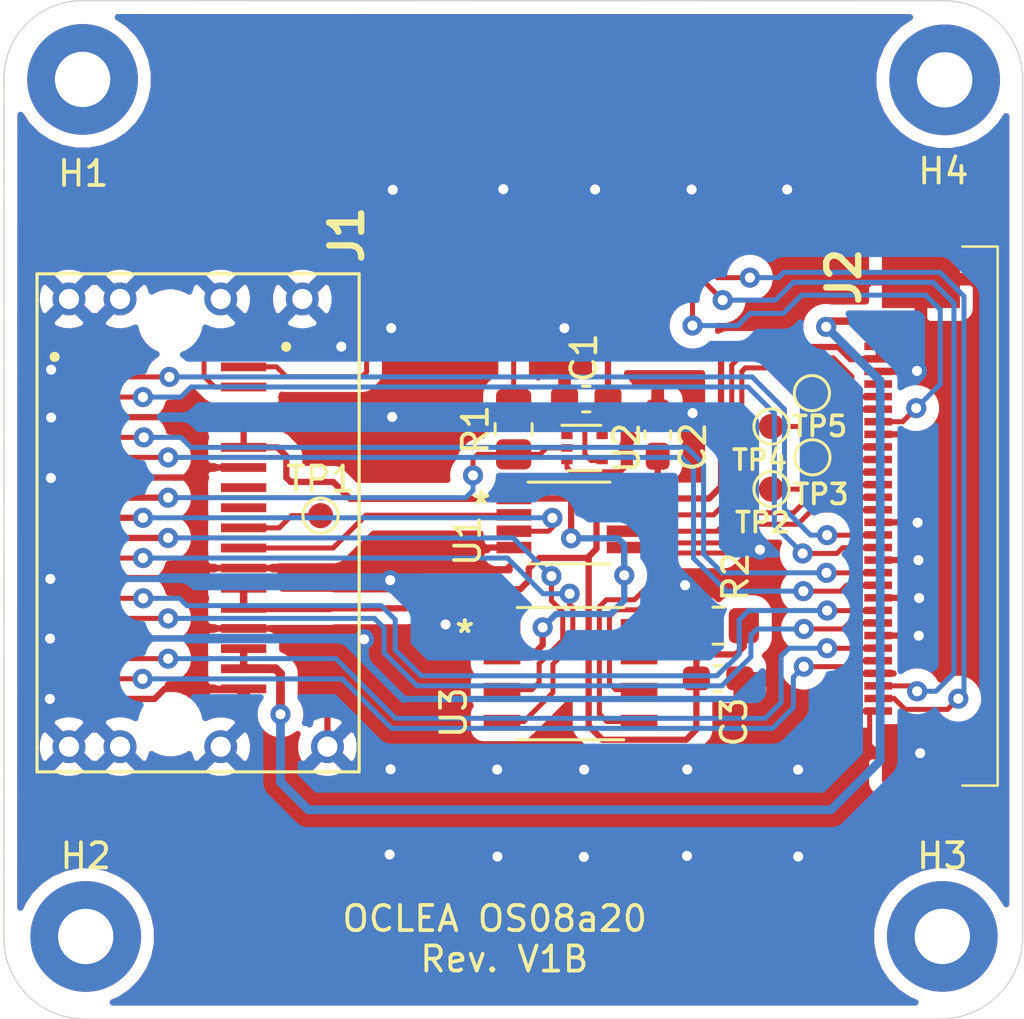
<source format=kicad_pcb>
(kicad_pcb (version 20171130) (host pcbnew 5.1.10-88a1d61d58~88~ubuntu18.04.1)

  (general
    (thickness 1.6)
    (drawings 9)
    (tracks 555)
    (zones 0)
    (modules 19)
    (nets 34)
  )

  (page A4)
  (layers
    (0 F.Cu signal)
    (31 B.Cu signal)
    (32 B.Adhes user)
    (33 F.Adhes user)
    (34 B.Paste user)
    (35 F.Paste user)
    (36 B.SilkS user)
    (37 F.SilkS user)
    (38 B.Mask user)
    (39 F.Mask user)
    (40 Dwgs.User user)
    (41 Cmts.User user)
    (42 Eco1.User user)
    (43 Eco2.User user)
    (44 Edge.Cuts user)
    (45 Margin user)
    (46 B.CrtYd user)
    (47 F.CrtYd user)
    (48 B.Fab user)
    (49 F.Fab user)
  )

  (setup
    (last_trace_width 0.25)
    (user_trace_width 0.16)
    (user_trace_width 0.2)
    (user_trace_width 0.3)
    (user_trace_width 0.35)
    (trace_clearance 0.2)
    (zone_clearance 0.508)
    (zone_45_only no)
    (trace_min 0.16)
    (via_size 0.8)
    (via_drill 0.4)
    (via_min_size 0.4)
    (via_min_drill 0.3)
    (uvia_size 0.3)
    (uvia_drill 0.1)
    (uvias_allowed no)
    (uvia_min_size 0.2)
    (uvia_min_drill 0.1)
    (edge_width 0.05)
    (segment_width 0.2)
    (pcb_text_width 0.3)
    (pcb_text_size 1.5 1.5)
    (mod_edge_width 0.12)
    (mod_text_size 1 1)
    (mod_text_width 0.15)
    (pad_size 1.524 1.524)
    (pad_drill 0.762)
    (pad_to_mask_clearance 0)
    (aux_axis_origin 0 0)
    (visible_elements FFFFFF7F)
    (pcbplotparams
      (layerselection 0x010f0_ffffffff)
      (usegerberextensions false)
      (usegerberattributes true)
      (usegerberadvancedattributes true)
      (creategerberjobfile true)
      (excludeedgelayer true)
      (linewidth 0.100000)
      (plotframeref false)
      (viasonmask false)
      (mode 1)
      (useauxorigin false)
      (hpglpennumber 1)
      (hpglpenspeed 20)
      (hpglpendiameter 15.000000)
      (psnegative false)
      (psa4output false)
      (plotreference true)
      (plotvalue true)
      (plotinvisibletext false)
      (padsonsilk false)
      (subtractmaskfromsilk false)
      (outputformat 1)
      (mirror false)
      (drillshape 0)
      (scaleselection 1)
      (outputdirectory "prod/V1B/"))
  )

  (net 0 "")
  (net 1 GND)
  (net 2 /CSI_DN0__SD_LVDS0_N)
  (net 3 /CSI_DP0__SD_LVDS0_P)
  (net 4 /CSI_DN1__SD_LVDS1_N)
  (net 5 /CSI_DP1__SD_LVDS1_P)
  (net 6 /CSI_nRST_1V8)
  (net 7 /I2C_SDA_1V8)
  (net 8 /I2C_SCL_1V8)
  (net 9 /CSI_DN2__SD_LVDS2_N)
  (net 10 /CSI_DP2__SD_LVDS2_P)
  (net 11 /CSI_DN3__SD_LVDS3_N)
  (net 12 /CSI_DP3__SD_LVDS3_P)
  (net 13 /CSI_CLK_N__SPCLK_LVDS0_N)
  (net 14 /CSI_CLK_P__SPCLK_LVDS0_P)
  (net 15 +1V8)
  (net 16 /CSI_SYNC_1V8)
  (net 17 /CSI_PWDN_1V8)
  (net 18 +3V3)
  (net 19 +5V)
  (net 20 /I2C_DAT_3V3)
  (net 21 /I2C_CLK_3V3)
  (net 22 /IRCUT_SW)
  (net 23 /IRCUT_CE)
  (net 24 /SVSYNC)
  (net 25 /SHSYNC)
  (net 26 /CLK_SI_3V3)
  (net 27 /SENS_RST_3V3)
  (net 28 /SENS_EN_3V3)
  (net 29 /CSI_MCLK_1V8)
  (net 30 "Net-(U2-Pad1)")
  (net 31 "Net-(J1-PadB8)")
  (net 32 "Net-(J1-PadB9)")
  (net 33 "Net-(R2-Pad2)")

  (net_class Default "This is the default net class."
    (clearance 0.2)
    (trace_width 0.25)
    (via_dia 0.8)
    (via_drill 0.4)
    (uvia_dia 0.3)
    (uvia_drill 0.1)
    (add_net +1V8)
    (add_net +3V3)
    (add_net +5V)
    (add_net /CLK_SI_3V3)
    (add_net /CSI_CLK_N__SPCLK_LVDS0_N)
    (add_net /CSI_CLK_P__SPCLK_LVDS0_P)
    (add_net /CSI_DN0__SD_LVDS0_N)
    (add_net /CSI_DN1__SD_LVDS1_N)
    (add_net /CSI_DN2__SD_LVDS2_N)
    (add_net /CSI_DN3__SD_LVDS3_N)
    (add_net /CSI_DP0__SD_LVDS0_P)
    (add_net /CSI_DP1__SD_LVDS1_P)
    (add_net /CSI_DP2__SD_LVDS2_P)
    (add_net /CSI_DP3__SD_LVDS3_P)
    (add_net /CSI_MCLK_1V8)
    (add_net /CSI_PWDN_1V8)
    (add_net /CSI_SYNC_1V8)
    (add_net /CSI_nRST_1V8)
    (add_net /I2C_CLK_3V3)
    (add_net /I2C_DAT_3V3)
    (add_net /I2C_SCL_1V8)
    (add_net /I2C_SDA_1V8)
    (add_net /IRCUT_CE)
    (add_net /IRCUT_SW)
    (add_net /SENS_EN_3V3)
    (add_net /SENS_RST_3V3)
    (add_net /SHSYNC)
    (add_net /SVSYNC)
    (add_net GND)
    (add_net "Net-(J1-PadB8)")
    (add_net "Net-(J1-PadB9)")
    (add_net "Net-(R2-Pad2)")
    (add_net "Net-(U2-Pad1)")
  )

  (module TestPoint:TestPoint_Pad_D1.0mm (layer F.Cu) (tedit 5A0F774F) (tstamp 610DF087)
    (at 114.8461 96.5073)
    (descr "SMD pad as test Point, diameter 1.0mm")
    (tags "test point SMD pad")
    (path /610FA21D)
    (attr virtual)
    (fp_text reference TP1 (at 0 -1.448) (layer F.SilkS)
      (effects (font (size 1 1) (thickness 0.15)))
    )
    (fp_text value TestPoint (at 0 1.55) (layer F.Fab)
      (effects (font (size 1 1) (thickness 0.15)))
    )
    (fp_circle (center 0 0) (end 0 0.7) (layer F.SilkS) (width 0.12))
    (fp_circle (center 0 0) (end 1 0) (layer F.CrtYd) (width 0.05))
    (fp_text user %R (at 0 -1.45) (layer F.Fab)
      (effects (font (size 1 1) (thickness 0.15)))
    )
    (pad 1 smd circle (at 0 0) (size 1 1) (layers F.Cu F.Mask)
      (net 16 /CSI_SYNC_1V8))
  )

  (module footprints:PCA9306D (layer F.Cu) (tedit 0) (tstamp 618C5B36)
    (at 124.78004 102.78872)
    (path /6193C4E0)
    (fp_text reference U3 (at -4.64312 1.55448 90) (layer F.SilkS)
      (effects (font (size 1 1) (thickness 0.15)))
    )
    (fp_text value PCA9306D (at 0.11176 3.62458 180) (layer F.SilkS) hide
      (effects (font (size 1 1) (thickness 0.15)))
    )
    (fp_line (start -1.9939 -1.6637) (end -1.9939 -2.1463) (layer F.Fab) (width 0.1))
    (fp_line (start -1.9939 -2.1463) (end -3.0988 -2.1463) (layer F.Fab) (width 0.1))
    (fp_line (start -3.0988 -2.1463) (end -3.0988 -1.6637) (layer F.Fab) (width 0.1))
    (fp_line (start -3.0988 -1.6637) (end -1.9939 -1.6637) (layer F.Fab) (width 0.1))
    (fp_line (start -1.9939 -0.3937) (end -1.9939 -0.8763) (layer F.Fab) (width 0.1))
    (fp_line (start -1.9939 -0.8763) (end -3.0988 -0.8763) (layer F.Fab) (width 0.1))
    (fp_line (start -3.0988 -0.8763) (end -3.0988 -0.3937) (layer F.Fab) (width 0.1))
    (fp_line (start -3.0988 -0.3937) (end -1.9939 -0.3937) (layer F.Fab) (width 0.1))
    (fp_line (start -1.9939 0.8763) (end -1.9939 0.3937) (layer F.Fab) (width 0.1))
    (fp_line (start -1.9939 0.3937) (end -3.0988 0.3937) (layer F.Fab) (width 0.1))
    (fp_line (start -3.0988 0.3937) (end -3.0988 0.8763) (layer F.Fab) (width 0.1))
    (fp_line (start -3.0988 0.8763) (end -1.9939 0.8763) (layer F.Fab) (width 0.1))
    (fp_line (start -1.9939 2.1463) (end -1.9939 1.6637) (layer F.Fab) (width 0.1))
    (fp_line (start -1.9939 1.6637) (end -3.0988 1.6637) (layer F.Fab) (width 0.1))
    (fp_line (start -3.0988 1.6637) (end -3.0988 2.1463) (layer F.Fab) (width 0.1))
    (fp_line (start -3.0988 2.1463) (end -1.9939 2.1463) (layer F.Fab) (width 0.1))
    (fp_line (start 1.9939 1.6637) (end 1.9939 2.1463) (layer F.Fab) (width 0.1))
    (fp_line (start 1.9939 2.1463) (end 3.0988 2.1463) (layer F.Fab) (width 0.1))
    (fp_line (start 3.0988 2.1463) (end 3.0988 1.6637) (layer F.Fab) (width 0.1))
    (fp_line (start 3.0988 1.6637) (end 1.9939 1.6637) (layer F.Fab) (width 0.1))
    (fp_line (start 1.9939 0.3937) (end 1.9939 0.8763) (layer F.Fab) (width 0.1))
    (fp_line (start 1.9939 0.8763) (end 3.0988 0.8763) (layer F.Fab) (width 0.1))
    (fp_line (start 3.0988 0.8763) (end 3.0988 0.3937) (layer F.Fab) (width 0.1))
    (fp_line (start 3.0988 0.3937) (end 1.9939 0.3937) (layer F.Fab) (width 0.1))
    (fp_line (start 1.9939 -0.8763) (end 1.9939 -0.3937) (layer F.Fab) (width 0.1))
    (fp_line (start 1.9939 -0.3937) (end 3.0988 -0.3937) (layer F.Fab) (width 0.1))
    (fp_line (start 3.0988 -0.3937) (end 3.0988 -0.8763) (layer F.Fab) (width 0.1))
    (fp_line (start 3.0988 -0.8763) (end 1.9939 -0.8763) (layer F.Fab) (width 0.1))
    (fp_line (start 1.9939 -2.1463) (end 1.9939 -1.6637) (layer F.Fab) (width 0.1))
    (fp_line (start 1.9939 -1.6637) (end 3.0988 -1.6637) (layer F.Fab) (width 0.1))
    (fp_line (start 3.0988 -1.6637) (end 3.0988 -2.1463) (layer F.Fab) (width 0.1))
    (fp_line (start 3.0988 -2.1463) (end 1.9939 -2.1463) (layer F.Fab) (width 0.1))
    (fp_line (start -2.1209 2.6289) (end 2.1209 2.6289) (layer F.SilkS) (width 0.12))
    (fp_line (start 2.1209 -2.6289) (end -2.1209 -2.6289) (layer F.SilkS) (width 0.12))
    (fp_line (start -1.9939 2.5019) (end 1.9939 2.5019) (layer F.Fab) (width 0.1))
    (fp_line (start 1.9939 2.5019) (end 1.9939 -2.5019) (layer F.Fab) (width 0.1))
    (fp_line (start 1.9939 -2.5019) (end -1.9939 -2.5019) (layer F.Fab) (width 0.1))
    (fp_line (start -1.9939 -2.5019) (end -1.9939 2.5019) (layer F.Fab) (width 0.1))
    (fp_line (start -3.7084 2.4257) (end -3.7084 -2.4257) (layer F.CrtYd) (width 0.05))
    (fp_line (start -3.7084 -2.4257) (end -2.2479 -2.4257) (layer F.CrtYd) (width 0.05))
    (fp_line (start -2.2479 -2.4257) (end -2.2479 -2.7559) (layer F.CrtYd) (width 0.05))
    (fp_line (start -2.2479 -2.7559) (end 2.2479 -2.7559) (layer F.CrtYd) (width 0.05))
    (fp_line (start 2.2479 -2.7559) (end 2.2479 -2.4257) (layer F.CrtYd) (width 0.05))
    (fp_line (start 2.2479 -2.4257) (end 3.7084 -2.4257) (layer F.CrtYd) (width 0.05))
    (fp_line (start 3.7084 -2.4257) (end 3.7084 2.4257) (layer F.CrtYd) (width 0.05))
    (fp_line (start 3.7084 2.4257) (end 2.2479 2.4257) (layer F.CrtYd) (width 0.05))
    (fp_line (start 2.2479 2.4257) (end 2.2479 2.7559) (layer F.CrtYd) (width 0.05))
    (fp_line (start 2.2479 2.7559) (end -2.2479 2.7559) (layer F.CrtYd) (width 0.05))
    (fp_line (start -2.2479 2.7559) (end -2.2479 2.4257) (layer F.CrtYd) (width 0.05))
    (fp_line (start -2.2479 2.4257) (end -3.7084 2.4257) (layer F.CrtYd) (width 0.05))
    (fp_text user "Copyright 2021 Accelerated Designs. All rights reserved." (at 0 0) (layer Cmts.User)
      (effects (font (size 0.127 0.127) (thickness 0.002)))
    )
    (fp_text user * (at -4.19354 -1.57734) (layer F.SilkS)
      (effects (font (size 1 1) (thickness 0.15)))
    )
    (fp_text user * (at -1.6129 -2.4257) (layer F.Fab)
      (effects (font (size 1 1) (thickness 0.15)))
    )
    (fp_text user 0.05in/1.27mm (at -5.77215 -1.27) (layer Dwgs.User)
      (effects (font (size 1 1) (thickness 0.15)))
    )
    (fp_text user 0.021in/0.533mm (at 5.77215 -1.905) (layer Dwgs.User)
      (effects (font (size 1 1) (thickness 0.15)))
    )
    (fp_text user 0.214in/5.448mm (at 0 -4.9149) (layer Dwgs.User)
      (effects (font (size 1 1) (thickness 0.15)))
    )
    (fp_text user 0.058in/1.46mm (at -2.72415 4.9149) (layer Dwgs.User)
      (effects (font (size 1 1) (thickness 0.15)))
    )
    (fp_text user * (at -4.20878 -1.5748) (layer F.SilkS)
      (effects (font (size 1 1) (thickness 0.15)))
    )
    (fp_text user * (at -1.6129 -2.4257) (layer F.Fab)
      (effects (font (size 1 1) (thickness 0.15)))
    )
    (fp_arc (start 0 -2.5019) (end -0.332317 -2.5019) (angle -180) (layer F.CrtYd) (width 0.05))
    (fp_arc (start 0 -2.5019) (end -0.3048 -2.5019) (angle -180) (layer F.Fab) (width 0.1))
    (pad 1 smd rect (at -2.72415 -1.905) (size 1.4605 0.5334) (layers F.Cu F.Paste F.Mask)
      (net 1 GND))
    (pad 2 smd rect (at -2.72415 -0.635) (size 1.4605 0.5334) (layers F.Cu F.Paste F.Mask)
      (net 15 +1V8))
    (pad 3 smd rect (at -2.72415 0.635) (size 1.4605 0.5334) (layers F.Cu F.Paste F.Mask)
      (net 7 /I2C_SDA_1V8))
    (pad 4 smd rect (at -2.72415 1.905) (size 1.4605 0.5334) (layers F.Cu F.Paste F.Mask)
      (net 8 /I2C_SCL_1V8))
    (pad 5 smd rect (at 2.72415 1.905) (size 1.4605 0.5334) (layers F.Cu F.Paste F.Mask)
      (net 21 /I2C_CLK_3V3))
    (pad 6 smd rect (at 2.72415 0.635) (size 1.4605 0.5334) (layers F.Cu F.Paste F.Mask)
      (net 20 /I2C_DAT_3V3))
    (pad 7 smd rect (at 2.72415 -0.635) (size 1.4605 0.5334) (layers F.Cu F.Paste F.Mask)
      (net 33 "Net-(R2-Pad2)"))
    (pad 8 smd rect (at 2.72415 -1.905) (size 1.4605 0.5334) (layers F.Cu F.Paste F.Mask)
      (net 33 "Net-(R2-Pad2)"))
    (model ${KIPRJMOD}/3d_models/SO8_SOT96-1_NXP.step
      (at (xyz 0 0 0))
      (scale (xyz 1 1 1))
      (rotate (xyz 0 0 0))
    )
  )

  (module footprints:NLSX5012DMR2G (layer F.Cu) (tedit 0) (tstamp 618C5AC5)
    (at 124.72035 96.801579)
    (path /618CE481)
    (fp_text reference U1 (at -4.02717 0.709021 90) (layer F.SilkS)
      (effects (font (size 1 1) (thickness 0.15)))
    )
    (fp_text value NLSX5012DMR2G (at -2.40665 2.547981) (layer F.SilkS) hide
      (effects (font (size 1 1) (thickness 0.15)))
    )
    (fp_line (start -1.7526 1.4576) (end -3.1369 1.4576) (layer F.CrtYd) (width 0.05))
    (fp_line (start -1.7526 1.7526) (end -1.7526 1.4576) (layer F.CrtYd) (width 0.05))
    (fp_line (start 1.7526 1.7526) (end -1.7526 1.7526) (layer F.CrtYd) (width 0.05))
    (fp_line (start 1.7526 1.4576) (end 1.7526 1.7526) (layer F.CrtYd) (width 0.05))
    (fp_line (start 3.1369 1.4576) (end 1.7526 1.4576) (layer F.CrtYd) (width 0.05))
    (fp_line (start 3.1369 -1.4576) (end 3.1369 1.4576) (layer F.CrtYd) (width 0.05))
    (fp_line (start 1.7526 -1.4576) (end 3.1369 -1.4576) (layer F.CrtYd) (width 0.05))
    (fp_line (start 1.7526 -1.7526) (end 1.7526 -1.4576) (layer F.CrtYd) (width 0.05))
    (fp_line (start -1.7526 -1.7526) (end 1.7526 -1.7526) (layer F.CrtYd) (width 0.05))
    (fp_line (start -1.7526 -1.4576) (end -1.7526 -1.7526) (layer F.CrtYd) (width 0.05))
    (fp_line (start -3.1369 -1.4576) (end -1.7526 -1.4576) (layer F.CrtYd) (width 0.05))
    (fp_line (start -3.1369 1.4576) (end -3.1369 -1.4576) (layer F.CrtYd) (width 0.05))
    (fp_line (start -1.4986 -1.4986) (end -1.4986 1.4986) (layer F.Fab) (width 0.1))
    (fp_line (start 1.4986 -1.4986) (end -1.4986 -1.4986) (layer F.Fab) (width 0.1))
    (fp_line (start 1.4986 1.4986) (end 1.4986 -1.4986) (layer F.Fab) (width 0.1))
    (fp_line (start -1.4986 1.4986) (end 1.4986 1.4986) (layer F.Fab) (width 0.1))
    (fp_line (start 1.6256 -1.6256) (end -1.6256 -1.6256) (layer F.SilkS) (width 0.12))
    (fp_line (start -1.6256 1.6256) (end 1.6256 1.6256) (layer F.SilkS) (width 0.12))
    (fp_line (start 2.5273 -1.1782) (end 1.4986 -1.1782) (layer F.Fab) (width 0.1))
    (fp_line (start 2.5273 -0.7718) (end 2.5273 -1.1782) (layer F.Fab) (width 0.1))
    (fp_line (start 1.4986 -0.7718) (end 2.5273 -0.7718) (layer F.Fab) (width 0.1))
    (fp_line (start 1.4986 -1.1782) (end 1.4986 -0.7718) (layer F.Fab) (width 0.1))
    (fp_line (start 2.5273 -0.5282) (end 1.4986 -0.5282) (layer F.Fab) (width 0.1))
    (fp_line (start 2.5273 -0.1218) (end 2.5273 -0.5282) (layer F.Fab) (width 0.1))
    (fp_line (start 1.4986 -0.1218) (end 2.5273 -0.1218) (layer F.Fab) (width 0.1))
    (fp_line (start 1.4986 -0.5282) (end 1.4986 -0.1218) (layer F.Fab) (width 0.1))
    (fp_line (start 2.5273 0.1218) (end 1.4986 0.1218) (layer F.Fab) (width 0.1))
    (fp_line (start 2.5273 0.5282) (end 2.5273 0.1218) (layer F.Fab) (width 0.1))
    (fp_line (start 1.4986 0.5282) (end 2.5273 0.5282) (layer F.Fab) (width 0.1))
    (fp_line (start 1.4986 0.1218) (end 1.4986 0.5282) (layer F.Fab) (width 0.1))
    (fp_line (start 2.5273 0.7718) (end 1.4986 0.7718) (layer F.Fab) (width 0.1))
    (fp_line (start 2.5273 1.1782) (end 2.5273 0.7718) (layer F.Fab) (width 0.1))
    (fp_line (start 1.4986 1.1782) (end 2.5273 1.1782) (layer F.Fab) (width 0.1))
    (fp_line (start 1.4986 0.7718) (end 1.4986 1.1782) (layer F.Fab) (width 0.1))
    (fp_line (start -2.5273 1.1782) (end -1.4986 1.1782) (layer F.Fab) (width 0.1))
    (fp_line (start -2.5273 0.7718) (end -2.5273 1.1782) (layer F.Fab) (width 0.1))
    (fp_line (start -1.4986 0.7718) (end -2.5273 0.7718) (layer F.Fab) (width 0.1))
    (fp_line (start -1.4986 1.1782) (end -1.4986 0.7718) (layer F.Fab) (width 0.1))
    (fp_line (start -2.5273 0.5282) (end -1.4986 0.5282) (layer F.Fab) (width 0.1))
    (fp_line (start -2.5273 0.1218) (end -2.5273 0.5282) (layer F.Fab) (width 0.1))
    (fp_line (start -1.4986 0.1218) (end -2.5273 0.1218) (layer F.Fab) (width 0.1))
    (fp_line (start -1.4986 0.5282) (end -1.4986 0.1218) (layer F.Fab) (width 0.1))
    (fp_line (start -2.5273 -0.1218) (end -1.4986 -0.1218) (layer F.Fab) (width 0.1))
    (fp_line (start -2.5273 -0.5282) (end -2.5273 -0.1218) (layer F.Fab) (width 0.1))
    (fp_line (start -1.4986 -0.5282) (end -2.5273 -0.5282) (layer F.Fab) (width 0.1))
    (fp_line (start -1.4986 -0.1218) (end -1.4986 -0.5282) (layer F.Fab) (width 0.1))
    (fp_line (start -2.5273 -0.7718) (end -1.4986 -0.7718) (layer F.Fab) (width 0.1))
    (fp_line (start -2.5273 -1.1782) (end -2.5273 -0.7718) (layer F.Fab) (width 0.1))
    (fp_line (start -1.4986 -1.1782) (end -2.5273 -1.1782) (layer F.Fab) (width 0.1))
    (fp_line (start -1.4986 -0.7718) (end -1.4986 -1.1782) (layer F.Fab) (width 0.1))
    (fp_arc (start 0 -1.4986) (end -0.3048 -1.4986) (angle -180) (layer F.Fab) (width 0.1))
    (fp_arc (start 0 -1.4986) (end -0.249767 -1.4986) (angle -180) (layer F.CrtYd) (width 0.05))
    (fp_text user * (at -1.1176 -1.4224) (layer F.Fab)
      (effects (font (size 1 1) (thickness 0.15)))
    )
    (fp_text user * (at -3.50139 -0.690519) (layer F.SilkS)
      (effects (font (size 1 1) (thickness 0.15)))
    )
    (fp_text user 0.054in/1.384mm (at -2.19075 3.9116) (layer Dwgs.User)
      (effects (font (size 1 1) (thickness 0.15)))
    )
    (fp_text user 0.172in/4.382mm (at 0 -3.9116) (layer Dwgs.User)
      (effects (font (size 1 1) (thickness 0.15)))
    )
    (fp_text user 0.018in/0.457mm (at 5.23875 -0.975) (layer Dwgs.User)
      (effects (font (size 1 1) (thickness 0.15)))
    )
    (fp_text user 0.026in/0.65mm (at -5.23875 -0.65) (layer Dwgs.User)
      (effects (font (size 1 1) (thickness 0.15)))
    )
    (fp_text user * (at -1.1176 -1.4224) (layer F.Fab)
      (effects (font (size 1 1) (thickness 0.15)))
    )
    (fp_text user * (at -3.48615 -0.690519) (layer F.SilkS)
      (effects (font (size 1 1) (thickness 0.15)))
    )
    (fp_text user "Copyright 2021 Accelerated Designs. All rights reserved." (at 0 0) (layer Cmts.User)
      (effects (font (size 0.127 0.127) (thickness 0.002)))
    )
    (pad 8 smd rect (at 2.19075 -0.974999) (size 1.3843 0.4572) (layers F.Cu F.Paste F.Mask)
      (net 18 +3V3))
    (pad 7 smd rect (at 2.19075 -0.325001) (size 1.3843 0.4572) (layers F.Cu F.Paste F.Mask)
      (net 28 /SENS_EN_3V3))
    (pad 6 smd rect (at 2.19075 0.325001) (size 1.3843 0.4572) (layers F.Cu F.Paste F.Mask)
      (net 27 /SENS_RST_3V3))
    (pad 5 smd rect (at 2.19075 0.974999) (size 1.3843 0.4572) (layers F.Cu F.Paste F.Mask)
      (net 15 +1V8))
    (pad 4 smd rect (at -2.19075 0.974999) (size 1.3843 0.4572) (layers F.Cu F.Paste F.Mask)
      (net 1 GND))
    (pad 3 smd rect (at -2.19075 0.325001) (size 1.3843 0.4572) (layers F.Cu F.Paste F.Mask)
      (net 6 /CSI_nRST_1V8))
    (pad 2 smd rect (at -2.19075 -0.325001) (size 1.3843 0.4572) (layers F.Cu F.Paste F.Mask)
      (net 17 /CSI_PWDN_1V8))
    (pad 1 smd rect (at -2.19075 -0.974999) (size 1.3843 0.4572) (layers F.Cu F.Paste F.Mask)
      (net 15 +1V8))
    (model ${KIPRJMOD}/3d_models/MICRO8_3P10X3P10_ONS.step
      (at (xyz 0 0 0))
      (scale (xyz 1 1 1))
      (rotate (xyz 0 0 0))
    )
  )

  (module Resistor_SMD:R_0805_2012Metric_Pad1.20x1.40mm_HandSolder (layer F.Cu) (tedit 5F68FEEE) (tstamp 618C5472)
    (at 130.66522 100.88118 180)
    (descr "Resistor SMD 0805 (2012 Metric), square (rectangular) end terminal, IPC_7351 nominal with elongated pad for handsoldering. (Body size source: IPC-SM-782 page 72, https://www.pcb-3d.com/wordpress/wp-content/uploads/ipc-sm-782a_amendment_1_and_2.pdf), generated with kicad-footprint-generator")
    (tags "resistor handsolder")
    (path /619C89CA)
    (attr smd)
    (fp_text reference R2 (at -0.6731 1.93294 90) (layer F.SilkS)
      (effects (font (size 1 1) (thickness 0.15)))
    )
    (fp_text value 200K (at 0 1.65) (layer F.Fab)
      (effects (font (size 1 1) (thickness 0.15)))
    )
    (fp_line (start 1.85 0.95) (end -1.85 0.95) (layer F.CrtYd) (width 0.05))
    (fp_line (start 1.85 -0.95) (end 1.85 0.95) (layer F.CrtYd) (width 0.05))
    (fp_line (start -1.85 -0.95) (end 1.85 -0.95) (layer F.CrtYd) (width 0.05))
    (fp_line (start -1.85 0.95) (end -1.85 -0.95) (layer F.CrtYd) (width 0.05))
    (fp_line (start -0.227064 0.735) (end 0.227064 0.735) (layer F.SilkS) (width 0.12))
    (fp_line (start -0.227064 -0.735) (end 0.227064 -0.735) (layer F.SilkS) (width 0.12))
    (fp_line (start 1 0.625) (end -1 0.625) (layer F.Fab) (width 0.1))
    (fp_line (start 1 -0.625) (end 1 0.625) (layer F.Fab) (width 0.1))
    (fp_line (start -1 -0.625) (end 1 -0.625) (layer F.Fab) (width 0.1))
    (fp_line (start -1 0.625) (end -1 -0.625) (layer F.Fab) (width 0.1))
    (fp_text user %R (at 0 0) (layer F.Fab)
      (effects (font (size 0.5 0.5) (thickness 0.08)))
    )
    (pad 2 smd roundrect (at 1 0 180) (size 1.2 1.4) (layers F.Cu F.Paste F.Mask) (roundrect_rratio 0.2083325)
      (net 33 "Net-(R2-Pad2)"))
    (pad 1 smd roundrect (at -1 0 180) (size 1.2 1.4) (layers F.Cu F.Paste F.Mask) (roundrect_rratio 0.2083325)
      (net 18 +3V3))
    (model ${KISYS3DMOD}/Resistor_SMD.3dshapes/R_0805_2012Metric.wrl
      (at (xyz 0 0 0))
      (scale (xyz 1 1 1))
      (rotate (xyz 0 0 0))
    )
  )

  (module Capacitor_SMD:C_0603_1608Metric_Pad1.08x0.95mm_HandSolder (layer F.Cu) (tedit 5F68FEEF) (tstamp 618C52F9)
    (at 130.64236 102.97668)
    (descr "Capacitor SMD 0603 (1608 Metric), square (rectangular) end terminal, IPC_7351 nominal with elongated pad for handsoldering. (Body size source: IPC-SM-782 page 76, https://www.pcb-3d.com/wordpress/wp-content/uploads/ipc-sm-782a_amendment_1_and_2.pdf), generated with kicad-footprint-generator")
    (tags "capacitor handsolder")
    (path /619AC978)
    (attr smd)
    (fp_text reference C3 (at 0.63754 1.73736 90) (layer F.SilkS)
      (effects (font (size 1 1) (thickness 0.15)))
    )
    (fp_text value C (at 0 1.43 90) (layer F.Fab)
      (effects (font (size 1 1) (thickness 0.15)))
    )
    (fp_line (start 1.65 0.73) (end -1.65 0.73) (layer F.CrtYd) (width 0.05))
    (fp_line (start 1.65 -0.73) (end 1.65 0.73) (layer F.CrtYd) (width 0.05))
    (fp_line (start -1.65 -0.73) (end 1.65 -0.73) (layer F.CrtYd) (width 0.05))
    (fp_line (start -1.65 0.73) (end -1.65 -0.73) (layer F.CrtYd) (width 0.05))
    (fp_line (start -0.146267 0.51) (end 0.146267 0.51) (layer F.SilkS) (width 0.12))
    (fp_line (start -0.146267 -0.51) (end 0.146267 -0.51) (layer F.SilkS) (width 0.12))
    (fp_line (start 0.8 0.4) (end -0.8 0.4) (layer F.Fab) (width 0.1))
    (fp_line (start 0.8 -0.4) (end 0.8 0.4) (layer F.Fab) (width 0.1))
    (fp_line (start -0.8 -0.4) (end 0.8 -0.4) (layer F.Fab) (width 0.1))
    (fp_line (start -0.8 0.4) (end -0.8 -0.4) (layer F.Fab) (width 0.1))
    (fp_text user %R (at 0 0) (layer F.Fab)
      (effects (font (size 0.4 0.4) (thickness 0.06)))
    )
    (pad 2 smd roundrect (at 0.8625 0) (size 1.075 0.95) (layers F.Cu F.Paste F.Mask) (roundrect_rratio 0.25)
      (net 1 GND))
    (pad 1 smd roundrect (at -0.8625 0) (size 1.075 0.95) (layers F.Cu F.Paste F.Mask) (roundrect_rratio 0.25)
      (net 18 +3V3))
    (model ${KISYS3DMOD}/Capacitor_SMD.3dshapes/C_0603_1608Metric.wrl
      (at (xyz 0 0 0))
      (scale (xyz 1 1 1))
      (rotate (xyz 0 0 0))
    )
  )

  (module footprints:317345922 (layer F.Cu) (tedit 0) (tstamp 610EA73F)
    (at 137.35304 96.52508 90)
    (descr 3-1734592-2-1)
    (tags Connector)
    (path /613F16C6)
    (attr smd)
    (fp_text reference J2 (at 9.51484 -1.71704 90) (layer F.SilkS)
      (effects (font (size 1.27 1.27) (thickness 0.254)))
    )
    (fp_text value 3-1734592-2 (at 0 1.75 90) (layer F.SilkS) hide
      (effects (font (size 1.27 1.27) (thickness 0.254)))
    )
    (fp_line (start 10.715 4.4) (end 10.715 3) (layer F.SilkS) (width 0.1))
    (fp_line (start -10.715 4.4) (end 10.715 4.4) (layer F.SilkS) (width 0.1))
    (fp_line (start -10.715 3) (end -10.715 4.4) (layer F.SilkS) (width 0.1))
    (fp_line (start -11.715 5.4) (end -11.715 -1.9) (layer F.CrtYd) (width 0.1))
    (fp_line (start 11.715 5.4) (end -11.715 5.4) (layer F.CrtYd) (width 0.1))
    (fp_line (start 11.715 -1.9) (end 11.715 5.4) (layer F.CrtYd) (width 0.1))
    (fp_line (start -11.715 -1.9) (end 11.715 -1.9) (layer F.CrtYd) (width 0.1))
    (fp_line (start -10.715 4.4) (end -10.715 0) (layer F.Fab) (width 0.2))
    (fp_line (start 10.715 4.4) (end -10.715 4.4) (layer F.Fab) (width 0.2))
    (fp_line (start 10.715 0) (end 10.715 4.4) (layer F.Fab) (width 0.2))
    (fp_line (start -10.715 0) (end 10.715 0) (layer F.Fab) (width 0.2))
    (fp_text user %R (at 0 1.75 90) (layer F.Fab)
      (effects (font (size 1.27 1.27) (thickness 0.254)))
    )
    (pad 34 smd rect (at 9.42 1.35 90) (size 2.3 3.1) (layers F.Cu F.Paste F.Mask)
      (net 1 GND))
    (pad 33 smd rect (at -9.42 1.35 90) (size 2.3 3.1) (layers F.Cu F.Paste F.Mask)
      (net 1 GND))
    (pad 32 smd rect (at 7.75 -0.35 90) (size 0.3 1.1) (layers F.Cu F.Paste F.Mask)
      (net 19 +5V))
    (pad 31 smd rect (at 7.25 -0.35 90) (size 0.3 1.1) (layers F.Cu F.Paste F.Mask)
      (net 18 +3V3))
    (pad 30 smd rect (at 6.75 -0.35 90) (size 0.3 1.1) (layers F.Cu F.Paste F.Mask)
      (net 18 +3V3))
    (pad 29 smd rect (at 6.25 -0.35 90) (size 0.3 1.1) (layers F.Cu F.Paste F.Mask)
      (net 18 +3V3))
    (pad 28 smd rect (at 5.75 -0.35 90) (size 0.3 1.1) (layers F.Cu F.Paste F.Mask)
      (net 1 GND))
    (pad 27 smd rect (at 5.25 -0.35 90) (size 0.3 1.1) (layers F.Cu F.Paste F.Mask)
      (net 1 GND))
    (pad 26 smd rect (at 4.75 -0.35 90) (size 0.3 1.1) (layers F.Cu F.Paste F.Mask)
      (net 28 /SENS_EN_3V3))
    (pad 25 smd rect (at 4.25 -0.35 90) (size 0.3 1.1) (layers F.Cu F.Paste F.Mask)
      (net 27 /SENS_RST_3V3))
    (pad 24 smd rect (at 3.75 -0.35 90) (size 0.3 1.1) (layers F.Cu F.Paste F.Mask)
      (net 26 /CLK_SI_3V3))
    (pad 23 smd rect (at 3.25 -0.35 90) (size 0.3 1.1) (layers F.Cu F.Paste F.Mask)
      (net 1 GND))
    (pad 22 smd rect (at 2.75 -0.35 90) (size 0.3 1.1) (layers F.Cu F.Paste F.Mask)
      (net 25 /SHSYNC))
    (pad 21 smd rect (at 2.25 -0.35 90) (size 0.3 1.1) (layers F.Cu F.Paste F.Mask)
      (net 24 /SVSYNC))
    (pad 20 smd rect (at 1.75 -0.35 90) (size 0.3 1.1) (layers F.Cu F.Paste F.Mask)
      (net 23 /IRCUT_CE))
    (pad 19 smd rect (at 1.25 -0.35 90) (size 0.3 1.1) (layers F.Cu F.Paste F.Mask)
      (net 22 /IRCUT_SW))
    (pad 18 smd rect (at 0.75 -0.35 90) (size 0.3 1.1) (layers F.Cu F.Paste F.Mask)
      (net 21 /I2C_CLK_3V3))
    (pad 17 smd rect (at 0.25 -0.35 90) (size 0.3 1.1) (layers F.Cu F.Paste F.Mask)
      (net 20 /I2C_DAT_3V3))
    (pad 16 smd rect (at -0.25 -0.35 90) (size 0.3 1.1) (layers F.Cu F.Paste F.Mask)
      (net 1 GND))
    (pad 15 smd rect (at -0.75 -0.35 90) (size 0.3 1.1) (layers F.Cu F.Paste F.Mask)
      (net 2 /CSI_DN0__SD_LVDS0_N))
    (pad 14 smd rect (at -1.25 -0.35 90) (size 0.3 1.1) (layers F.Cu F.Paste F.Mask)
      (net 3 /CSI_DP0__SD_LVDS0_P))
    (pad 13 smd rect (at -1.75 -0.35 90) (size 0.3 1.1) (layers F.Cu F.Paste F.Mask)
      (net 1 GND))
    (pad 12 smd rect (at -2.25 -0.35 90) (size 0.3 1.1) (layers F.Cu F.Paste F.Mask)
      (net 4 /CSI_DN1__SD_LVDS1_N))
    (pad 11 smd rect (at -2.75 -0.35 90) (size 0.3 1.1) (layers F.Cu F.Paste F.Mask)
      (net 5 /CSI_DP1__SD_LVDS1_P))
    (pad 10 smd rect (at -3.25 -0.35 90) (size 0.3 1.1) (layers F.Cu F.Paste F.Mask)
      (net 1 GND))
    (pad 9 smd rect (at -3.75 -0.35 90) (size 0.3 1.1) (layers F.Cu F.Paste F.Mask)
      (net 9 /CSI_DN2__SD_LVDS2_N))
    (pad 8 smd rect (at -4.25 -0.35 90) (size 0.3 1.1) (layers F.Cu F.Paste F.Mask)
      (net 10 /CSI_DP2__SD_LVDS2_P))
    (pad 7 smd rect (at -4.75 -0.35 90) (size 0.3 1.1) (layers F.Cu F.Paste F.Mask)
      (net 1 GND))
    (pad 6 smd rect (at -5.25 -0.35 90) (size 0.3 1.1) (layers F.Cu F.Paste F.Mask)
      (net 11 /CSI_DN3__SD_LVDS3_N))
    (pad 5 smd rect (at -5.75 -0.35 90) (size 0.3 1.1) (layers F.Cu F.Paste F.Mask)
      (net 12 /CSI_DP3__SD_LVDS3_P))
    (pad 4 smd rect (at -6.25 -0.35 90) (size 0.3 1.1) (layers F.Cu F.Paste F.Mask)
      (net 1 GND))
    (pad 3 smd rect (at -6.75 -0.35 90) (size 0.3 1.1) (layers F.Cu F.Paste F.Mask)
      (net 13 /CSI_CLK_N__SPCLK_LVDS0_N))
    (pad 2 smd rect (at -7.25 -0.35 90) (size 0.3 1.1) (layers F.Cu F.Paste F.Mask)
      (net 14 /CSI_CLK_P__SPCLK_LVDS0_P))
    (pad 1 smd rect (at -7.75 -0.35 90) (size 0.3 1.1) (layers F.Cu F.Paste F.Mask)
      (net 1 GND))
    (model 3-1734592-2.stp
      (offset (xyz 0 -4.289999897423787 1.049999936546875))
      (scale (xyz 1 1 1))
      (rotate (xyz -90 0 0))
    )
    (model ${KIPRJMOD}/3d_models/3-1734592-2.stp
      (offset (xyz 0 -4.25 1))
      (scale (xyz 1 1 1))
      (rotate (xyz -90 0 0))
    )
  )

  (module TestPoint:TestPoint_Pad_D1.0mm (layer F.Cu) (tedit 5A0F774F) (tstamp 610E20B8)
    (at 134.37108 91.63812)
    (descr "SMD pad as test Point, diameter 1.0mm")
    (tags "test point SMD pad")
    (path /6110F3C5)
    (attr virtual)
    (fp_text reference TP5 (at 0.3048 1.3208) (layer F.SilkS)
      (effects (font (size 0.8 0.8) (thickness 0.15)))
    )
    (fp_text value TestPoint (at 0 1.55) (layer F.Fab)
      (effects (font (size 1 1) (thickness 0.15)))
    )
    (fp_circle (center 0 0) (end 0 0.7) (layer F.SilkS) (width 0.12))
    (fp_circle (center 0 0) (end 1 0) (layer F.CrtYd) (width 0.05))
    (fp_text user %R (at 0.3429 1.3462) (layer F.Fab)
      (effects (font (size 1 1) (thickness 0.15)))
    )
    (pad 1 smd circle (at 0 0) (size 1 1) (layers F.Cu F.Mask)
      (net 25 /SHSYNC))
  )

  (module TestPoint:TestPoint_Pad_D1.0mm (layer F.Cu) (tedit 5A0F774F) (tstamp 610E20B0)
    (at 132.7658 92.964)
    (descr "SMD pad as test Point, diameter 1.0mm")
    (tags "test point SMD pad")
    (path /6110ED4E)
    (attr virtual)
    (fp_text reference TP4 (at -0.47244 1.33604) (layer F.SilkS)
      (effects (font (size 0.8 0.8) (thickness 0.15)))
    )
    (fp_text value TestPoint (at 0 1.55) (layer F.Fab)
      (effects (font (size 1 1) (thickness 0.15)))
    )
    (fp_circle (center 0 0) (end 0 0.7) (layer F.SilkS) (width 0.12))
    (fp_circle (center 0 0) (end 1 0) (layer F.CrtYd) (width 0.05))
    (fp_text user %R (at -0.4826 1.2827) (layer F.Fab)
      (effects (font (size 1 1) (thickness 0.15)))
    )
    (pad 1 smd circle (at 0 0) (size 1 1) (layers F.Cu F.Mask)
      (net 24 /SVSYNC))
  )

  (module TestPoint:TestPoint_Pad_D1.0mm (layer F.Cu) (tedit 5A0F774F) (tstamp 610E20A8)
    (at 134.3914 94.18828)
    (descr "SMD pad as test Point, diameter 1.0mm")
    (tags "test point SMD pad")
    (path /6110E5F6)
    (attr virtual)
    (fp_text reference TP3 (at 0.3429 1.4732) (layer F.SilkS)
      (effects (font (size 0.8 0.8) (thickness 0.15)))
    )
    (fp_text value TestPoint (at 0 1.55) (layer F.Fab)
      (effects (font (size 1 1) (thickness 0.15)))
    )
    (fp_circle (center 0 0) (end 0 0.7) (layer F.SilkS) (width 0.12))
    (fp_circle (center 0 0) (end 1 0) (layer F.CrtYd) (width 0.05))
    (fp_text user %R (at 0 -1.45) (layer F.Fab)
      (effects (font (size 1 1) (thickness 0.15)))
    )
    (pad 1 smd circle (at 0 0) (size 1 1) (layers F.Cu F.Mask)
      (net 23 /IRCUT_CE))
  )

  (module TestPoint:TestPoint_Pad_D1.0mm (layer F.Cu) (tedit 5A0F774F) (tstamp 610E20A0)
    (at 132.7658 95.4532)
    (descr "SMD pad as test Point, diameter 1.0mm")
    (tags "test point SMD pad")
    (path /6110DD9A)
    (attr virtual)
    (fp_text reference TP2 (at -0.3556 1.33096) (layer F.SilkS)
      (effects (font (size 0.8 0.8) (thickness 0.15)))
    )
    (fp_text value TestPoint (at 0 1.55) (layer F.Fab)
      (effects (font (size 1 1) (thickness 0.15)))
    )
    (fp_circle (center 0 0) (end 0 0.7) (layer F.SilkS) (width 0.12))
    (fp_circle (center 0 0) (end 1 0) (layer F.CrtYd) (width 0.05))
    (fp_text user %R (at 0 -1.45) (layer F.Fab)
      (effects (font (size 1 1) (thickness 0.15)))
    )
    (pad 1 smd circle (at 0 0) (size 1 1) (layers F.Cu F.Mask)
      (net 22 /IRCUT_SW))
  )

  (module Capacitor_SMD:C_0603_1608Metric_Pad1.08x0.95mm_HandSolder (layer F.Cu) (tedit 5F68FEEF) (tstamp 610D385C)
    (at 128.2446 93.2826 90)
    (descr "Capacitor SMD 0603 (1608 Metric), square (rectangular) end terminal, IPC_7351 nominal with elongated pad for handsoldering. (Body size source: IPC-SM-782 page 76, https://www.pcb-3d.com/wordpress/wp-content/uploads/ipc-sm-782a_amendment_1_and_2.pdf), generated with kicad-footprint-generator")
    (tags "capacitor handsolder")
    (path /619778C4)
    (attr smd)
    (fp_text reference C2 (at -0.4942 1.397 90) (layer F.SilkS)
      (effects (font (size 1 1) (thickness 0.15)))
    )
    (fp_text value C (at 0 1.43 90) (layer F.Fab)
      (effects (font (size 1 1) (thickness 0.15)))
    )
    (fp_line (start -0.8 0.4) (end -0.8 -0.4) (layer F.Fab) (width 0.1))
    (fp_line (start -0.8 -0.4) (end 0.8 -0.4) (layer F.Fab) (width 0.1))
    (fp_line (start 0.8 -0.4) (end 0.8 0.4) (layer F.Fab) (width 0.1))
    (fp_line (start 0.8 0.4) (end -0.8 0.4) (layer F.Fab) (width 0.1))
    (fp_line (start -0.146267 -0.51) (end 0.146267 -0.51) (layer F.SilkS) (width 0.12))
    (fp_line (start -0.146267 0.51) (end 0.146267 0.51) (layer F.SilkS) (width 0.12))
    (fp_line (start -1.65 0.73) (end -1.65 -0.73) (layer F.CrtYd) (width 0.05))
    (fp_line (start -1.65 -0.73) (end 1.65 -0.73) (layer F.CrtYd) (width 0.05))
    (fp_line (start 1.65 -0.73) (end 1.65 0.73) (layer F.CrtYd) (width 0.05))
    (fp_line (start 1.65 0.73) (end -1.65 0.73) (layer F.CrtYd) (width 0.05))
    (fp_text user %R (at 0 0 90) (layer F.Fab)
      (effects (font (size 0.4 0.4) (thickness 0.06)))
    )
    (pad 2 smd roundrect (at 0.8625 0 90) (size 1.075 0.95) (layers F.Cu F.Paste F.Mask) (roundrect_rratio 0.25)
      (net 1 GND))
    (pad 1 smd roundrect (at -0.8625 0 90) (size 1.075 0.95) (layers F.Cu F.Paste F.Mask) (roundrect_rratio 0.25)
      (net 15 +1V8))
    (model ${KISYS3DMOD}/Capacitor_SMD.3dshapes/C_0603_1608Metric.wrl
      (at (xyz 0 0 0))
      (scale (xyz 1 1 1))
      (rotate (xyz 0 0 0))
    )
  )

  (module Capacitor_SMD:C_0603_1608Metric_Pad1.08x0.95mm_HandSolder (layer F.Cu) (tedit 5F68FEEF) (tstamp 610D384B)
    (at 125.40488 91.8718 180)
    (descr "Capacitor SMD 0603 (1608 Metric), square (rectangular) end terminal, IPC_7351 nominal with elongated pad for handsoldering. (Body size source: IPC-SM-782 page 76, https://www.pcb-3d.com/wordpress/wp-content/uploads/ipc-sm-782a_amendment_1_and_2.pdf), generated with kicad-footprint-generator")
    (tags "capacitor handsolder")
    (path /619130F9)
    (attr smd)
    (fp_text reference C1 (at 0.09144 1.64084 90) (layer F.SilkS)
      (effects (font (size 1 1) (thickness 0.15)))
    )
    (fp_text value C (at 0 1.43) (layer F.Fab)
      (effects (font (size 1 1) (thickness 0.15)))
    )
    (fp_line (start -0.8 0.4) (end -0.8 -0.4) (layer F.Fab) (width 0.1))
    (fp_line (start -0.8 -0.4) (end 0.8 -0.4) (layer F.Fab) (width 0.1))
    (fp_line (start 0.8 -0.4) (end 0.8 0.4) (layer F.Fab) (width 0.1))
    (fp_line (start 0.8 0.4) (end -0.8 0.4) (layer F.Fab) (width 0.1))
    (fp_line (start -0.146267 -0.51) (end 0.146267 -0.51) (layer F.SilkS) (width 0.12))
    (fp_line (start -0.146267 0.51) (end 0.146267 0.51) (layer F.SilkS) (width 0.12))
    (fp_line (start -1.65 0.73) (end -1.65 -0.73) (layer F.CrtYd) (width 0.05))
    (fp_line (start -1.65 -0.73) (end 1.65 -0.73) (layer F.CrtYd) (width 0.05))
    (fp_line (start 1.65 -0.73) (end 1.65 0.73) (layer F.CrtYd) (width 0.05))
    (fp_line (start 1.65 0.73) (end -1.65 0.73) (layer F.CrtYd) (width 0.05))
    (fp_text user %R (at 0 0) (layer F.Fab)
      (effects (font (size 0.4 0.4) (thickness 0.06)))
    )
    (pad 2 smd roundrect (at 0.8625 0 180) (size 1.075 0.95) (layers F.Cu F.Paste F.Mask) (roundrect_rratio 0.25)
      (net 1 GND))
    (pad 1 smd roundrect (at -0.8625 0 180) (size 1.075 0.95) (layers F.Cu F.Paste F.Mask) (roundrect_rratio 0.25)
      (net 18 +3V3))
    (model ${KISYS3DMOD}/Capacitor_SMD.3dshapes/C_0603_1608Metric.wrl
      (at (xyz 0 0 0))
      (scale (xyz 1 1 1))
      (rotate (xyz 0 0 0))
    )
  )

  (module Package_TO_SOT_SMD:SOT-553 (layer F.Cu) (tedit 5A02FF57) (tstamp 610CE8D7)
    (at 125.3363 93.8149)
    (descr SOT553)
    (tags SOT-553)
    (path /617705B1)
    (attr smd)
    (fp_text reference U2 (at 1.6764 0 90) (layer F.SilkS)
      (effects (font (size 1 1) (thickness 0.15)))
    )
    (fp_text value SN74LVC1G14DRL (at 0 1.75) (layer F.Fab)
      (effects (font (size 1 1) (thickness 0.15)))
    )
    (fp_line (start 1.18 1.1) (end -1.18 1.1) (layer F.CrtYd) (width 0.05))
    (fp_line (start 1.18 1.1) (end 1.18 -1.1) (layer F.CrtYd) (width 0.05))
    (fp_line (start -1.18 -1.1) (end -1.18 1.1) (layer F.CrtYd) (width 0.05))
    (fp_line (start -1.18 -1.1) (end 1.18 -1.1) (layer F.CrtYd) (width 0.05))
    (fp_line (start 0.65 -0.85) (end -0.3 -0.85) (layer F.Fab) (width 0.1))
    (fp_line (start 0.65 0.85) (end 0.65 -0.85) (layer F.Fab) (width 0.1))
    (fp_line (start -0.65 0.85) (end 0.65 0.85) (layer F.Fab) (width 0.1))
    (fp_line (start -0.65 -0.5) (end -0.65 0.85) (layer F.Fab) (width 0.1))
    (fp_line (start -0.9 -0.9) (end 0.65 -0.9) (layer F.SilkS) (width 0.12))
    (fp_line (start 0.65 0.9) (end -0.65 0.9) (layer F.SilkS) (width 0.12))
    (fp_line (start -0.65 -0.5) (end -0.3 -0.85) (layer F.Fab) (width 0.1))
    (fp_text user %R (at 0 0 90) (layer F.Fab)
      (effects (font (size 0.4 0.4) (thickness 0.0625)))
    )
    (pad 4 smd rect (at 0.7 0.5) (size 0.45 0.3) (layers F.Cu F.Paste F.Mask)
      (net 26 /CLK_SI_3V3))
    (pad 2 smd rect (at -0.7 0) (size 0.45 0.3) (layers F.Cu F.Paste F.Mask)
      (net 29 /CSI_MCLK_1V8))
    (pad 5 smd rect (at 0.7 -0.5) (size 0.45 0.3) (layers F.Cu F.Paste F.Mask)
      (net 18 +3V3))
    (pad 3 smd rect (at -0.7 0.5) (size 0.45 0.3) (layers F.Cu F.Paste F.Mask)
      (net 1 GND))
    (pad 1 smd rect (at -0.7 -0.5) (size 0.45 0.3) (layers F.Cu F.Paste F.Mask)
      (net 30 "Net-(U2-Pad1)"))
    (model ${KISYS3DMOD}/Package_TO_SOT_SMD.3dshapes/SOT-553.wrl
      (at (xyz 0 0 0))
      (scale (xyz 1 1 1))
      (rotate (xyz 0 0 0))
    )
  )

  (module Resistor_SMD:R_0805_2012Metric_Pad1.20x1.40mm_HandSolder (layer F.Cu) (tedit 5F68FEEE) (tstamp 610CE7EE)
    (at 122.51944 93.07144 270)
    (descr "Resistor SMD 0805 (2012 Metric), square (rectangular) end terminal, IPC_7351 nominal with elongated pad for handsoldering. (Body size source: IPC-SM-782 page 72, https://www.pcb-3d.com/wordpress/wp-content/uploads/ipc-sm-782a_amendment_1_and_2.pdf), generated with kicad-footprint-generator")
    (tags "resistor handsolder")
    (path /617E8322)
    (attr smd)
    (fp_text reference R1 (at 0.0094 1.51892 90) (layer F.SilkS)
      (effects (font (size 1 1) (thickness 0.15)))
    )
    (fp_text value R_US (at 0 1.65 90) (layer F.Fab)
      (effects (font (size 1 1) (thickness 0.15)))
    )
    (fp_line (start 1.85 0.95) (end -1.85 0.95) (layer F.CrtYd) (width 0.05))
    (fp_line (start 1.85 -0.95) (end 1.85 0.95) (layer F.CrtYd) (width 0.05))
    (fp_line (start -1.85 -0.95) (end 1.85 -0.95) (layer F.CrtYd) (width 0.05))
    (fp_line (start -1.85 0.95) (end -1.85 -0.95) (layer F.CrtYd) (width 0.05))
    (fp_line (start -0.227064 0.735) (end 0.227064 0.735) (layer F.SilkS) (width 0.12))
    (fp_line (start -0.227064 -0.735) (end 0.227064 -0.735) (layer F.SilkS) (width 0.12))
    (fp_line (start 1 0.625) (end -1 0.625) (layer F.Fab) (width 0.1))
    (fp_line (start 1 -0.625) (end 1 0.625) (layer F.Fab) (width 0.1))
    (fp_line (start -1 -0.625) (end 1 -0.625) (layer F.Fab) (width 0.1))
    (fp_line (start -1 0.625) (end -1 -0.625) (layer F.Fab) (width 0.1))
    (fp_text user %R (at 0 0 90) (layer F.Fab)
      (effects (font (size 0.5 0.5) (thickness 0.08)))
    )
    (pad 2 smd roundrect (at 1 0 270) (size 1.2 1.4) (layers F.Cu F.Paste F.Mask) (roundrect_rratio 0.2083325)
      (net 29 /CSI_MCLK_1V8))
    (pad 1 smd roundrect (at -1 0 270) (size 1.2 1.4) (layers F.Cu F.Paste F.Mask) (roundrect_rratio 0.2083325)
      (net 26 /CLK_SI_3V3))
    (model ${KISYS3DMOD}/Resistor_SMD.3dshapes/R_0805_2012Metric.wrl
      (at (xyz 0 0 0))
      (scale (xyz 1 1 1))
      (rotate (xyz 0 0 0))
    )
  )

  (module MountingHole:MountingHole_2.2mm_M2_Pad (layer F.Cu) (tedit 56D1B4CB) (tstamp 60ABCE35)
    (at 139.64666 79.18196)
    (descr "Mounting Hole 2.2mm, M2")
    (tags "mounting hole 2.2mm m2")
    (path /60CC780D)
    (attr virtual)
    (fp_text reference H4 (at -0.0508 3.6322) (layer F.SilkS)
      (effects (font (size 1 1) (thickness 0.15)))
    )
    (fp_text value MountingHole (at -7.63524 -0.05588) (layer F.Fab)
      (effects (font (size 1 1) (thickness 0.15)))
    )
    (fp_circle (center 0 0) (end 2.2 0) (layer Cmts.User) (width 0.15))
    (fp_circle (center 0 0) (end 2.45 0) (layer F.CrtYd) (width 0.05))
    (fp_text user %R (at 0.3 0) (layer F.Fab)
      (effects (font (size 1 1) (thickness 0.15)))
    )
    (pad 1 thru_hole circle (at 0 0) (size 4.4 4.4) (drill 2.2) (layers *.Cu *.Mask))
  )

  (module MountingHole:MountingHole_2.2mm_M2_Pad (layer F.Cu) (tedit 56D1B4CB) (tstamp 60ABCE2D)
    (at 139.55268 113.23574)
    (descr "Mounting Hole 2.2mm, M2")
    (tags "mounting hole 2.2mm m2")
    (path /60CC7807)
    (attr virtual)
    (fp_text reference H3 (at 0 -3.2) (layer F.SilkS)
      (effects (font (size 1 1) (thickness 0.15)))
    )
    (fp_text value MountingHole (at -7.88416 -0.25654) (layer F.Fab)
      (effects (font (size 1 1) (thickness 0.15)))
    )
    (fp_circle (center 0 0) (end 2.2 0) (layer Cmts.User) (width 0.15))
    (fp_circle (center 0 0) (end 2.45 0) (layer F.CrtYd) (width 0.05))
    (fp_text user %R (at 0.3 0) (layer F.Fab)
      (effects (font (size 1 1) (thickness 0.15)))
    )
    (pad 1 thru_hole circle (at 0 0) (size 4.4 4.4) (drill 2.2) (layers *.Cu *.Mask))
  )

  (module MountingHole:MountingHole_2.2mm_M2_Pad (layer F.Cu) (tedit 56D1B4CB) (tstamp 60ABADE0)
    (at 105.51414 113.23828)
    (descr "Mounting Hole 2.2mm, M2")
    (tags "mounting hole 2.2mm m2")
    (path /60AE35B5)
    (attr virtual)
    (fp_text reference H2 (at 0 -3.2) (layer F.SilkS)
      (effects (font (size 1 1) (thickness 0.15)))
    )
    (fp_text value MountingHole (at 7.46252 -0.14224) (layer F.Fab)
      (effects (font (size 1 1) (thickness 0.15)))
    )
    (fp_circle (center 0 0) (end 2.2 0) (layer Cmts.User) (width 0.15))
    (fp_circle (center 0 0) (end 2.45 0) (layer F.CrtYd) (width 0.05))
    (fp_text user %R (at 0.3 0) (layer F.Fab)
      (effects (font (size 1 1) (thickness 0.15)))
    )
    (pad 1 thru_hole circle (at 0 0) (size 4.4 4.4) (drill 2.2) (layers *.Cu *.Mask))
  )

  (module MountingHole:MountingHole_2.2mm_M2_Pad (layer F.Cu) (tedit 56D1B4CB) (tstamp 60ABADD8)
    (at 105.38968 79.16418)
    (descr "Mounting Hole 2.2mm, M2")
    (tags "mounting hole 2.2mm m2")
    (path /60AE2E30)
    (attr virtual)
    (fp_text reference H1 (at 0.0254 3.74142 180) (layer F.SilkS)
      (effects (font (size 1 1) (thickness 0.15)))
    )
    (fp_text value MountingHole (at 7.6708 0.02794) (layer F.Fab)
      (effects (font (size 1 1) (thickness 0.15)))
    )
    (fp_circle (center 0 0) (end 2.2 0) (layer Cmts.User) (width 0.15))
    (fp_circle (center 0 0) (end 2.45 0) (layer F.CrtYd) (width 0.05))
    (fp_text user %R (at 0.3 0) (layer F.Fab)
      (effects (font (size 1 1) (thickness 0.15)))
    )
    (pad 1 thru_hole circle (at 0 0) (size 4.4 4.4) (drill 2.2) (layers *.Cu *.Mask))
  )

  (module footprints:TE_1888863-4 (layer F.Cu) (tedit 5F360A12) (tstamp 60AB6FAC)
    (at 108.8794 96.7935 270)
    (path /60AAB188)
    (fp_text reference J1 (at -11.45458 -7.00556 90) (layer F.SilkS)
      (effects (font (size 1.27 1.27) (thickness 0.254)))
    )
    (fp_text value 1888863-4 (at -0.95 5.29 90) (layer F.Fab)
      (effects (font (size 1 1) (thickness 0.015)))
    )
    (fp_line (start -10.15 5.55) (end -10.15 -7.75) (layer F.CrtYd) (width 0.05))
    (fp_line (start 10.15 5.55) (end -10.15 5.55) (layer F.CrtYd) (width 0.05))
    (fp_line (start 10.15 -7.75) (end 10.15 5.55) (layer F.CrtYd) (width 0.05))
    (fp_line (start -10.15 -7.75) (end 10.15 -7.75) (layer F.CrtYd) (width 0.05))
    (fp_circle (center -7 -4.6) (end -6.9 -4.6) (layer F.Fab) (width 0.2))
    (fp_circle (center -7 -4.6) (end -6.9 -4.6) (layer F.SilkS) (width 0.2))
    (fp_circle (center -6.6 4.6) (end -6.5 4.6) (layer F.Fab) (width 0.2))
    (fp_circle (center -6.6 4.6) (end -6.5 4.6) (layer F.SilkS) (width 0.2))
    (fp_line (start 9.9 5.3) (end -9.9 5.3) (layer F.SilkS) (width 0.127))
    (fp_line (start 9.9 -7.5) (end 9.9 5.3) (layer F.SilkS) (width 0.127))
    (fp_line (start -9.9 -7.5) (end 9.9 -7.5) (layer F.SilkS) (width 0.127))
    (fp_line (start -9.9 5.3) (end -9.9 -7.5) (layer F.SilkS) (width 0.127))
    (fp_line (start -9.9 5.3) (end -9.9 -7.5) (layer F.Fab) (width 0.127))
    (fp_line (start 9.9 5.3) (end -9.9 5.3) (layer F.Fab) (width 0.127))
    (fp_line (start 9.9 -7.5) (end 9.9 5.3) (layer F.Fab) (width 0.127))
    (fp_line (start -9.9 -7.5) (end 9.9 -7.5) (layer F.Fab) (width 0.127))
    (fp_poly (pts (xy 8.65 4.69) (xy 9.15 4.69) (xy 9.15 5.3) (xy 8.65 5.3)) (layer Dwgs.User) (width 0.01))
    (fp_poly (pts (xy 8.65 2.66) (xy 9.15 2.66) (xy 9.15 3.37) (xy 8.65 3.37)) (layer Dwgs.User) (width 0.01))
    (fp_poly (pts (xy 8.65 -1.34) (xy 9.15 -1.34) (xy 9.15 1.34) (xy 8.65 1.34)) (layer Dwgs.User) (width 0.01))
    (fp_poly (pts (xy 8.65 -5.58) (xy 9.15 -5.58) (xy 9.15 -2.66) (xy 8.65 -2.66)) (layer Dwgs.User) (width 0.01))
    (fp_poly (pts (xy 8.65 -7.5) (xy 9.15 -7.5) (xy 9.15 -6.9) (xy 8.65 -6.9)) (layer Dwgs.User) (width 0.01))
    (fp_poly (pts (xy 8.65 -7.5) (xy 9.15 -7.5) (xy 9.15 -6.9) (xy 8.65 -6.9)) (layer Dwgs.User) (width 0.01))
    (fp_poly (pts (xy 8.65 4.69) (xy 9.15 4.69) (xy 9.15 5.3) (xy 8.65 5.3)) (layer Dwgs.User) (width 0.01))
    (fp_poly (pts (xy 8.65 2.66) (xy 9.15 2.66) (xy 9.15 3.37) (xy 8.65 3.37)) (layer Dwgs.User) (width 0.01))
    (fp_poly (pts (xy 8.65 -1.34) (xy 9.15 -1.34) (xy 9.15 1.34) (xy 8.65 1.34)) (layer Dwgs.User) (width 0.01))
    (fp_poly (pts (xy 8.65 -5.58) (xy 9.15 -5.58) (xy 9.15 -2.66) (xy 8.65 -2.66)) (layer Dwgs.User) (width 0.01))
    (fp_poly (pts (xy -9.15 4.69) (xy -8.65 4.69) (xy -8.65 5.3) (xy -9.15 5.3)) (layer Dwgs.User) (width 0.01))
    (fp_poly (pts (xy -9.15 2.66) (xy -8.65 2.66) (xy -8.65 3.37) (xy -9.15 3.37)) (layer Dwgs.User) (width 0.01))
    (fp_poly (pts (xy -9.15 -1.34) (xy -8.65 -1.34) (xy -8.65 1.34) (xy -9.15 1.34)) (layer Dwgs.User) (width 0.01))
    (fp_poly (pts (xy -9.15 -4.58) (xy -8.65 -4.58) (xy -8.65 -2.66) (xy -9.15 -2.66)) (layer Dwgs.User) (width 0.01))
    (fp_poly (pts (xy -9.15 -7.5) (xy -8.65 -7.5) (xy -8.65 -5.9) (xy -9.15 -5.9)) (layer Dwgs.User) (width 0.01))
    (fp_poly (pts (xy -9.15 -7.5) (xy -8.65 -7.5) (xy -8.65 -5.9) (xy -9.15 -5.9)) (layer Dwgs.User) (width 0.01))
    (fp_poly (pts (xy -9.15 4.69) (xy -8.65 4.69) (xy -8.65 5.3) (xy -9.15 5.3)) (layer Dwgs.User) (width 0.01))
    (fp_poly (pts (xy -9.15 2.66) (xy -8.65 2.66) (xy -8.65 3.37) (xy -9.15 3.37)) (layer Dwgs.User) (width 0.01))
    (fp_poly (pts (xy -9.15 -1.34) (xy -8.65 -1.34) (xy -8.65 1.34) (xy -9.15 1.34)) (layer Dwgs.User) (width 0.01))
    (fp_poly (pts (xy -9.15 -4.58) (xy -8.65 -4.58) (xy -8.65 -2.66) (xy -9.15 -2.66)) (layer Dwgs.User) (width 0.01))
    (fp_text user B1 (at -7.8 -4 90) (layer F.Fab)
      (effects (font (size 0.32 0.32) (thickness 0.015)))
    )
    (fp_text user A1 (at -7.5 4.4 90) (layer F.Fab)
      (effects (font (size 0.32 0.32) (thickness 0.015)))
    )
    (pad None np_thru_hole circle (at -8 0 270) (size 1.55 1.55) (drill 1.55) (layers *.Cu *.Mask))
    (pad None np_thru_hole circle (at 8 0 270) (size 1.55 1.55) (drill 1.55) (layers *.Cu *.Mask))
    (pad B1 smd rect (at -7 -2.91 270) (size 0.35 1.8) (layers F.Cu F.Paste F.Mask)
      (net 1 GND))
    (pad B2 smd rect (at -6.2 -2.91 270) (size 0.35 1.8) (layers F.Cu F.Paste F.Mask)
      (net 13 /CSI_CLK_N__SPCLK_LVDS0_N))
    (pad B3 smd rect (at -5.4 -2.91 270) (size 0.35 1.8) (layers F.Cu F.Paste F.Mask)
      (net 14 /CSI_CLK_P__SPCLK_LVDS0_P))
    (pad B4 smd rect (at -4.6 -2.91 270) (size 0.35 1.8) (layers F.Cu F.Paste F.Mask)
      (net 1 GND))
    (pad B5 smd rect (at -3.8 -2.91 270) (size 0.35 1.8) (layers F.Cu F.Paste F.Mask)
      (net 15 +1V8))
    (pad B6 smd rect (at -3 -2.91 270) (size 0.35 1.8) (layers F.Cu F.Paste F.Mask)
      (net 15 +1V8))
    (pad B7 smd rect (at -2.2 -2.91 270) (size 0.35 1.8) (layers F.Cu F.Paste F.Mask)
      (net 1 GND))
    (pad B8 smd rect (at -1.4 -2.91 270) (size 0.35 1.8) (layers F.Cu F.Paste F.Mask)
      (net 31 "Net-(J1-PadB8)"))
    (pad B9 smd rect (at -0.6 -2.91 270) (size 0.35 1.8) (layers F.Cu F.Paste F.Mask)
      (net 32 "Net-(J1-PadB9)"))
    (pad B10 smd rect (at 0.2 -2.91 270) (size 0.35 1.8) (layers F.Cu F.Paste F.Mask)
      (net 16 /CSI_SYNC_1V8))
    (pad B11 smd rect (at 1 -2.91 270) (size 0.35 1.8) (layers F.Cu F.Paste F.Mask)
      (net 17 /CSI_PWDN_1V8))
    (pad B12 smd rect (at 1.8 -2.91 270) (size 0.35 1.8) (layers F.Cu F.Paste F.Mask)
      (net 1 GND))
    (pad B13 smd rect (at 2.6 -2.91 270) (size 0.35 1.8) (layers F.Cu F.Paste F.Mask)
      (net 18 +3V3))
    (pad B14 smd rect (at 3.4 -2.91 270) (size 0.35 1.8) (layers F.Cu F.Paste F.Mask)
      (net 18 +3V3))
    (pad B15 smd rect (at 4.2 -2.91 270) (size 0.35 1.8) (layers F.Cu F.Paste F.Mask)
      (net 1 GND))
    (pad B16 smd rect (at 5 -2.91 270) (size 0.35 1.8) (layers F.Cu F.Paste F.Mask)
      (net 19 +5V))
    (pad B17 smd rect (at 5.8 -2.91 270) (size 0.35 1.8) (layers F.Cu F.Paste F.Mask)
      (net 19 +5V))
    (pad B18 smd rect (at 6.6 -2.91 270) (size 0.35 1.8) (layers F.Cu F.Paste F.Mask)
      (net 1 GND))
    (pad A1 smd rect (at -6.6 2.91 270) (size 0.35 1.8) (layers F.Cu F.Paste F.Mask)
      (net 1 GND))
    (pad A2 smd rect (at -5.8 2.91 270) (size 0.35 1.8) (layers F.Cu F.Paste F.Mask)
      (net 2 /CSI_DN0__SD_LVDS0_N))
    (pad A3 smd rect (at -5 2.91 270) (size 0.35 1.8) (layers F.Cu F.Paste F.Mask)
      (net 3 /CSI_DP0__SD_LVDS0_P))
    (pad A4 smd rect (at -4.2 2.91 270) (size 0.35 1.8) (layers F.Cu F.Paste F.Mask)
      (net 1 GND))
    (pad A5 smd rect (at -3.4 2.91 270) (size 0.35 1.8) (layers F.Cu F.Paste F.Mask)
      (net 4 /CSI_DN1__SD_LVDS1_N))
    (pad A6 smd rect (at -2.6 2.91 270) (size 0.35 1.8) (layers F.Cu F.Paste F.Mask)
      (net 5 /CSI_DP1__SD_LVDS1_P))
    (pad A7 smd rect (at -1.8 2.91 270) (size 0.35 1.8) (layers F.Cu F.Paste F.Mask)
      (net 1 GND))
    (pad A8 smd rect (at -1 2.91 270) (size 0.35 1.8) (layers F.Cu F.Paste F.Mask)
      (net 29 /CSI_MCLK_1V8))
    (pad A9 smd rect (at -0.2 2.91 270) (size 0.35 1.8) (layers F.Cu F.Paste F.Mask)
      (net 6 /CSI_nRST_1V8))
    (pad A10 smd rect (at 0.6 2.91 270) (size 0.35 1.8) (layers F.Cu F.Paste F.Mask)
      (net 7 /I2C_SDA_1V8))
    (pad A11 smd rect (at 1.4 2.91 270) (size 0.35 1.8) (layers F.Cu F.Paste F.Mask)
      (net 8 /I2C_SCL_1V8))
    (pad A12 smd rect (at 2.2 2.91 270) (size 0.35 1.8) (layers F.Cu F.Paste F.Mask)
      (net 1 GND))
    (pad A13 smd rect (at 3 2.91 270) (size 0.35 1.8) (layers F.Cu F.Paste F.Mask)
      (net 9 /CSI_DN2__SD_LVDS2_N))
    (pad A14 smd rect (at 3.8 2.91 270) (size 0.35 1.8) (layers F.Cu F.Paste F.Mask)
      (net 10 /CSI_DP2__SD_LVDS2_P))
    (pad A15 smd rect (at 4.6 2.91 270) (size 0.35 1.8) (layers F.Cu F.Paste F.Mask)
      (net 1 GND))
    (pad A16 smd rect (at 5.4 2.91 270) (size 0.35 1.8) (layers F.Cu F.Paste F.Mask)
      (net 11 /CSI_DN3__SD_LVDS3_N))
    (pad A17 smd rect (at 6.2 2.91 270) (size 0.35 1.8) (layers F.Cu F.Paste F.Mask)
      (net 12 /CSI_DP3__SD_LVDS3_P))
    (pad A18 smd rect (at 7 2.91 270) (size 0.35 1.8) (layers F.Cu F.Paste F.Mask)
      (net 1 GND))
    (pad S1 thru_hole circle (at -8.9 -5.24 270) (size 1.308 1.308) (drill 0.8) (layers *.Cu *.Mask)
      (net 1 GND))
    (pad S2 thru_hole circle (at -8.9 -2 270) (size 1.308 1.308) (drill 0.8) (layers *.Cu *.Mask)
      (net 1 GND))
    (pad S3 thru_hole circle (at -8.9 2 270) (size 1.308 1.308) (drill 0.8) (layers *.Cu *.Mask)
      (net 1 GND))
    (pad S4 thru_hole circle (at -8.9 4.03 270) (size 1.308 1.308) (drill 0.8) (layers *.Cu *.Mask)
      (net 1 GND))
    (pad S5 thru_hole circle (at 8.9 -6.24 270) (size 1.308 1.308) (drill 0.8) (layers *.Cu *.Mask)
      (net 1 GND))
    (pad S6 thru_hole circle (at 8.9 -2 270) (size 1.308 1.308) (drill 0.8) (layers *.Cu *.Mask)
      (net 1 GND))
    (pad S7 thru_hole circle (at 8.9 2 270) (size 1.308 1.308) (drill 0.8) (layers *.Cu *.Mask)
      (net 1 GND))
    (pad S8 thru_hole circle (at 8.9 4.03 270) (size 1.308 1.308) (drill 0.8) (layers *.Cu *.Mask)
      (net 1 GND))
    (model /home/khang/Workspace/Dev/Dynimlabs/dynim_imx8_camera_adapters/libraries/KiCad/Connectors/TE/1888863-4/1888863-4/c-1888863-4-a-3d.stp
      (offset (xyz 0 0 9))
      (scale (xyz 1 1 1))
      (rotate (xyz 0 0 0))
    )
    (model ${KIPRJMOD}/3d_models/c-1888863-4-a-3d.stp
      (offset (xyz 0 0 9))
      (scale (xyz 1 1 1))
      (rotate (xyz 0 0 0))
    )
  )

  (gr_text "OCLEA OS08a20\n Rev. V1B" (at 121.76506 113.3348) (layer F.SilkS)
    (effects (font (size 1 1) (thickness 0.15)))
  )
  (gr_arc (start 139.46124 113.2332) (end 139.46124 116.51996) (angle -90) (layer Edge.Cuts) (width 0.05))
  (gr_arc (start 105.48112 113.29924) (end 102.2604 113.29924) (angle -90) (layer Edge.Cuts) (width 0.05))
  (gr_arc (start 105.37444 79.14132) (end 105.37444 76.03236) (angle -90) (layer Edge.Cuts) (width 0.05))
  (gr_arc (start 139.61872 79.16672) (end 142.748 79.16164) (angle -90) (layer Edge.Cuts) (width 0.05))
  (gr_line (start 142.748 79.16164) (end 142.748 113.2332) (layer Edge.Cuts) (width 0.05))
  (gr_line (start 105.37444 76.03236) (end 139.61364 76.03744) (layer Edge.Cuts) (width 0.05) (tstamp 60ABACA2))
  (gr_line (start 102.2604 113.29924) (end 102.26548 79.14132) (layer Edge.Cuts) (width 0.05))
  (gr_line (start 139.46124 116.51996) (end 105.48112 116.51996) (layer Edge.Cuts) (width 0.05))

  (segment (start 105.9694 89.2135) (end 105.9894 89.1935) (width 0.25) (layer F.Cu) (net 1))
  (segment (start 105.9694 90.1935) (end 105.9694 89.2135) (width 0.25) (layer F.Cu) (net 1) (status 10))
  (segment (start 105.9694 94.9935) (end 107.7894 94.9935) (width 0.25) (layer F.Cu) (net 1) (status 10))
  (segment (start 105.9694 101.3935) (end 107.7894 101.3935) (width 0.25) (layer F.Cu) (net 1) (status 10))
  (segment (start 105.9694 92.5935) (end 107.008 92.5935) (width 0.2) (layer F.Cu) (net 1))
  (segment (start 111.7894 98.5935) (end 114.5955 98.5935) (width 0.25) (layer F.Cu) (net 1))
  (segment (start 136.6647 104.28288) (end 136.6647 105.62082) (width 0.2) (layer F.Cu) (net 1))
  (segment (start 136.99744 105.95356) (end 138.75004 105.95356) (width 0.2) (layer F.Cu) (net 1))
  (segment (start 136.6647 105.62082) (end 136.99744 105.95356) (width 0.2) (layer F.Cu) (net 1))
  (segment (start 109.90778 100.9935) (end 111.7894 100.9935) (width 0.25) (layer F.Cu) (net 1))
  (segment (start 110.10274 94.5935) (end 110.10392 94.59232) (width 0.25) (layer F.Cu) (net 1))
  (segment (start 117.689974 88.74252) (end 117.689974 88.74252) (width 0.25) (layer F.Cu) (net 1))
  (via (at 104.12984 95.01124) (size 0.8) (drill 0.4) (layers F.Cu B.Cu) (net 1))
  (via (at 104.14 92.6084) (size 0.8) (drill 0.4) (layers F.Cu B.Cu) (net 1))
  (via (at 104.10952 99.02444) (size 0.8) (drill 0.4) (layers F.Cu B.Cu) (net 1))
  (via (at 104.09174 103.79456) (size 0.8) (drill 0.4) (layers F.Cu B.Cu) (net 1))
  (via (at 104.14 90.7034) (size 0.8) (drill 0.4) (layers F.Cu B.Cu) (net 1))
  (via (at 104.09682 101.3968) (size 0.8) (drill 0.4) (layers F.Cu B.Cu) (net 1))
  (segment (start 104.1679 94.9935) (end 104.14 95.0214) (width 0.25) (layer F.Cu) (net 1))
  (segment (start 107.7894 94.9935) (end 104.1679 94.9935) (width 0.25) (layer F.Cu) (net 1))
  (segment (start 104.1549 92.5935) (end 104.14 92.6084) (width 0.25) (layer F.Cu) (net 1))
  (segment (start 105.9694 92.5935) (end 104.1549 92.5935) (width 0.25) (layer F.Cu) (net 1))
  (segment (start 104.1049 98.9935) (end 104.06888 99.02952) (width 0.25) (layer F.Cu) (net 1))
  (segment (start 105.9694 98.9935) (end 104.1049 98.9935) (width 0.25) (layer F.Cu) (net 1))
  (segment (start 104.11282 101.3935) (end 104.06888 101.43744) (width 0.25) (layer F.Cu) (net 1))
  (segment (start 105.9694 101.3935) (end 104.11282 101.3935) (width 0.25) (layer F.Cu) (net 1))
  (via (at 124.5362 89.0524) (size 0.8) (drill 0.4) (layers F.Cu B.Cu) (net 1))
  (via (at 117.6528 89.0524) (size 0.8) (drill 0.4) (layers F.Cu B.Cu) (net 1))
  (segment (start 124.54238 91.8718) (end 124.54238 91.89322) (width 0.2) (layer F.Cu) (net 1))
  (segment (start 109.90778 100.9935) (end 109.88492 100.9935) (width 0.25) (layer F.Cu) (net 1))
  (segment (start 109.48492 101.3935) (end 107.7894 101.3935) (width 0.25) (layer F.Cu) (net 1))
  (segment (start 109.88492 100.9935) (end 109.48492 101.3935) (width 0.25) (layer F.Cu) (net 1))
  (segment (start 105.9694 98.9935) (end 108.7394 98.9935) (width 0.25) (layer F.Cu) (net 1))
  (segment (start 107.008 92.5935) (end 108.7894 92.5935) (width 0.25) (layer F.Cu) (net 1))
  (segment (start 109.139399 98.593501) (end 108.7394 98.9935) (width 0.25) (layer F.Cu) (net 1))
  (segment (start 111.7894 98.5935) (end 109.139399 98.593501) (width 0.25) (layer F.Cu) (net 1))
  (segment (start 109.189399 92.193501) (end 108.7894 92.5935) (width 0.25) (layer F.Cu) (net 1))
  (segment (start 111.7894 92.1935) (end 109.189399 92.193501) (width 0.25) (layer F.Cu) (net 1))
  (segment (start 109.062402 94.9935) (end 107.7894 94.9935) (width 0.25) (layer F.Cu) (net 1))
  (segment (start 110.78854 94.5935) (end 110.10274 94.5935) (width 0.25) (layer F.Cu) (net 1))
  (segment (start 111.7894 94.5935) (end 110.78854 94.5935) (width 0.25) (layer F.Cu) (net 1))
  (segment (start 109.70274 94.9935) (end 110.10392 94.59232) (width 0.25) (layer F.Cu) (net 1))
  (segment (start 109.062402 94.9935) (end 109.70274 94.9935) (width 0.25) (layer F.Cu) (net 1))
  (segment (start 104.14 95.00108) (end 104.12984 95.01124) (width 0.25) (layer F.Cu) (net 1))
  (segment (start 104.14 92.6084) (end 104.14 95.00108) (width 0.25) (layer F.Cu) (net 1))
  (segment (start 104.15524 92.59316) (end 104.14 92.6084) (width 0.25) (layer F.Cu) (net 1))
  (segment (start 104.15524 90.19032) (end 104.15524 92.59316) (width 0.25) (layer F.Cu) (net 1))
  (segment (start 105.96622 90.19032) (end 105.9694 90.1935) (width 0.25) (layer F.Cu) (net 1))
  (segment (start 104.12984 99.00412) (end 104.10952 99.02444) (width 0.25) (layer F.Cu) (net 1))
  (segment (start 104.12984 95.01124) (end 104.12984 99.00412) (width 0.25) (layer F.Cu) (net 1))
  (segment (start 104.10952 101.42474) (end 104.09682 101.43744) (width 0.25) (layer F.Cu) (net 1))
  (segment (start 104.10952 99.02444) (end 104.10952 101.42474) (width 0.25) (layer F.Cu) (net 1))
  (segment (start 104.09174 101.44252) (end 104.09682 101.43744) (width 0.25) (layer F.Cu) (net 1))
  (segment (start 104.09174 103.79456) (end 104.09174 101.44252) (width 0.25) (layer F.Cu) (net 1))
  (segment (start 104.0928 103.7935) (end 104.09174 103.79456) (width 0.25) (layer F.Cu) (net 1))
  (segment (start 105.9694 103.7935) (end 104.0928 103.7935) (width 0.25) (layer F.Cu) (net 1))
  (segment (start 110.0805 100.9935) (end 109.7407 101.3333) (width 0.25) (layer F.Cu) (net 1))
  (segment (start 109.6805 101.3935) (end 110.0805 100.9935) (width 0.25) (layer F.Cu) (net 1))
  (segment (start 107.7894 101.3935) (end 109.6805 101.3935) (width 0.25) (layer F.Cu) (net 1))
  (segment (start 111.7894 100.9935) (end 110.0805 100.9935) (width 0.25) (layer F.Cu) (net 1))
  (segment (start 108.651398 103.3935) (end 111.7894 103.3935) (width 0.25) (layer F.Cu) (net 1))
  (segment (start 108.251398 103.7935) (end 108.651398 103.3935) (width 0.25) (layer F.Cu) (net 1))
  (segment (start 105.9694 103.7935) (end 108.251398 103.7935) (width 0.25) (layer F.Cu) (net 1))
  (segment (start 115.1194 103.1735) (end 115.1194 105.6935) (width 0.25) (layer F.Cu) (net 1))
  (segment (start 112.9394 100.9935) (end 115.1194 103.1735) (width 0.25) (layer F.Cu) (net 1))
  (segment (start 111.7894 100.9935) (end 112.9394 100.9935) (width 0.25) (layer F.Cu) (net 1))
  (segment (start 136.666079 93.2815) (end 136.6647 93.282879) (width 0.25) (layer F.Cu) (net 1))
  (via (at 115.6716 89.789) (size 0.8) (drill 0.4) (layers F.Cu B.Cu) (net 1))
  (via (at 129.6289 92.4306) (size 0.8) (drill 0.4) (layers F.Cu B.Cu) (net 1))
  (segment (start 129.5251 92.5935) (end 129.5781 92.6465) (width 0.25) (layer B.Cu) (net 1))
  (segment (start 139.065 96.7486) (end 139.065 98.2599) (width 0.25) (layer F.Cu) (net 1))
  (segment (start 139.065 98.2472) (end 139.065 99.7458) (width 0.25) (layer F.Cu) (net 1))
  (segment (start 139.065 99.7204) (end 139.065 101.219) (width 0.25) (layer F.Cu) (net 1))
  (segment (start 139.0777 101.2444) (end 139.0777 101.2444) (width 0.25) (layer F.Cu) (net 1))
  (segment (start 137.612662 102.78288) (end 136.6647 102.78288) (width 0.25) (layer F.Cu) (net 1))
  (segment (start 137.615821 102.779721) (end 137.612662 102.78288) (width 0.25) (layer F.Cu) (net 1))
  (segment (start 135.971319 102.78288) (end 135.5852 103.168999) (width 0.2) (layer F.Cu) (net 1))
  (segment (start 136.6647 102.78288) (end 135.971319 102.78288) (width 0.2) (layer F.Cu) (net 1))
  (segment (start 135.5852 103.168999) (end 135.5852 104.2797) (width 0.2) (layer F.Cu) (net 1))
  (segment (start 136.66152 104.2797) (end 136.6647 104.28288) (width 0.2) (layer F.Cu) (net 1))
  (segment (start 135.5852 104.2797) (end 136.66152 104.2797) (width 0.2) (layer F.Cu) (net 1))
  (via (at 138.54684 90.7542) (size 0.8) (drill 0.4) (layers F.Cu B.Cu) (net 1))
  (segment (start 138.306279 90.782879) (end 138.3157 90.7923) (width 0.2) (layer F.Cu) (net 1))
  (segment (start 136.6647 90.782879) (end 138.306279 90.782879) (width 0.25) (layer F.Cu) (net 1))
  (via (at 138.63066 99.7839) (size 0.8) (drill 0.4) (layers F.Cu B.Cu) (net 1))
  (via (at 138.57224 96.78416) (size 0.8) (drill 0.4) (layers F.Cu B.Cu) (net 1))
  (via (at 138.60272 98.27768) (size 0.8) (drill 0.4) (layers F.Cu B.Cu) (net 1))
  (via (at 138.61796 101.27996) (size 0.8) (drill 0.4) (layers F.Cu B.Cu) (net 1))
  (segment (start 117.7947 92.5935) (end 129.5251 92.5935) (width 0.25) (layer B.Cu) (net 1) (tstamp 610DDD97))
  (via (at 117.6909 92.583) (size 0.8) (drill 0.4) (layers F.Cu B.Cu) (net 1))
  (via (at 117.6147 99.0727) (size 0.8) (drill 0.4) (layers F.Cu B.Cu) (net 1))
  (via (at 117.7163 83.5533) (size 0.8) (drill 0.4) (layers F.Cu B.Cu) (net 1))
  (via (at 122.1105 83.5279) (size 0.8) (drill 0.4) (layers F.Cu B.Cu) (net 1))
  (via (at 121.86412 106.6038) (size 0.8) (drill 0.4) (layers F.Cu B.Cu) (net 1))
  (via (at 125.7554 83.5406) (size 0.8) (drill 0.4) (layers F.Cu B.Cu) (net 1))
  (via (at 129.5908 83.5406) (size 0.8) (drill 0.4) (layers F.Cu B.Cu) (net 1))
  (via (at 133.3881 83.5406) (size 0.8) (drill 0.4) (layers F.Cu B.Cu) (net 1))
  (via (at 133.82244 106.60634) (size 0.8) (drill 0.4) (layers F.Cu B.Cu) (net 1))
  (segment (start 111.7939 89.789) (end 111.7894 89.7935) (width 0.25) (layer F.Cu) (net 1))
  (segment (start 115.756 89.7935) (end 115.7605 89.789) (width 0.25) (layer F.Cu) (net 1))
  (segment (start 115.6671 89.7935) (end 115.6716 89.789) (width 0.25) (layer F.Cu) (net 1))
  (segment (start 111.7894 89.7935) (end 115.6671 89.7935) (width 0.25) (layer F.Cu) (net 1))
  (segment (start 115.6716 89.4457) (end 115.6716 89.789) (width 0.25) (layer B.Cu) (net 1))
  (segment (start 114.1194 87.8935) (end 115.6716 89.4457) (width 0.25) (layer B.Cu) (net 1))
  (via (at 117.62994 106.5911) (size 0.8) (drill 0.4) (layers F.Cu B.Cu) (net 1))
  (segment (start 117.394701 92.193501) (end 117.7947 92.5935) (width 0.25) (layer F.Cu) (net 1))
  (segment (start 111.7894 92.1935) (end 117.394701 92.193501) (width 0.25) (layer F.Cu) (net 1))
  (segment (start 104.14076 101.3935) (end 104.09682 101.43744) (width 0.25) (layer B.Cu) (net 1))
  (segment (start 107.7894 101.3935) (end 104.10012 101.3935) (width 0.25) (layer B.Cu) (net 1))
  (segment (start 115.3127 101.3935) (end 107.7894 101.3935) (width 0.25) (layer B.Cu) (net 1))
  (segment (start 118.1481 103.7971) (end 131.445 103.7971) (width 0.25) (layer B.Cu) (net 1))
  (segment (start 115.7445 101.3935) (end 118.1481 103.7971) (width 0.25) (layer B.Cu) (net 1))
  (segment (start 104.10012 101.3935) (end 104.09682 101.3968) (width 0.25) (layer B.Cu) (net 1))
  (segment (start 115.7445 101.3935) (end 104.10012 101.3935) (width 0.25) (layer B.Cu) (net 1))
  (segment (start 131.445 103.7971) (end 131.7244 103.5177) (width 0.25) (layer B.Cu) (net 1))
  (segment (start 117.64264 99.02444) (end 117.7417 99.1235) (width 0.25) (layer B.Cu) (net 1))
  (segment (start 104.10952 99.02444) (end 117.64264 99.02444) (width 0.25) (layer B.Cu) (net 1))
  (segment (start 104.6499 90.1935) (end 104.14 90.7034) (width 0.25) (layer F.Cu) (net 1))
  (segment (start 105.9694 90.1935) (end 104.6499 90.1935) (width 0.25) (layer F.Cu) (net 1))
  (segment (start 124.6363 94.3149) (end 124.6363 94.5881) (width 0.2) (layer F.Cu) (net 1))
  (segment (start 127.2137 92.4201) (end 128.2446 92.4201) (width 0.2) (layer F.Cu) (net 1))
  (segment (start 127.1016 92.5322) (end 127.2137 92.4201) (width 0.2) (layer F.Cu) (net 1))
  (segment (start 136.6647 98.282879) (end 136.834761 98.282879) (width 0.25) (layer F.Cu) (net 1))
  (segment (start 138.570861 96.772621) (end 138.57224 96.774) (width 0.25) (layer F.Cu) (net 1))
  (segment (start 138.60012 98.28016) (end 138.60526 98.2853) (width 0.25) (layer F.Cu) (net 1))
  (segment (start 138.62692 99.78016) (end 138.63066 99.7839) (width 0.25) (layer F.Cu) (net 1))
  (segment (start 138.61776 101.28016) (end 138.61796 101.27996) (width 0.25) (layer F.Cu) (net 1))
  (segment (start 137.00304 90.77508) (end 137.00304 91.27508) (width 0.2) (layer F.Cu) (net 1))
  (segment (start 138.56316 96.77508) (end 138.57224 96.78416) (width 0.2) (layer F.Cu) (net 1))
  (segment (start 137.00304 96.77508) (end 138.56316 96.77508) (width 0.25) (layer F.Cu) (net 1))
  (segment (start 138.60012 98.27508) (end 138.60272 98.27768) (width 0.2) (layer F.Cu) (net 1))
  (segment (start 137.00304 98.27508) (end 138.60012 98.27508) (width 0.25) (layer F.Cu) (net 1))
  (segment (start 138.61308 101.27508) (end 138.61796 101.27996) (width 0.2) (layer F.Cu) (net 1))
  (segment (start 137.00304 101.27508) (end 138.61308 101.27508) (width 0.25) (layer F.Cu) (net 1))
  (segment (start 138.62184 99.77508) (end 138.63066 99.7839) (width 0.25) (layer F.Cu) (net 1))
  (segment (start 137.00304 99.77508) (end 138.62184 99.77508) (width 0.25) (layer F.Cu) (net 1))
  (segment (start 137.00304 93.27508) (end 138.13656 93.27508) (width 0.25) (layer F.Cu) (net 1))
  (segment (start 138.57224 93.71076) (end 138.57224 96.78416) (width 0.25) (layer F.Cu) (net 1))
  (segment (start 138.13656 93.27508) (end 138.57224 93.71076) (width 0.25) (layer F.Cu) (net 1))
  (segment (start 122.48165 97.7935) (end 122.48515 97.79) (width 0.2) (layer F.Cu) (net 1))
  (segment (start 118.910822 97.776578) (end 117.6147 99.0727) (width 0.2) (layer F.Cu) (net 1))
  (segment (start 122.5296 97.776578) (end 118.910822 97.776578) (width 0.25) (layer F.Cu) (net 1))
  (segment (start 125.571299 94.764901) (end 126.758659 94.764901) (width 0.2) (layer F.Cu) (net 1))
  (segment (start 125.566178 94.75978) (end 125.571299 94.764901) (width 0.2) (layer F.Cu) (net 1))
  (segment (start 124.80798 94.75978) (end 125.566178 94.75978) (width 0.2) (layer F.Cu) (net 1))
  (segment (start 124.6363 94.5881) (end 124.80798 94.75978) (width 0.2) (layer F.Cu) (net 1))
  (segment (start 126.758659 94.764901) (end 127.1016 94.42196) (width 0.2) (layer F.Cu) (net 1))
  (segment (start 127.1016 94.42196) (end 127.1016 92.5322) (width 0.2) (layer F.Cu) (net 1))
  (via (at 125.32106 106.6038) (size 0.8) (drill 0.4) (layers F.Cu B.Cu) (net 1))
  (via (at 129.41808 106.59872) (size 0.8) (drill 0.4) (layers F.Cu B.Cu) (net 1))
  (segment (start 138.75004 105.95356) (end 140.63472 105.95356) (width 0.2) (layer F.Cu) (net 1) (tstamp 618CBDB2))
  (via (at 138.67384 105.95102) (size 0.8) (drill 0.4) (layers F.Cu B.Cu) (net 1))
  (via (at 119.81434 100.83546) (size 0.8) (drill 0.4) (layers F.Cu B.Cu) (net 1))
  (via (at 129.33426 99.27336) (size 0.8) (drill 0.4) (layers F.Cu B.Cu) (net 1))
  (via (at 132.30606 97.86112) (size 0.8) (drill 0.4) (layers F.Cu B.Cu) (net 1))
  (segment (start 121.85142 106.5911) (end 121.86412 106.6038) (width 0.2) (layer F.Cu) (net 1))
  (segment (start 117.62994 106.5911) (end 121.85142 106.5911) (width 0.2) (layer F.Cu) (net 1))
  (segment (start 121.86412 106.6038) (end 125.32106 106.6038) (width 0.2) (layer F.Cu) (net 1))
  (segment (start 129.2479 106.61396) (end 129.2479 106.60888) (width 0.2) (layer F.Cu) (net 1))
  (via (at 116.5733 101.42474) (size 0.8) (drill 0.4) (layers F.Cu B.Cu) (net 1))
  (via (at 117.59184 109.97946) (size 0.8) (drill 0.4) (layers F.Cu B.Cu) (net 1))
  (via (at 121.87682 110.06074) (size 0.8) (drill 0.4) (layers F.Cu B.Cu) (net 1))
  (via (at 125.30836 110.07344) (size 0.8) (drill 0.4) (layers F.Cu B.Cu) (net 1))
  (via (at 129.40792 110.03534) (size 0.8) (drill 0.4) (layers F.Cu B.Cu) (net 1))
  (via (at 133.82498 110.06074) (size 0.8) (drill 0.4) (layers F.Cu B.Cu) (net 1))
  (via (at 134.9756 97.282) (size 0.8) (drill 0.4) (layers F.Cu B.Cu) (net 2))
  (via (at 108.8394 90.9935) (size 0.8) (drill 0.4) (layers F.Cu B.Cu) (net 2))
  (segment (start 105.9694 90.9935) (end 108.8394 90.9935) (width 0.2) (layer F.Cu) (net 2))
  (segment (start 133.28011 92.277611) (end 131.995999 90.9935) (width 0.2) (layer B.Cu) (net 2))
  (segment (start 131.995999 90.9935) (end 108.8394 90.9935) (width 0.2) (layer B.Cu) (net 2))
  (segment (start 134.31512 97.282) (end 133.28011 96.24699) (width 0.2) (layer B.Cu) (net 2))
  (segment (start 134.9756 97.282) (end 134.31512 97.282) (width 0.2) (layer B.Cu) (net 2))
  (segment (start 133.28011 96.24699) (end 133.28011 92.277611) (width 0.2) (layer B.Cu) (net 2))
  (segment (start 134.976478 97.282878) (end 134.9756 97.282) (width 0.2) (layer F.Cu) (net 2))
  (segment (start 136.6647 97.282878) (end 134.976478 97.282878) (width 0.2) (layer F.Cu) (net 2))
  (via (at 134.00278 98.01098) (size 0.8) (drill 0.4) (layers F.Cu B.Cu) (net 3))
  (via (at 107.7894 91.7935) (size 0.8) (drill 0.4) (layers F.Cu B.Cu) (net 3))
  (segment (start 107.7894 91.7935) (end 105.9694 91.7935) (width 0.2) (layer F.Cu) (net 3))
  (segment (start 109.2983 91.7935) (end 109.69829 91.39351) (width 0.2) (layer B.Cu) (net 3))
  (segment (start 107.7894 91.7935) (end 109.2983 91.7935) (width 0.2) (layer B.Cu) (net 3))
  (segment (start 109.69829 91.39351) (end 131.83031 91.39351) (width 0.2) (layer B.Cu) (net 3))
  (segment (start 131.83031 91.39351) (end 132.8801 92.4433) (width 0.2) (layer B.Cu) (net 3))
  (segment (start 132.8801 96.8883) (end 132.8801 96.7486) (width 0.2) (layer B.Cu) (net 3))
  (segment (start 134.00278 98.01098) (end 132.8801 96.8883) (width 0.2) (layer B.Cu) (net 3))
  (segment (start 132.8801 92.4433) (end 132.8801 96.7486) (width 0.2) (layer B.Cu) (net 3))
  (segment (start 134.00278 98.01098) (end 135.36422 98.01098) (width 0.2) (layer F.Cu) (net 3))
  (segment (start 135.36422 98.01098) (end 135.59232 97.78288) (width 0.2) (layer F.Cu) (net 3))
  (segment (start 137.05748 97.78288) (end 137.0602 97.78016) (width 0.2) (layer F.Cu) (net 3))
  (segment (start 135.59232 97.78288) (end 137.05748 97.78288) (width 0.2) (layer F.Cu) (net 3))
  (via (at 134.9502 98.7806) (size 0.8) (drill 0.4) (layers F.Cu B.Cu) (net 4))
  (via (at 107.82046 93.3958) (size 0.8) (drill 0.4) (layers F.Cu B.Cu) (net 4))
  (segment (start 105.9717 93.3958) (end 105.9694 93.3935) (width 0.2) (layer F.Cu) (net 4))
  (segment (start 107.82046 93.3958) (end 105.9717 93.3958) (width 0.2) (layer F.Cu) (net 4))
  (segment (start 109.69389 93.79349) (end 109.2962 93.3958) (width 0.2) (layer B.Cu) (net 4))
  (segment (start 129.39159 93.79349) (end 109.69389 93.79349) (width 0.2) (layer B.Cu) (net 4))
  (segment (start 130.0226 94.455701) (end 130.0226 94.4245) (width 0.2) (layer B.Cu) (net 4))
  (segment (start 109.2962 93.3958) (end 107.82046 93.3958) (width 0.2) (layer B.Cu) (net 4))
  (segment (start 130.0226 94.4245) (end 129.39159 93.79349) (width 0.2) (layer B.Cu) (net 4))
  (segment (start 130.06701 94.500111) (end 130.0226 94.455701) (width 0.2) (layer B.Cu) (net 4))
  (segment (start 130.80992 98.7806) (end 130.06701 98.03769) (width 0.2) (layer B.Cu) (net 4))
  (segment (start 134.9502 98.7806) (end 130.80992 98.7806) (width 0.2) (layer B.Cu) (net 4))
  (segment (start 130.06701 98.03769) (end 130.06701 94.500111) (width 0.2) (layer B.Cu) (net 4))
  (segment (start 134.952481 98.782881) (end 134.9502 98.7806) (width 0.2) (layer F.Cu) (net 4))
  (segment (start 136.6647 98.782881) (end 134.952481 98.782881) (width 0.2) (layer F.Cu) (net 4))
  (via (at 134.03072 99.50958) (size 0.8) (drill 0.4) (layers F.Cu B.Cu) (net 5))
  (via (at 108.7894 94.1935) (size 0.8) (drill 0.4) (layers F.Cu B.Cu) (net 5))
  (segment (start 105.9694 94.1935) (end 108.7894 94.1935) (width 0.2) (layer F.Cu) (net 5))
  (segment (start 136.6666 99.28098) (end 136.6647 99.28288) (width 0.2) (layer F.Cu) (net 5))
  (segment (start 134.03072 99.50958) (end 135.51662 99.50958) (width 0.2) (layer F.Cu) (net 5))
  (segment (start 135.74332 99.28288) (end 136.6647 99.28288) (width 0.2) (layer F.Cu) (net 5))
  (segment (start 135.51662 99.50958) (end 135.74332 99.28288) (width 0.2) (layer F.Cu) (net 5))
  (segment (start 129.1947 94.1935) (end 108.7894 94.1935) (width 0.2) (layer B.Cu) (net 5))
  (segment (start 129.667 94.6658) (end 129.1947 94.1935) (width 0.2) (layer B.Cu) (net 5))
  (segment (start 129.667 98.203379) (end 129.667 94.6658) (width 0.2) (layer B.Cu) (net 5))
  (segment (start 134.03072 99.50958) (end 130.973201 99.50958) (width 0.2) (layer B.Cu) (net 5))
  (segment (start 130.973201 99.50958) (end 129.667 98.203379) (width 0.2) (layer B.Cu) (net 5))
  (via (at 124.05868 96.59874) (size 0.8) (drill 0.4) (layers F.Cu B.Cu) (net 6))
  (via (at 107.7894 96.5935) (size 0.8) (drill 0.4) (layers F.Cu B.Cu) (net 6))
  (segment (start 105.9694 96.5935) (end 107.7894 96.5935) (width 0.25) (layer F.Cu) (net 6) (status 10))
  (segment (start 107.8394 96.6435) (end 107.7894 96.5935) (width 0.25) (layer B.Cu) (net 6))
  (segment (start 107.7894 96.5935) (end 124.04328 96.5935) (width 0.2) (layer B.Cu) (net 6))
  (segment (start 124.05868 96.59874) (end 124.05868 96.97466) (width 0.2) (layer F.Cu) (net 6))
  (segment (start 123.90676 97.12658) (end 122.5296 97.12658) (width 0.2) (layer F.Cu) (net 6))
  (segment (start 124.05868 96.97466) (end 123.90676 97.12658) (width 0.2) (layer F.Cu) (net 6))
  (via (at 124.02058 98.91268) (size 0.8) (drill 0.4) (layers F.Cu B.Cu) (net 7))
  (via (at 108.7894 97.3935) (size 0.8) (drill 0.4) (layers F.Cu B.Cu) (net 7))
  (segment (start 105.9694 97.3935) (end 108.7894 97.3935) (width 0.25) (layer F.Cu) (net 7) (status 10))
  (segment (start 122.2022 97.3935) (end 122.222 97.3935) (width 0.2) (layer B.Cu) (net 7))
  (segment (start 108.7894 97.3935) (end 122.2022 97.3935) (width 0.2) (layer B.Cu) (net 7))
  (segment (start 122.5014 97.3935) (end 124.02058 98.91268) (width 0.2) (layer B.Cu) (net 7))
  (segment (start 122.2022 97.3935) (end 122.5014 97.3935) (width 0.2) (layer B.Cu) (net 7))
  (segment (start 123.24588 103.42372) (end 122.05589 103.42372) (width 0.2) (layer F.Cu) (net 7))
  (segment (start 124.02058 99.89058) (end 124.47016 100.34016) (width 0.2) (layer F.Cu) (net 7))
  (segment (start 124.02058 98.91268) (end 124.02058 99.89058) (width 0.2) (layer F.Cu) (net 7))
  (segment (start 123.5329 103.1367) (end 123.24588 103.42372) (width 0.2) (layer F.Cu) (net 7))
  (segment (start 124.47016 100.34016) (end 124.47016 101.45522) (width 0.2) (layer F.Cu) (net 7))
  (segment (start 124.47016 101.45522) (end 123.5329 102.39248) (width 0.2) (layer F.Cu) (net 7))
  (segment (start 123.5329 102.39248) (end 123.5329 103.1367) (width 0.2) (layer F.Cu) (net 7))
  (via (at 124.74448 99.61372) (size 0.8) (drill 0.4) (layers F.Cu B.Cu) (net 8))
  (segment (start 105.9694 98.1935) (end 107.7894 98.1935) (width 0.2) (layer F.Cu) (net 8) (status 10))
  (via (at 107.7894 98.1935) (size 0.8) (drill 0.4) (layers F.Cu B.Cu) (net 8))
  (segment (start 107.78976 98.19386) (end 107.7894 98.1935) (width 0.2) (layer B.Cu) (net 8))
  (segment (start 122.27088 98.1935) (end 107.7894 98.1935) (width 0.2) (layer B.Cu) (net 8))
  (segment (start 123.690061 99.612681) (end 122.27088 98.1935) (width 0.2) (layer B.Cu) (net 8))
  (segment (start 124.743441 99.612681) (end 124.74448 99.61372) (width 0.2) (layer B.Cu) (net 8))
  (segment (start 123.690061 99.612681) (end 124.743441 99.612681) (width 0.2) (layer B.Cu) (net 8))
  (segment (start 122.92584 104.69372) (end 122.05589 104.69372) (width 0.2) (layer F.Cu) (net 8))
  (segment (start 124.079 103.54056) (end 122.92584 104.69372) (width 0.2) (layer F.Cu) (net 8))
  (segment (start 124.74448 100.048781) (end 124.87017 100.174471) (width 0.2) (layer F.Cu) (net 8))
  (segment (start 124.87017 100.174471) (end 124.87017 101.620909) (width 0.2) (layer F.Cu) (net 8))
  (segment (start 124.74448 99.61372) (end 124.74448 100.048781) (width 0.2) (layer F.Cu) (net 8))
  (segment (start 124.87017 101.620909) (end 124.079 102.412079) (width 0.2) (layer F.Cu) (net 8))
  (segment (start 124.079 102.412079) (end 124.079 103.54056) (width 0.2) (layer F.Cu) (net 8))
  (via (at 134.9756 100.2792) (size 0.8) (drill 0.4) (layers F.Cu B.Cu) (net 9))
  (via (at 107.7976 99.79406) (size 0.8) (drill 0.4) (layers F.Cu B.Cu) (net 9))
  (segment (start 107.79704 99.7935) (end 107.7976 99.79406) (width 0.2) (layer F.Cu) (net 9))
  (segment (start 105.9694 99.7935) (end 107.79704 99.7935) (width 0.2) (layer F.Cu) (net 9))
  (segment (start 134.97928 100.28288) (end 134.9756 100.2792) (width 0.2) (layer F.Cu) (net 9))
  (segment (start 136.6647 100.28288) (end 134.97928 100.28288) (width 0.2) (layer F.Cu) (net 9))
  (segment (start 109.24286 99.79406) (end 107.7976 99.79406) (width 0.2) (layer B.Cu) (net 9))
  (segment (start 109.533459 100.084659) (end 109.24286 99.79406) (width 0.2) (layer B.Cu) (net 9))
  (segment (start 117.255059 100.084659) (end 109.533459 100.084659) (width 0.2) (layer B.Cu) (net 9))
  (segment (start 117.814999 101.844201) (end 117.814999 100.644599) (width 0.2) (layer B.Cu) (net 9))
  (segment (start 118.844648 102.87385) (end 117.814999 101.844201) (width 0.2) (layer B.Cu) (net 9))
  (segment (start 130.59787 102.87385) (end 118.844648 102.87385) (width 0.2) (layer B.Cu) (net 9))
  (segment (start 131.8514 100.2792) (end 131.4831 100.6475) (width 0.2) (layer B.Cu) (net 9))
  (segment (start 117.814999 100.644599) (end 117.255059 100.084659) (width 0.2) (layer B.Cu) (net 9))
  (segment (start 134.9756 100.2792) (end 131.8514 100.2792) (width 0.2) (layer B.Cu) (net 9))
  (segment (start 131.4831 100.6475) (end 131.4831 102.0191) (width 0.2) (layer B.Cu) (net 9))
  (segment (start 131.07035 102.43185) (end 131.03987 102.43185) (width 0.2) (layer B.Cu) (net 9))
  (segment (start 131.4831 102.0191) (end 131.07035 102.43185) (width 0.2) (layer B.Cu) (net 9))
  (segment (start 131.03987 102.43185) (end 130.59787 102.87385) (width 0.2) (layer B.Cu) (net 9))
  (via (at 134.05358 101.01326) (size 0.8) (drill 0.4) (layers F.Cu B.Cu) (net 10))
  (via (at 108.7894 100.5935) (size 0.8) (drill 0.4) (layers F.Cu B.Cu) (net 10))
  (segment (start 105.9694 100.5935) (end 108.7894 100.5935) (width 0.2) (layer F.Cu) (net 10) (status 10))
  (segment (start 136.666481 100.78466) (end 136.6647 100.782879) (width 0.2) (layer F.Cu) (net 10))
  (segment (start 134.05358 101.01326) (end 135.61314 101.01326) (width 0.2) (layer F.Cu) (net 10))
  (segment (start 135.843521 100.782879) (end 136.6647 100.782879) (width 0.2) (layer F.Cu) (net 10))
  (segment (start 135.61314 101.01326) (end 135.843521 100.782879) (width 0.2) (layer F.Cu) (net 10))
  (segment (start 117.3734 101.9683) (end 117.3734 100.9777) (width 0.2) (layer B.Cu) (net 10))
  (segment (start 116.9892 100.5935) (end 108.7894 100.5935) (width 0.2) (layer B.Cu) (net 10))
  (segment (start 132.18414 101.01326) (end 131.94669 101.25071) (width 0.2) (layer B.Cu) (net 10))
  (segment (start 117.3734 100.9777) (end 116.9892 100.5935) (width 0.2) (layer B.Cu) (net 10))
  (segment (start 131.94669 101.25071) (end 131.94669 102.121208) (width 0.2) (layer B.Cu) (net 10))
  (segment (start 131.48782 102.58008) (end 130.79404 103.27386) (width 0.2) (layer B.Cu) (net 10))
  (segment (start 131.94669 102.121208) (end 131.48782 102.58008) (width 0.2) (layer B.Cu) (net 10))
  (segment (start 134.05358 101.01326) (end 132.18414 101.01326) (width 0.2) (layer B.Cu) (net 10))
  (segment (start 118.67896 103.27386) (end 117.3734 101.9683) (width 0.2) (layer B.Cu) (net 10))
  (segment (start 130.79404 103.27386) (end 118.67896 103.27386) (width 0.2) (layer B.Cu) (net 10))
  (via (at 134.9756 101.7778) (size 0.8) (drill 0.4) (layers F.Cu B.Cu) (net 11))
  (via (at 108.7894 102.1935) (size 0.8) (drill 0.4) (layers F.Cu B.Cu) (net 11))
  (segment (start 105.9694 102.1935) (end 108.7894 102.1935) (width 0.2) (layer F.Cu) (net 11))
  (segment (start 133.4643 101.7778) (end 134.9756 101.7778) (width 0.2) (layer B.Cu) (net 11))
  (segment (start 134.98068 101.78288) (end 134.9756 101.7778) (width 0.2) (layer F.Cu) (net 11))
  (segment (start 136.6647 101.78288) (end 134.98068 101.78288) (width 0.2) (layer F.Cu) (net 11))
  (segment (start 133.1468 103.9368) (end 132.51811 104.56549) (width 0.2) (layer B.Cu) (net 11))
  (segment (start 133.1468 102.0953) (end 133.4643 101.7778) (width 0.2) (layer B.Cu) (net 11))
  (segment (start 133.1468 102.0953) (end 133.1468 103.9368) (width 0.2) (layer B.Cu) (net 11))
  (segment (start 115.459198 102.1935) (end 108.7894 102.1935) (width 0.2) (layer B.Cu) (net 11))
  (segment (start 117.831188 104.56549) (end 115.459198 102.1935) (width 0.2) (layer B.Cu) (net 11))
  (segment (start 132.51811 104.56549) (end 117.831188 104.56549) (width 0.2) (layer B.Cu) (net 11))
  (via (at 134.0485 102.51186) (size 0.8) (drill 0.4) (layers F.Cu B.Cu) (net 12))
  (via (at 107.7722 102.997) (size 0.8) (drill 0.4) (layers F.Cu B.Cu) (net 12))
  (segment (start 107.7687 102.9935) (end 107.7722 102.997) (width 0.2) (layer F.Cu) (net 12))
  (segment (start 105.9694 102.9935) (end 107.7687 102.9935) (width 0.2) (layer F.Cu) (net 12))
  (segment (start 134.048119 102.511479) (end 134.0485 102.51186) (width 0.2) (layer F.Cu) (net 12))
  (segment (start 134.0485 102.51186) (end 135.67664 102.51186) (width 0.2) (layer F.Cu) (net 12))
  (segment (start 135.905621 102.282879) (end 135.67664 102.51186) (width 0.2) (layer F.Cu) (net 12))
  (segment (start 136.6647 102.282879) (end 135.905621 102.282879) (width 0.2) (layer F.Cu) (net 12))
  (segment (start 133.63448 102.92588) (end 133.63448 104.13492) (width 0.2) (layer B.Cu) (net 12))
  (segment (start 133.63448 102.92588) (end 134.0485 102.51186) (width 0.2) (layer B.Cu) (net 12))
  (segment (start 133.63448 104.13492) (end 132.8039 104.9655) (width 0.2) (layer B.Cu) (net 12))
  (segment (start 132.8039 104.9655) (end 117.6655 104.9655) (width 0.2) (layer B.Cu) (net 12))
  (segment (start 115.697 102.997) (end 115.6462 102.997) (width 0.2) (layer B.Cu) (net 12))
  (segment (start 117.6655 104.9655) (end 115.697 102.997) (width 0.2) (layer B.Cu) (net 12))
  (segment (start 107.7722 102.997) (end 115.6462 102.997) (width 0.2) (layer B.Cu) (net 12))
  (via (at 138.55192 103.48976) (size 0.8) (drill 0.4) (layers F.Cu B.Cu) (net 13))
  (via (at 130.82524 87.93988) (size 0.8) (drill 0.4) (layers F.Cu B.Cu) (net 13))
  (segment (start 117.55759 87.03941) (end 129.92477 87.03941) (width 0.2) (layer F.Cu) (net 13))
  (segment (start 129.92477 87.03941) (end 130.82524 87.93988) (width 0.2) (layer F.Cu) (net 13))
  (segment (start 113.0979 90.5935) (end 113.4872 90.9828) (width 0.2) (layer F.Cu) (net 13))
  (segment (start 111.7894 90.5935) (end 113.0979 90.5935) (width 0.2) (layer F.Cu) (net 13))
  (segment (start 113.4872 90.9828) (end 116.4971 90.9828) (width 0.2) (layer F.Cu) (net 13))
  (segment (start 116.4971 90.9828) (end 116.6749 90.805) (width 0.2) (layer F.Cu) (net 13))
  (segment (start 116.6749 90.805) (end 116.6749 87.9221) (width 0.2) (layer F.Cu) (net 13))
  (segment (start 116.6749 87.9221) (end 117.55759 87.03941) (width 0.2) (layer F.Cu) (net 13))
  (segment (start 138.33724 103.27508) (end 138.55192 103.48976) (width 0.2) (layer F.Cu) (net 13))
  (segment (start 137.00304 103.27508) (end 138.33724 103.27508) (width 0.2) (layer F.Cu) (net 13))
  (segment (start 132.92328 87.93988) (end 130.82524 87.93988) (width 0.2) (layer B.Cu) (net 13))
  (segment (start 139.29868 103.48976) (end 140.01496 102.77348) (width 0.2) (layer B.Cu) (net 13))
  (segment (start 133.6294 87.23376) (end 132.92328 87.93988) (width 0.2) (layer B.Cu) (net 13))
  (segment (start 138.55192 103.48976) (end 139.29868 103.48976) (width 0.2) (layer B.Cu) (net 13))
  (segment (start 140.01496 102.77348) (end 140.01496 88.0618) (width 0.2) (layer B.Cu) (net 13))
  (segment (start 140.01496 88.0618) (end 139.18692 87.23376) (width 0.2) (layer B.Cu) (net 13))
  (segment (start 139.18692 87.23376) (end 133.6294 87.23376) (width 0.2) (layer B.Cu) (net 13))
  (via (at 140.18768 103.7844) (size 0.8) (drill 0.4) (layers F.Cu B.Cu) (net 14))
  (via (at 131.90728 87.0458) (size 0.8) (drill 0.4) (layers F.Cu B.Cu) (net 14))
  (segment (start 110.21822 90.97232) (end 110.6394 91.3935) (width 0.2) (layer F.Cu) (net 14))
  (segment (start 110.21822 89.73058) (end 110.21822 90.97232) (width 0.2) (layer F.Cu) (net 14))
  (segment (start 110.7059 89.2429) (end 110.21822 89.73058) (width 0.2) (layer F.Cu) (net 14))
  (segment (start 110.6394 91.3935) (end 111.7894 91.3935) (width 0.2) (layer F.Cu) (net 14))
  (segment (start 114.7191 89.2429) (end 110.7059 89.2429) (width 0.2) (layer F.Cu) (net 14))
  (segment (start 117.3226 86.6394) (end 114.7191 89.2429) (width 0.2) (layer F.Cu) (net 14))
  (segment (start 140.17836 103.77508) (end 140.18768 103.7844) (width 0.2) (layer F.Cu) (net 14))
  (segment (start 137.00304 103.77508) (end 137.63836 103.77508) (width 0.2) (layer F.Cu) (net 14))
  (segment (start 137.63836 103.77508) (end 138.0744 104.21112) (width 0.2) (layer F.Cu) (net 14))
  (segment (start 139.76096 104.21112) (end 140.18768 103.7844) (width 0.2) (layer F.Cu) (net 14))
  (segment (start 138.0744 104.21112) (end 139.76096 104.21112) (width 0.2) (layer F.Cu) (net 14))
  (segment (start 131.90728 87.0458) (end 130.61696 87.0458) (width 0.2) (layer F.Cu) (net 14))
  (segment (start 130.61696 87.0458) (end 130.21056 86.6394) (width 0.2) (layer F.Cu) (net 14))
  (segment (start 130.21056 86.6394) (end 117.3226 86.6394) (width 0.2) (layer F.Cu) (net 14))
  (segment (start 133.25987 86.83375) (end 133.04782 87.0458) (width 0.2) (layer B.Cu) (net 14))
  (segment (start 140.41497 87.78617) (end 139.46255 86.83375) (width 0.2) (layer B.Cu) (net 14))
  (segment (start 133.04782 87.0458) (end 131.90728 87.0458) (width 0.2) (layer B.Cu) (net 14))
  (segment (start 139.46255 86.83375) (end 133.25987 86.83375) (width 0.2) (layer B.Cu) (net 14))
  (segment (start 140.18768 103.7844) (end 140.41497 103.55711) (width 0.2) (layer B.Cu) (net 14))
  (segment (start 140.41497 103.55711) (end 140.41497 87.78617) (width 0.2) (layer B.Cu) (net 14))
  (via (at 124.8029 97.409) (size 0.8) (drill 0.4) (layers F.Cu B.Cu) (net 15))
  (via (at 123.6726 100.94976) (size 0.8) (drill 0.4) (layers F.Cu B.Cu) (net 15))
  (via (at 126.91364 98.87712) (size 0.8) (drill 0.4) (layers F.Cu B.Cu) (net 15))
  (segment (start 111.7894 93.7935) (end 111.7894 92.9935) (width 0.25) (layer F.Cu) (net 15))
  (segment (start 115.34648 95.16618) (end 116.020299 95.839999) (width 0.25) (layer F.Cu) (net 15))
  (segment (start 116.020299 95.839999) (end 122.48515 95.839999) (width 0.25) (layer F.Cu) (net 15))
  (segment (start 113.65738 95.16618) (end 115.34648 95.16618) (width 0.25) (layer F.Cu) (net 15))
  (segment (start 111.7894 93.7935) (end 113.1403 93.7935) (width 0.25) (layer F.Cu) (net 15))
  (segment (start 113.1403 93.7935) (end 113.1403 93.7982) (width 0.25) (layer F.Cu) (net 15))
  (segment (start 113.4872 94.1451) (end 113.4872 94.996) (width 0.25) (layer F.Cu) (net 15))
  (segment (start 113.4872 94.996) (end 113.65738 95.16618) (width 0.25) (layer F.Cu) (net 15))
  (segment (start 113.1403 93.7982) (end 113.4872 94.1451) (width 0.25) (layer F.Cu) (net 15))
  (segment (start 123.16714 102.15372) (end 122.05589 102.15372) (width 0.25) (layer F.Cu) (net 15))
  (segment (start 123.6726 101.64826) (end 123.16714 102.15372) (width 0.25) (layer F.Cu) (net 15))
  (segment (start 126.9111 98.87458) (end 126.91364 98.87712) (width 0.25) (layer F.Cu) (net 15))
  (segment (start 126.9111 97.776578) (end 126.9111 98.87458) (width 0.25) (layer F.Cu) (net 15))
  (segment (start 124.8029 95.83166) (end 124.79782 95.82658) (width 0.25) (layer F.Cu) (net 15))
  (segment (start 124.8029 97.409) (end 124.8029 95.83166) (width 0.25) (layer F.Cu) (net 15))
  (segment (start 122.5296 95.82658) (end 124.79782 95.82658) (width 0.25) (layer F.Cu) (net 15))
  (segment (start 127.863251 95.272979) (end 125.351421 95.272979) (width 0.25) (layer F.Cu) (net 15))
  (segment (start 127.863366 95.273094) (end 127.863251 95.272979) (width 0.25) (layer F.Cu) (net 15))
  (segment (start 125.351421 95.272979) (end 124.79782 95.82658) (width 0.25) (layer F.Cu) (net 15))
  (segment (start 128.2446 94.89186) (end 127.863366 95.273094) (width 0.25) (layer F.Cu) (net 15))
  (segment (start 128.2446 94.1451) (end 128.2446 94.89186) (width 0.25) (layer F.Cu) (net 15))
  (segment (start 123.6726 101.64826) (end 123.6726 100.94976) (width 0.25) (layer F.Cu) (net 15))
  (segment (start 124.20346 100.4189) (end 123.6726 100.94976) (width 0.25) (layer B.Cu) (net 15))
  (segment (start 126.37516 100.4189) (end 124.20346 100.4189) (width 0.25) (layer B.Cu) (net 15))
  (segment (start 126.91364 98.87712) (end 126.91364 99.88042) (width 0.25) (layer B.Cu) (net 15))
  (segment (start 126.91364 99.88042) (end 126.37516 100.4189) (width 0.25) (layer B.Cu) (net 15))
  (segment (start 124.8029 97.409) (end 126.66726 97.409) (width 0.25) (layer B.Cu) (net 15))
  (segment (start 126.91364 97.65538) (end 126.91364 98.87712) (width 0.25) (layer B.Cu) (net 15))
  (segment (start 126.66726 97.409) (end 126.91364 97.65538) (width 0.25) (layer B.Cu) (net 15))
  (segment (start 114.8461 96.5073) (end 113.6904 96.5073) (width 0.2) (layer F.Cu) (net 16))
  (segment (start 113.2042 96.9935) (end 111.7894 96.9935) (width 0.2) (layer F.Cu) (net 16))
  (segment (start 113.6904 96.5073) (end 113.2042 96.9935) (width 0.2) (layer F.Cu) (net 16))
  (segment (start 115.3449 97.7935) (end 111.7894 97.7935) (width 0.2) (layer F.Cu) (net 17))
  (segment (start 116.6484 96.49) (end 115.3449 97.7935) (width 0.2) (layer F.Cu) (net 17))
  (segment (start 122.48515 96.49) (end 116.6484 96.49) (width 0.2) (layer F.Cu) (net 17))
  (segment (start 111.7894 100.1935) (end 111.7894 99.3935) (width 0.3) (layer F.Cu) (net 18))
  (segment (start 126.0363 93.3149) (end 126.0363 92.93202) (width 0.3) (layer F.Cu) (net 18))
  (segment (start 126.26738 92.70094) (end 126.26738 91.8718) (width 0.3) (layer F.Cu) (net 18))
  (segment (start 126.0363 92.93202) (end 126.26738 92.70094) (width 0.3) (layer F.Cu) (net 18))
  (segment (start 137.00304 89.27508) (end 137.00304 89.77508) (width 0.2) (layer F.Cu) (net 18))
  (segment (start 137.00304 89.77508) (end 137.00304 90.27508) (width 0.2) (layer F.Cu) (net 18))
  (segment (start 126.26738 91.8718) (end 126.26738 90.17872) (width 0.25) (layer F.Cu) (net 18))
  (segment (start 135.90128 90.28288) (end 135.4201 89.8017) (width 0.25) (layer F.Cu) (net 18))
  (segment (start 136.6647 90.28288) (end 135.90128 90.28288) (width 0.25) (layer F.Cu) (net 18))
  (segment (start 131.04622 89.8017) (end 130.76062 90.0873) (width 0.25) (layer F.Cu) (net 18))
  (segment (start 135.4201 89.8017) (end 131.04622 89.8017) (width 0.25) (layer F.Cu) (net 18))
  (segment (start 126.3588 90.0873) (end 126.26738 90.17872) (width 0.25) (layer F.Cu) (net 18))
  (segment (start 130.76062 90.0873) (end 126.3588 90.0873) (width 0.25) (layer F.Cu) (net 18))
  (segment (start 130.28422 95.82658) (end 130.76062 95.35018) (width 0.25) (layer F.Cu) (net 18))
  (segment (start 126.9111 95.82658) (end 130.28422 95.82658) (width 0.25) (layer F.Cu) (net 18))
  (segment (start 130.76062 90.0873) (end 130.76062 95.35018) (width 0.25) (layer F.Cu) (net 18))
  (segment (start 129.77986 102.25896) (end 129.77986 102.97668) (width 0.25) (layer F.Cu) (net 18))
  (segment (start 130.0121 102.02672) (end 129.77986 102.25896) (width 0.25) (layer F.Cu) (net 18))
  (segment (start 131.35102 102.02672) (end 130.0121 102.02672) (width 0.25) (layer F.Cu) (net 18))
  (segment (start 131.66522 101.71252) (end 131.35102 102.02672) (width 0.25) (layer F.Cu) (net 18))
  (segment (start 131.66522 100.88118) (end 131.66522 101.71252) (width 0.25) (layer F.Cu) (net 18))
  (segment (start 129.77986 105.01266) (end 129.77986 102.97668) (width 0.25) (layer F.Cu) (net 18))
  (segment (start 126.9111 95.82658) (end 126.01956 95.82658) (width 0.25) (layer F.Cu) (net 18))
  (segment (start 125.50057 104.86561) (end 126.05258 105.41762) (width 0.25) (layer F.Cu) (net 18))
  (segment (start 129.3749 105.41762) (end 129.77986 105.01266) (width 0.25) (layer F.Cu) (net 18))
  (segment (start 115.03848 100.1935) (end 111.7894 100.1935) (width 0.3) (layer F.Cu) (net 18))
  (segment (start 115.2176 100.1935) (end 115.03848 100.1935) (width 0.3) (layer F.Cu) (net 18))
  (segment (start 123.541621 98.187679) (end 125.449499 98.187679) (width 0.25) (layer F.Cu) (net 18))
  (segment (start 125.449499 98.187679) (end 125.50057 98.23875) (width 0.25) (layer F.Cu) (net 18))
  (segment (start 125.50057 98.23875) (end 125.50057 104.86561) (width 0.25) (layer F.Cu) (net 18))
  (segment (start 123.11634 98.61296) (end 123.11634 99.0981) (width 0.25) (layer F.Cu) (net 18))
  (segment (start 123.11634 98.61296) (end 123.541621 98.187679) (width 0.25) (layer F.Cu) (net 18))
  (segment (start 123.11634 99.0981) (end 122.77852 99.43592) (width 0.25) (layer F.Cu) (net 18))
  (segment (start 118.98884 99.43592) (end 118.23126 100.1935) (width 0.25) (layer F.Cu) (net 18))
  (segment (start 122.77852 99.43592) (end 118.98884 99.43592) (width 0.25) (layer F.Cu) (net 18))
  (segment (start 115.03848 100.1935) (end 118.23126 100.1935) (width 0.25) (layer F.Cu) (net 18))
  (segment (start 125.81128 97.825898) (end 125.449499 98.187679) (width 0.25) (layer F.Cu) (net 18))
  (segment (start 125.81128 96.03486) (end 125.81128 97.825898) (width 0.25) (layer F.Cu) (net 18))
  (segment (start 126.01956 95.82658) (end 125.81128 96.03486) (width 0.25) (layer F.Cu) (net 18))
  (segment (start 126.05258 105.41762) (end 129.3749 105.41762) (width 0.25) (layer F.Cu) (net 18))
  (via (at 134.9375 89.0016) (size 0.8) (drill 0.4) (layers F.Cu B.Cu) (net 19))
  (segment (start 111.7894 101.7935) (end 111.7894 102.5935) (width 0.3) (layer F.Cu) (net 19))
  (segment (start 137.0838 106.25074) (end 135.13054 108.204) (width 0.35) (layer B.Cu) (net 19))
  (segment (start 137.0838 91.1479) (end 137.0838 106.25074) (width 0.35) (layer B.Cu) (net 19))
  (segment (start 137.0838 91.1479) (end 134.9375 89.0016) (width 0.35) (layer B.Cu) (net 19))
  (segment (start 113.25352 102.78872) (end 113.25352 104.40416) (width 0.35) (layer F.Cu) (net 19))
  (segment (start 111.7894 102.5935) (end 113.0583 102.5935) (width 0.35) (layer F.Cu) (net 19))
  (segment (start 113.0583 102.5935) (end 113.25352 102.78872) (width 0.35) (layer F.Cu) (net 19))
  (segment (start 135.16402 88.77508) (end 134.9375 89.0016) (width 0.3) (layer F.Cu) (net 19))
  (segment (start 137.00304 88.77508) (end 135.16402 88.77508) (width 0.3) (layer F.Cu) (net 19))
  (via (at 113.25352 104.40416) (size 0.8) (drill 0.4) (layers F.Cu B.Cu) (net 19))
  (segment (start 113.25352 107.09656) (end 114.36096 108.204) (width 0.35) (layer B.Cu) (net 19))
  (segment (start 113.25352 104.40416) (end 113.25352 107.09656) (width 0.35) (layer B.Cu) (net 19))
  (segment (start 114.36096 108.204) (end 135.13054 108.204) (width 0.35) (layer B.Cu) (net 19))
  (segment (start 126.32559 103.17537) (end 126.57394 103.42372) (width 0.2) (layer F.Cu) (net 20))
  (segment (start 127.48343 100.252249) (end 126.589509 100.252249) (width 0.2) (layer F.Cu) (net 20))
  (segment (start 128.42363 99.312049) (end 127.48343 100.252249) (width 0.2) (layer F.Cu) (net 20))
  (segment (start 128.42363 98.344308) (end 128.42363 99.312049) (width 0.2) (layer F.Cu) (net 20))
  (segment (start 129.04724 97.99574) (end 128.772198 97.99574) (width 0.2) (layer F.Cu) (net 20))
  (segment (start 136.6647 96.28288) (end 134.37452 96.28288) (width 0.2) (layer F.Cu) (net 20))
  (segment (start 130.868288 97.99189) (end 129.05109 97.99189) (width 0.2) (layer F.Cu) (net 20))
  (segment (start 126.589509 100.252249) (end 126.32559 100.516168) (width 0.2) (layer F.Cu) (net 20))
  (segment (start 128.772198 97.99574) (end 128.42363 98.344308) (width 0.2) (layer F.Cu) (net 20))
  (segment (start 134.37452 96.28288) (end 133.8072 96.8502) (width 0.2) (layer F.Cu) (net 20))
  (segment (start 133.8072 96.8502) (end 132.009977 96.8502) (width 0.2) (layer F.Cu) (net 20))
  (segment (start 126.32559 100.516168) (end 126.32559 103.17537) (width 0.2) (layer F.Cu) (net 20))
  (segment (start 132.009977 96.8502) (end 130.868288 97.99189) (width 0.2) (layer F.Cu) (net 20))
  (segment (start 126.57394 103.42372) (end 127.50419 103.42372) (width 0.2) (layer F.Cu) (net 20))
  (segment (start 129.05109 97.99189) (end 129.04724 97.99574) (width 0.2) (layer F.Cu) (net 20))
  (segment (start 126.205221 99.852239) (end 125.92558 100.13188) (width 0.2) (layer F.Cu) (net 21))
  (segment (start 127.317741 99.852239) (end 126.205221 99.852239) (width 0.2) (layer F.Cu) (net 21))
  (segment (start 126.2253 104.69372) (end 127.50419 104.69372) (width 0.2) (layer F.Cu) (net 21))
  (segment (start 128.02362 98.17862) (end 128.02362 99.14636) (width 0.2) (layer F.Cu) (net 21))
  (segment (start 136.6647 95.782879) (end 134.252221 95.782879) (width 0.2) (layer F.Cu) (net 21))
  (segment (start 128.02362 99.14636) (end 127.317741 99.852239) (width 0.2) (layer F.Cu) (net 21))
  (segment (start 134.252221 95.782879) (end 133.6421 96.393) (width 0.2) (layer F.Cu) (net 21))
  (segment (start 133.6421 96.393) (end 131.901479 96.393) (width 0.2) (layer F.Cu) (net 21))
  (segment (start 125.92558 104.394) (end 126.2253 104.69372) (width 0.2) (layer F.Cu) (net 21))
  (segment (start 125.92558 100.13188) (end 125.92558 104.394) (width 0.2) (layer F.Cu) (net 21))
  (segment (start 131.901479 96.393) (end 130.702599 97.59188) (width 0.2) (layer F.Cu) (net 21))
  (segment (start 128.61036 97.59188) (end 128.02362 98.17862) (width 0.2) (layer F.Cu) (net 21))
  (segment (start 130.702599 97.59188) (end 128.61036 97.59188) (width 0.2) (layer F.Cu) (net 21))
  (segment (start 136.6647 95.28288) (end 134.06642 95.28288) (width 0.2) (layer F.Cu) (net 22))
  (segment (start 133.8961 95.4532) (end 132.7658 95.4532) (width 0.2) (layer F.Cu) (net 22))
  (segment (start 134.06642 95.28288) (end 133.8961 95.4532) (width 0.2) (layer F.Cu) (net 22))
  (segment (start 136.6647 94.782881) (end 136.019781 94.782881) (width 0.2) (layer F.Cu) (net 23))
  (segment (start 136.019781 94.782881) (end 135.4201 94.1832) (width 0.2) (layer F.Cu) (net 23))
  (segment (start 134.39648 94.1832) (end 134.3914 94.18828) (width 0.2) (layer F.Cu) (net 23))
  (segment (start 135.4201 94.1832) (end 134.39648 94.1832) (width 0.2) (layer F.Cu) (net 23))
  (segment (start 136.6647 94.282879) (end 136.109781 94.282879) (width 0.2) (layer F.Cu) (net 24))
  (segment (start 136.109781 94.282879) (end 135.5344 93.707498) (width 0.2) (layer F.Cu) (net 24))
  (segment (start 135.5344 93.707498) (end 135.5344 93.218) (width 0.2) (layer F.Cu) (net 24))
  (segment (start 135.2804 92.964) (end 132.7658 92.964) (width 0.2) (layer F.Cu) (net 24))
  (segment (start 135.5344 93.218) (end 135.2804 92.964) (width 0.2) (layer F.Cu) (net 24))
  (segment (start 136.6647 93.78288) (end 136.17548 93.78288) (width 0.2) (layer F.Cu) (net 25))
  (segment (start 136.17548 93.78288) (end 135.9408 93.5482) (width 0.2) (layer F.Cu) (net 25))
  (segment (start 135.9408 93.5482) (end 135.9408 92.856598) (width 0.2) (layer F.Cu) (net 25))
  (segment (start 135.9408 92.856598) (end 135.158281 92.074079) (width 0.2) (layer F.Cu) (net 25))
  (segment (start 135.158281 92.074079) (end 135.158281 91.719201) (width 0.2) (layer F.Cu) (net 25))
  (segment (start 135.0772 91.63812) (end 134.37108 91.63812) (width 0.2) (layer F.Cu) (net 25))
  (segment (start 135.158281 91.719201) (end 135.0772 91.63812) (width 0.2) (layer F.Cu) (net 25))
  (via (at 129.62636 88.9508) (size 0.8) (drill 0.4) (layers F.Cu B.Cu) (net 26))
  (segment (start 122.51842 92.07246) (end 122.51944 92.07144) (width 0.2) (layer F.Cu) (net 26))
  (segment (start 123.158 92.71) (end 122.51944 92.07144) (width 0.2) (layer F.Cu) (net 26))
  (segment (start 125.595 94.3149) (end 125.349 94.0689) (width 0.2) (layer F.Cu) (net 26))
  (segment (start 123.24258 92.79458) (end 123.158 92.71) (width 0.2) (layer F.Cu) (net 26))
  (segment (start 126.0363 94.3149) (end 125.595 94.3149) (width 0.2) (layer F.Cu) (net 26))
  (segment (start 125.349 94.0689) (end 125.349 92.94368) (width 0.2) (layer F.Cu) (net 26))
  (segment (start 125.1999 92.79458) (end 123.24258 92.79458) (width 0.2) (layer F.Cu) (net 26))
  (segment (start 125.349 92.94368) (end 125.1999 92.79458) (width 0.2) (layer F.Cu) (net 26))
  (via (at 138.51636 92.23248) (size 0.8) (drill 0.4) (layers F.Cu B.Cu) (net 26))
  (segment (start 137.00716 92.77096) (end 137.00304 92.77508) (width 0.2) (layer F.Cu) (net 26))
  (segment (start 137.97376 92.77508) (end 138.51636 92.23248) (width 0.2) (layer F.Cu) (net 26))
  (segment (start 137.00304 92.77508) (end 137.97376 92.77508) (width 0.2) (layer F.Cu) (net 26))
  (segment (start 122.51944 87.74176) (end 122.51944 92.07144) (width 0.2) (layer F.Cu) (net 26))
  (segment (start 129.41546 87.43942) (end 122.82178 87.43942) (width 0.2) (layer F.Cu) (net 26))
  (segment (start 129.62636 88.9508) (end 129.62636 87.65032) (width 0.2) (layer F.Cu) (net 26))
  (segment (start 122.82178 87.43942) (end 122.51944 87.74176) (width 0.2) (layer F.Cu) (net 26))
  (segment (start 129.62636 87.65032) (end 129.41546 87.43942) (width 0.2) (layer F.Cu) (net 26))
  (segment (start 139.4714 91.27744) (end 138.51636 92.23248) (width 0.2) (layer B.Cu) (net 26))
  (segment (start 133.96468 87.74176) (end 138.89228 87.74176) (width 0.2) (layer B.Cu) (net 26))
  (segment (start 131.9022 88.4682) (end 133.23824 88.4682) (width 0.2) (layer B.Cu) (net 26))
  (segment (start 129.62636 88.9508) (end 131.4196 88.9508) (width 0.2) (layer B.Cu) (net 26))
  (segment (start 133.23824 88.4682) (end 133.96468 87.74176) (width 0.2) (layer B.Cu) (net 26))
  (segment (start 139.4714 88.32088) (end 139.4714 91.27744) (width 0.2) (layer B.Cu) (net 26))
  (segment (start 131.4196 88.9508) (end 131.9022 88.4682) (width 0.2) (layer B.Cu) (net 26))
  (segment (start 138.89228 87.74176) (end 139.4714 88.32088) (width 0.2) (layer B.Cu) (net 26))
  (segment (start 136.6647 92.282881) (end 135.932781 92.282881) (width 0.2) (layer F.Cu) (net 27))
  (segment (start 135.558289 91.140587) (end 135.051212 90.63351) (width 0.2) (layer F.Cu) (net 27))
  (segment (start 131.724988 90.63351) (end 131.58564 90.772858) (width 0.2) (layer F.Cu) (net 27))
  (segment (start 135.932781 92.282881) (end 135.558289 91.908389) (width 0.2) (layer F.Cu) (net 27))
  (segment (start 135.558289 91.908389) (end 135.558289 91.140587) (width 0.2) (layer F.Cu) (net 27))
  (segment (start 135.051212 90.63351) (end 131.724988 90.63351) (width 0.2) (layer F.Cu) (net 27))
  (segment (start 130.6022 97.12658) (end 131.58564 96.14314) (width 0.2) (layer F.Cu) (net 27))
  (segment (start 126.9111 97.12658) (end 130.6022 97.12658) (width 0.2) (layer F.Cu) (net 27))
  (segment (start 131.58564 90.772858) (end 131.58564 96.14314) (width 0.2) (layer F.Cu) (net 27))
  (segment (start 136.080479 91.782879) (end 135.958299 91.660699) (width 0.2) (layer F.Cu) (net 28))
  (segment (start 135.958299 91.660699) (end 135.958299 90.974899) (width 0.2) (layer F.Cu) (net 28))
  (segment (start 135.958299 90.974899) (end 135.2169 90.2335) (width 0.2) (layer F.Cu) (net 28))
  (segment (start 135.2169 90.2335) (end 131.47294 90.2335) (width 0.2) (layer F.Cu) (net 28))
  (segment (start 136.6647 91.782879) (end 136.080479 91.782879) (width 0.2) (layer F.Cu) (net 28))
  (segment (start 131.47294 90.2335) (end 131.18563 90.52081) (width 0.2) (layer F.Cu) (net 28))
  (segment (start 126.9111 96.476578) (end 130.462262 96.476578) (width 0.2) (layer F.Cu) (net 28))
  (segment (start 130.462262 96.476578) (end 131.18563 95.75321) (width 0.2) (layer F.Cu) (net 28))
  (segment (start 131.18563 90.52081) (end 131.18563 95.75321) (width 0.2) (layer F.Cu) (net 28))
  (via (at 120.904 94.9071) (size 0.8) (drill 0.4) (layers F.Cu B.Cu) (net 29))
  (via (at 108.7894 95.7935) (size 0.8) (drill 0.4) (layers F.Cu B.Cu) (net 29))
  (segment (start 105.9694 95.7935) (end 108.7894 95.7935) (width 0.25) (layer F.Cu) (net 29) (status 10))
  (segment (start 122.51944 94.07144) (end 123.56846 94.07144) (width 0.2) (layer F.Cu) (net 29))
  (segment (start 123.825 93.8149) (end 124.6363 93.8149) (width 0.2) (layer F.Cu) (net 29))
  (segment (start 123.56846 94.07144) (end 123.825 93.8149) (width 0.2) (layer F.Cu) (net 29))
  (segment (start 120.904 95.504) (end 120.904 94.9071) (width 0.2) (layer B.Cu) (net 29))
  (segment (start 120.6145 95.7935) (end 120.904 95.504) (width 0.2) (layer B.Cu) (net 29))
  (segment (start 121.09196 94.07144) (end 120.904 94.2594) (width 0.2) (layer F.Cu) (net 29))
  (segment (start 122.51944 94.07144) (end 121.09196 94.07144) (width 0.2) (layer F.Cu) (net 29))
  (segment (start 120.904 94.2594) (end 120.904 94.9071) (width 0.2) (layer F.Cu) (net 29))
  (segment (start 108.7894 95.7935) (end 120.6145 95.7935) (width 0.2) (layer B.Cu) (net 29))
  (segment (start 127.50419 102.15372) (end 127.50419 100.88372) (width 0.25) (layer F.Cu) (net 33))
  (segment (start 129.66268 100.88372) (end 129.66522 100.88118) (width 0.25) (layer F.Cu) (net 33))
  (segment (start 127.50419 100.88372) (end 129.66268 100.88372) (width 0.25) (layer F.Cu) (net 33))

  (zone (net 1) (net_name GND) (layer F.Cu) (tstamp 618DDFA2) (hatch edge 0.508)
    (connect_pads (clearance 0.508))
    (min_thickness 0.254)
    (fill yes (arc_segments 32) (thermal_gap 0.508) (thermal_bridge_width 0.508))
    (polygon
      (pts
        (xy 142.748 116.332) (xy 102.108 116.3447) (xy 102.1207 76.2127) (xy 102.1207 76.2) (xy 142.748 76.2)
      )
    )
    (filled_polygon
      (pts
        (xy 138.262444 76.697239) (xy 137.839453 76.979872) (xy 137.444572 77.374753) (xy 137.134316 77.839084) (xy 136.920608 78.355021)
        (xy 136.81166 78.902737) (xy 136.81166 79.461183) (xy 136.920608 80.008899) (xy 137.134316 80.524836) (xy 137.444572 80.989167)
        (xy 137.839453 81.384048) (xy 138.303784 81.694304) (xy 138.819721 81.908012) (xy 139.367437 82.01696) (xy 139.925883 82.01696)
        (xy 140.473599 81.908012) (xy 140.989536 81.694304) (xy 141.453867 81.384048) (xy 141.848748 80.989167) (xy 142.088 80.631101)
        (xy 142.088001 111.948335) (xy 142.065024 111.892864) (xy 141.754768 111.428533) (xy 141.359887 111.033652) (xy 140.895556 110.723396)
        (xy 140.379619 110.509688) (xy 139.831903 110.40074) (xy 139.273457 110.40074) (xy 138.725741 110.509688) (xy 138.209804 110.723396)
        (xy 137.745473 111.033652) (xy 137.350592 111.428533) (xy 137.040336 111.892864) (xy 136.826628 112.408801) (xy 136.71768 112.956517)
        (xy 136.71768 113.514963) (xy 136.826628 114.062679) (xy 137.040336 114.578616) (xy 137.350592 115.042947) (xy 137.745473 115.437828)
        (xy 138.209804 115.748084) (xy 138.479897 115.85996) (xy 106.593055 115.85996) (xy 106.857016 115.750624) (xy 107.321347 115.440368)
        (xy 107.716228 115.045487) (xy 108.026484 114.581156) (xy 108.240192 114.065219) (xy 108.34914 113.517503) (xy 108.34914 112.959057)
        (xy 108.240192 112.411341) (xy 108.026484 111.895404) (xy 107.716228 111.431073) (xy 107.321347 111.036192) (xy 106.857016 110.725936)
        (xy 106.341079 110.512228) (xy 105.793363 110.40328) (xy 105.234917 110.40328) (xy 104.687201 110.512228) (xy 104.171264 110.725936)
        (xy 103.706933 111.036192) (xy 103.312052 111.431073) (xy 103.001796 111.895404) (xy 102.920579 112.091478) (xy 102.921321 107.09508)
        (xy 136.514968 107.09508) (xy 136.527228 107.219562) (xy 136.563538 107.33926) (xy 136.622503 107.449574) (xy 136.701855 107.546265)
        (xy 136.798546 107.625617) (xy 136.90886 107.684582) (xy 137.028558 107.720892) (xy 137.15304 107.733152) (xy 138.41729 107.73008)
        (xy 138.57604 107.57133) (xy 138.57604 106.07208) (xy 138.83004 106.07208) (xy 138.83004 107.57133) (xy 138.98879 107.73008)
        (xy 140.25304 107.733152) (xy 140.377522 107.720892) (xy 140.49722 107.684582) (xy 140.607534 107.625617) (xy 140.704225 107.546265)
        (xy 140.783577 107.449574) (xy 140.842542 107.33926) (xy 140.878852 107.219562) (xy 140.891112 107.09508) (xy 140.88804 106.23083)
        (xy 140.72929 106.07208) (xy 138.83004 106.07208) (xy 138.57604 106.07208) (xy 136.67679 106.07208) (xy 136.51804 106.23083)
        (xy 136.514968 107.09508) (xy 102.921321 107.09508) (xy 102.921398 106.581887) (xy 104.140618 106.581887) (xy 104.194493 106.810968)
        (xy 104.425084 106.917263) (xy 104.671981 106.976528) (xy 104.925696 106.986488) (xy 105.176479 106.946759) (xy 105.414693 106.858868)
        (xy 105.504307 106.810968) (xy 105.558182 106.581887) (xy 106.170618 106.581887) (xy 106.224493 106.810968) (xy 106.455084 106.917263)
        (xy 106.701981 106.976528) (xy 106.955696 106.986488) (xy 107.206479 106.946759) (xy 107.444693 106.858868) (xy 107.534307 106.810968)
        (xy 107.588182 106.581887) (xy 110.170618 106.581887) (xy 110.224493 106.810968) (xy 110.455084 106.917263) (xy 110.701981 106.976528)
        (xy 110.955696 106.986488) (xy 111.206479 106.946759) (xy 111.444693 106.858868) (xy 111.534307 106.810968) (xy 111.588182 106.581887)
        (xy 114.410618 106.581887) (xy 114.464493 106.810968) (xy 114.695084 106.917263) (xy 114.941981 106.976528) (xy 115.195696 106.986488)
        (xy 115.446479 106.946759) (xy 115.684693 106.858868) (xy 115.774307 106.810968) (xy 115.828182 106.581887) (xy 115.1194 105.873105)
        (xy 114.410618 106.581887) (xy 111.588182 106.581887) (xy 110.8794 105.873105) (xy 110.170618 106.581887) (xy 107.588182 106.581887)
        (xy 106.8794 105.873105) (xy 106.170618 106.581887) (xy 105.558182 106.581887) (xy 104.8494 105.873105) (xy 104.140618 106.581887)
        (xy 102.921398 106.581887) (xy 102.921519 105.769796) (xy 103.556412 105.769796) (xy 103.596141 106.020579) (xy 103.684032 106.258793)
        (xy 103.731932 106.348407) (xy 103.961013 106.402282) (xy 104.669795 105.6935) (xy 105.029005 105.6935) (xy 105.737787 106.402282)
        (xy 105.8644 106.372505) (xy 105.991013 106.402282) (xy 106.699795 105.6935) (xy 105.991013 104.984718) (xy 105.8644 105.014495)
        (xy 105.737787 104.984718) (xy 105.029005 105.6935) (xy 104.669795 105.6935) (xy 103.961013 104.984718) (xy 103.731932 105.038593)
        (xy 103.625637 105.269184) (xy 103.566372 105.516081) (xy 103.556412 105.769796) (xy 102.921519 105.769796) (xy 102.921662 104.805113)
        (xy 104.140618 104.805113) (xy 104.8494 105.513895) (xy 105.558182 104.805113) (xy 105.510969 104.60436) (xy 105.68365 104.6035)
        (xy 105.8424 104.44475) (xy 105.8424 103.8415) (xy 104.59315 103.8415) (xy 104.4344 104.00025) (xy 104.445265 104.10113)
        (xy 104.483132 104.220345) (xy 104.543529 104.329881) (xy 104.623082 104.424278) (xy 104.522321 104.440241) (xy 104.284107 104.528132)
        (xy 104.194493 104.576032) (xy 104.140618 104.805113) (xy 102.921662 104.805113) (xy 102.923741 90.8185) (xy 104.431328 90.8185)
        (xy 104.431328 91.1685) (xy 104.443588 91.292982) (xy 104.47408 91.393499) (xy 104.443588 91.494018) (xy 104.431328 91.6185)
        (xy 104.431328 91.9685) (xy 104.443588 92.092982) (xy 104.474336 92.194346) (xy 104.445265 92.28587) (xy 104.4344 92.38675)
        (xy 104.59315 92.5455) (xy 104.801831 92.5455) (xy 104.82522 92.558002) (xy 104.942241 92.5935) (xy 104.82522 92.628998)
        (xy 104.801831 92.6415) (xy 104.59315 92.6415) (xy 104.4344 92.80025) (xy 104.445265 92.90113) (xy 104.474336 92.992654)
        (xy 104.443588 93.094018) (xy 104.431328 93.2185) (xy 104.431328 93.5685) (xy 104.443588 93.692982) (xy 104.47408 93.7935)
        (xy 104.443588 93.894018) (xy 104.431328 94.0185) (xy 104.431328 94.3685) (xy 104.443588 94.492982) (xy 104.474336 94.594346)
        (xy 104.445265 94.68587) (xy 104.4344 94.78675) (xy 104.59315 94.9455) (xy 104.801831 94.9455) (xy 104.82522 94.958002)
        (xy 104.942241 94.9935) (xy 104.82522 95.028998) (xy 104.801831 95.0415) (xy 104.59315 95.0415) (xy 104.4344 95.20025)
        (xy 104.445265 95.30113) (xy 104.474336 95.392654) (xy 104.443588 95.494018) (xy 104.431328 95.6185) (xy 104.431328 95.9685)
        (xy 104.443588 96.092982) (xy 104.47408 96.1935) (xy 104.443588 96.294018) (xy 104.431328 96.4185) (xy 104.431328 96.7685)
        (xy 104.443588 96.892982) (xy 104.47408 96.9935) (xy 104.443588 97.094018) (xy 104.431328 97.2185) (xy 104.431328 97.5685)
        (xy 104.443588 97.692982) (xy 104.47408 97.7935) (xy 104.443588 97.894018) (xy 104.431328 98.0185) (xy 104.431328 98.3685)
        (xy 104.443588 98.492982) (xy 104.474336 98.594346) (xy 104.445265 98.68587) (xy 104.4344 98.78675) (xy 104.59315 98.9455)
        (xy 104.801831 98.9455) (xy 104.82522 98.958002) (xy 104.942241 98.9935) (xy 104.82522 99.028998) (xy 104.801831 99.0415)
        (xy 104.59315 99.0415) (xy 104.4344 99.20025) (xy 104.445265 99.30113) (xy 104.474336 99.392654) (xy 104.443588 99.494018)
        (xy 104.431328 99.6185) (xy 104.431328 99.9685) (xy 104.443588 100.092982) (xy 104.47408 100.1935) (xy 104.443588 100.294018)
        (xy 104.431328 100.4185) (xy 104.431328 100.7685) (xy 104.443588 100.892982) (xy 104.474336 100.994346) (xy 104.445265 101.08587)
        (xy 104.4344 101.18675) (xy 104.59315 101.3455) (xy 104.801831 101.3455) (xy 104.82522 101.358002) (xy 104.942241 101.3935)
        (xy 104.82522 101.428998) (xy 104.801831 101.4415) (xy 104.59315 101.4415) (xy 104.4344 101.60025) (xy 104.445265 101.70113)
        (xy 104.474336 101.792654) (xy 104.443588 101.894018) (xy 104.431328 102.0185) (xy 104.431328 102.3685) (xy 104.443588 102.492982)
        (xy 104.47408 102.5935) (xy 104.443588 102.694018) (xy 104.431328 102.8185) (xy 104.431328 103.1685) (xy 104.443588 103.292982)
        (xy 104.474336 103.394346) (xy 104.445265 103.48587) (xy 104.4344 103.58675) (xy 104.59315 103.7455) (xy 104.801831 103.7455)
        (xy 104.82522 103.758002) (xy 104.944918 103.794312) (xy 105.0694 103.806572) (xy 106.1164 103.806572) (xy 106.1164 103.8415)
        (xy 106.0964 103.8415) (xy 106.0964 104.44475) (xy 106.226571 104.574921) (xy 106.224493 104.576032) (xy 106.170618 104.805113)
        (xy 106.8794 105.513895) (xy 106.893543 105.499753) (xy 107.073148 105.679358) (xy 107.059005 105.6935) (xy 107.767787 106.402282)
        (xy 107.996868 106.348407) (xy 108.103163 106.117816) (xy 108.133611 105.990971) (xy 108.211515 106.043025) (xy 108.468118 106.149314)
        (xy 108.740527 106.2035) (xy 109.018273 106.2035) (xy 109.290682 106.149314) (xy 109.547285 106.043025) (xy 109.621808 105.99323)
        (xy 109.626141 106.020579) (xy 109.714032 106.258793) (xy 109.761932 106.348407) (xy 109.991013 106.402282) (xy 110.699795 105.6935)
        (xy 111.059005 105.6935) (xy 111.767787 106.402282) (xy 111.996868 106.348407) (xy 112.103163 106.117816) (xy 112.162428 105.870919)
        (xy 112.172388 105.617204) (xy 112.132659 105.366421) (xy 112.044768 105.128207) (xy 111.996868 105.038593) (xy 111.767787 104.984718)
        (xy 111.059005 105.6935) (xy 110.699795 105.6935) (xy 110.685653 105.679358) (xy 110.865258 105.499753) (xy 110.8794 105.513895)
        (xy 111.588182 104.805113) (xy 111.534307 104.576032) (xy 111.303716 104.469737) (xy 111.056819 104.410472) (xy 110.803104 104.400512)
        (xy 110.552321 104.440241) (xy 110.314107 104.528132) (xy 110.269031 104.552226) (xy 110.235214 104.382218) (xy 110.128925 104.125615)
        (xy 109.974618 103.894678) (xy 109.778222 103.698282) (xy 109.631507 103.60025) (xy 110.2544 103.60025) (xy 110.265265 103.70113)
        (xy 110.303132 103.820345) (xy 110.363529 103.929881) (xy 110.444136 104.025529) (xy 110.541853 104.103614) (xy 110.652927 104.161135)
        (xy 110.773088 104.195881) (xy 110.897719 104.206518) (xy 111.50365 104.2035) (xy 111.6624 104.04475) (xy 111.6624 103.4415)
        (xy 110.41315 103.4415) (xy 110.2544 103.60025) (xy 109.631507 103.60025) (xy 109.547285 103.543975) (xy 109.290682 103.437686)
        (xy 109.018273 103.3835) (xy 108.740527 103.3835) (xy 108.731651 103.385266) (xy 108.767426 103.298898) (xy 108.781429 103.2285)
        (xy 108.891339 103.2285) (xy 109.091298 103.188726) (xy 109.279656 103.110705) (xy 109.449174 102.997437) (xy 109.593337 102.853274)
        (xy 109.706605 102.683756) (xy 109.784626 102.495398) (xy 109.8244 102.295439) (xy 109.8244 102.091561) (xy 109.784626 101.891602)
        (xy 109.706605 101.703244) (xy 109.593337 101.533726) (xy 109.453111 101.3935) (xy 109.593337 101.253274) (xy 109.706605 101.083756)
        (xy 109.784626 100.895398) (xy 109.8244 100.695439) (xy 109.8244 100.491561) (xy 109.784626 100.291602) (xy 109.706605 100.103244)
        (xy 109.593337 99.933726) (xy 109.449174 99.789563) (xy 109.279656 99.676295) (xy 109.091298 99.598274) (xy 108.891339 99.5585)
        (xy 108.806021 99.5585) (xy 108.792826 99.492162) (xy 108.714805 99.303804) (xy 108.601537 99.134286) (xy 108.457374 98.990123)
        (xy 108.456843 98.989768) (xy 108.593337 98.853274) (xy 108.706605 98.683756) (xy 108.784626 98.495398) (xy 108.797933 98.4285)
        (xy 108.891339 98.4285) (xy 109.091298 98.388726) (xy 109.279656 98.310705) (xy 109.449174 98.197437) (xy 109.593337 98.053274)
        (xy 109.706605 97.883756) (xy 109.784626 97.695398) (xy 109.8244 97.495439) (xy 109.8244 97.291561) (xy 109.784626 97.091602)
        (xy 109.706605 96.903244) (xy 109.593337 96.733726) (xy 109.453111 96.5935) (xy 109.593337 96.453274) (xy 109.706605 96.283756)
        (xy 109.784626 96.095398) (xy 109.8244 95.895439) (xy 109.8244 95.691561) (xy 109.784626 95.491602) (xy 109.706605 95.303244)
        (xy 109.593337 95.133726) (xy 109.453111 94.9935) (xy 109.593337 94.853274) (xy 109.706605 94.683756) (xy 109.784626 94.495398)
        (xy 109.8244 94.295439) (xy 109.8244 94.091561) (xy 109.784626 93.891602) (xy 109.706605 93.703244) (xy 109.593337 93.533726)
        (xy 109.449174 93.389563) (xy 109.279656 93.276295) (xy 109.091298 93.198274) (xy 108.891339 93.1585) (xy 108.828535 93.1585)
        (xy 108.815686 93.093902) (xy 108.737665 92.905544) (xy 108.624397 92.736026) (xy 108.480234 92.591863) (xy 108.464956 92.581655)
        (xy 108.593337 92.453274) (xy 108.706605 92.283756) (xy 108.784626 92.095398) (xy 108.797933 92.0285) (xy 108.941339 92.0285)
        (xy 109.141298 91.988726) (xy 109.329656 91.910705) (xy 109.499174 91.797437) (xy 109.643337 91.653274) (xy 109.730011 91.523557)
        (xy 110.094141 91.887687) (xy 110.117162 91.915738) (xy 110.22908 92.007587) (xy 110.328238 92.060588) (xy 110.41315 92.1455)
        (xy 110.621831 92.1455) (xy 110.64522 92.158002) (xy 110.762241 92.1935) (xy 110.64522 92.228998) (xy 110.621831 92.2415)
        (xy 110.41315 92.2415) (xy 110.2544 92.40025) (xy 110.265265 92.50113) (xy 110.294336 92.592654) (xy 110.263588 92.694018)
        (xy 110.251328 92.8185) (xy 110.251328 93.1685) (xy 110.263588 93.292982) (xy 110.29408 93.3935) (xy 110.263588 93.494018)
        (xy 110.251328 93.6185) (xy 110.251328 93.9685) (xy 110.263588 94.092982) (xy 110.294336 94.194346) (xy 110.265265 94.28587)
        (xy 110.2544 94.38675) (xy 110.41315 94.5455) (xy 110.621831 94.5455) (xy 110.64522 94.558002) (xy 110.762241 94.5935)
        (xy 110.64522 94.628998) (xy 110.621831 94.6415) (xy 110.41315 94.6415) (xy 110.2544 94.80025) (xy 110.265265 94.90113)
        (xy 110.294336 94.992654) (xy 110.263588 95.094018) (xy 110.251328 95.2185) (xy 110.251328 95.5685) (xy 110.263588 95.692982)
        (xy 110.29408 95.7935) (xy 110.263588 95.894018) (xy 110.251328 96.0185) (xy 110.251328 96.3685) (xy 110.263588 96.492982)
        (xy 110.29408 96.5935) (xy 110.263588 96.694018) (xy 110.251328 96.8185) (xy 110.251328 97.1685) (xy 110.263588 97.292982)
        (xy 110.29408 97.3935) (xy 110.263588 97.494018) (xy 110.251328 97.6185) (xy 110.251328 97.9685) (xy 110.263588 98.092982)
        (xy 110.294336 98.194346) (xy 110.265265 98.28587) (xy 110.2544 98.38675) (xy 110.41315 98.5455) (xy 110.621831 98.5455)
        (xy 110.64522 98.558002) (xy 110.762241 98.5935) (xy 110.64522 98.628998) (xy 110.621831 98.6415) (xy 110.41315 98.6415)
        (xy 110.2544 98.80025) (xy 110.265265 98.90113) (xy 110.294336 98.992654) (xy 110.263588 99.094018) (xy 110.251328 99.2185)
        (xy 110.251328 99.5685) (xy 110.263588 99.692982) (xy 110.29408 99.7935) (xy 110.263588 99.894018) (xy 110.251328 100.0185)
        (xy 110.251328 100.3685) (xy 110.263588 100.492982) (xy 110.294336 100.594346) (xy 110.265265 100.68587) (xy 110.2544 100.78675)
        (xy 110.41315 100.9455) (xy 110.621831 100.9455) (xy 110.64522 100.958002) (xy 110.762241 100.9935) (xy 110.64522 101.028998)
        (xy 110.621831 101.0415) (xy 110.41315 101.0415) (xy 110.2544 101.20025) (xy 110.265265 101.30113) (xy 110.294336 101.392654)
        (xy 110.263588 101.494018) (xy 110.251328 101.6185) (xy 110.251328 101.9685) (xy 110.263588 102.092982) (xy 110.29408 102.1935)
        (xy 110.263588 102.294018) (xy 110.251328 102.4185) (xy 110.251328 102.7685) (xy 110.263588 102.892982) (xy 110.294336 102.994346)
        (xy 110.265265 103.08587) (xy 110.2544 103.18675) (xy 110.41315 103.3455) (xy 110.621831 103.3455) (xy 110.64522 103.358002)
        (xy 110.764918 103.394312) (xy 110.8894 103.406572) (xy 111.9364 103.406572) (xy 111.9364 103.4415) (xy 111.9164 103.4415)
        (xy 111.9164 104.04475) (xy 112.07515 104.2035) (xy 112.237995 104.204311) (xy 112.21852 104.302221) (xy 112.21852 104.506099)
        (xy 112.258294 104.706058) (xy 112.336315 104.894416) (xy 112.449583 105.063934) (xy 112.593746 105.208097) (xy 112.763264 105.321365)
        (xy 112.951622 105.399386) (xy 113.151581 105.43916) (xy 113.355459 105.43916) (xy 113.555418 105.399386) (xy 113.743776 105.321365)
        (xy 113.913294 105.208097) (xy 113.932777 105.188614) (xy 113.895637 105.269184) (xy 113.836372 105.516081) (xy 113.826412 105.769796)
        (xy 113.866141 106.020579) (xy 113.954032 106.258793) (xy 114.001932 106.348407) (xy 114.231013 106.402282) (xy 114.939795 105.6935)
        (xy 115.299005 105.6935) (xy 116.007787 106.402282) (xy 116.236868 106.348407) (xy 116.343163 106.117816) (xy 116.402428 105.870919)
        (xy 116.412388 105.617204) (xy 116.372659 105.366421) (xy 116.284768 105.128207) (xy 116.236868 105.038593) (xy 116.007787 104.984718)
        (xy 115.299005 105.6935) (xy 114.939795 105.6935) (xy 114.925653 105.679358) (xy 115.105258 105.499753) (xy 115.1194 105.513895)
        (xy 115.828182 104.805113) (xy 115.774307 104.576032) (xy 115.543716 104.469737) (xy 115.296819 104.410472) (xy 115.043104 104.400512)
        (xy 114.792321 104.440241) (xy 114.554107 104.528132) (xy 114.464493 104.576032) (xy 114.410619 104.805111) (xy 114.293768 104.68826)
        (xy 114.229495 104.752533) (xy 114.248746 104.706058) (xy 114.28852 104.506099) (xy 114.28852 104.302221) (xy 114.248746 104.102262)
        (xy 114.170725 103.913904) (xy 114.06352 103.75346) (xy 114.06352 102.828508) (xy 114.067439 102.78872) (xy 114.062862 102.74225)
        (xy 114.0518 102.629932) (xy 114.005483 102.477247) (xy 113.930269 102.336531) (xy 113.829048 102.213192) (xy 113.798134 102.187822)
        (xy 113.6592 102.048888) (xy 113.633828 102.017972) (xy 113.510489 101.916751) (xy 113.369773 101.841537) (xy 113.327472 101.828705)
        (xy 113.327472 101.6185) (xy 113.315212 101.494018) (xy 113.284464 101.392654) (xy 113.313535 101.30113) (xy 113.3244 101.20025)
        (xy 113.16565 101.0415) (xy 112.956969 101.0415) (xy 112.93358 101.028998) (xy 112.816559 100.9935) (xy 112.866007 100.9785)
        (xy 115.256161 100.9785) (xy 115.371487 100.967141) (xy 115.416455 100.9535) (xy 118.193938 100.9535) (xy 118.23126 100.957176)
        (xy 118.268582 100.9535) (xy 118.268593 100.9535) (xy 118.380246 100.942503) (xy 118.523507 100.899046) (xy 118.655536 100.828474)
        (xy 118.771261 100.733501) (xy 118.795063 100.704498) (xy 119.303642 100.19592) (xy 120.85001 100.19592) (xy 120.798347 100.257718)
        (xy 120.738382 100.367492) (xy 120.700986 100.486855) (xy 120.69064 100.59797) (xy 120.84939 100.75672) (xy 121.92889 100.75672)
        (xy 121.92889 100.73672) (xy 122.18289 100.73672) (xy 122.18289 100.75672) (xy 122.20289 100.75672) (xy 122.20289 101.01072)
        (xy 122.18289 101.01072) (xy 122.18289 101.03072) (xy 121.92889 101.03072) (xy 121.92889 101.01072) (xy 120.84939 101.01072)
        (xy 120.69064 101.16947) (xy 120.700986 101.280585) (xy 120.738382 101.399948) (xy 120.798347 101.509722) (xy 120.806154 101.51906)
        (xy 120.795103 101.532526) (xy 120.736138 101.64284) (xy 120.699828 101.762538) (xy 120.687568 101.88702) (xy 120.687568 102.42042)
        (xy 120.699828 102.544902) (xy 120.736138 102.6646) (xy 120.795103 102.774914) (xy 120.806433 102.78872) (xy 120.795103 102.802526)
        (xy 120.736138 102.91284) (xy 120.699828 103.032538) (xy 120.687568 103.15702) (xy 120.687568 103.69042) (xy 120.699828 103.814902)
        (xy 120.736138 103.9346) (xy 120.795103 104.044914) (xy 120.806433 104.05872) (xy 120.795103 104.072526) (xy 120.736138 104.18284)
        (xy 120.699828 104.302538) (xy 120.687568 104.42702) (xy 120.687568 104.96042) (xy 120.699828 105.084902) (xy 120.736138 105.2046)
        (xy 120.795103 105.314914) (xy 120.874455 105.411605) (xy 120.971146 105.490957) (xy 121.08146 105.549922) (xy 121.201158 105.586232)
        (xy 121.32564 105.598492) (xy 122.78614 105.598492) (xy 122.910622 105.586232) (xy 123.03032 105.549922) (xy 123.140634 105.490957)
        (xy 123.237325 105.411605) (xy 123.311842 105.320805) (xy 123.33616 105.307807) (xy 123.448078 105.215958) (xy 123.471098 105.187908)
        (xy 124.573193 104.085814) (xy 124.601238 104.062798) (xy 124.693087 103.95088) (xy 124.727585 103.886339) (xy 124.740571 103.862045)
        (xy 124.740571 104.828278) (xy 124.736894 104.86561) (xy 124.740571 104.902943) (xy 124.741881 104.916238) (xy 124.751568 105.014595)
        (xy 124.795024 105.157856) (xy 124.865596 105.289886) (xy 124.936315 105.376056) (xy 124.96057 105.405611) (xy 124.989568 105.429409)
        (xy 125.48878 105.928622) (xy 125.512579 105.957621) (xy 125.541577 105.981419) (xy 125.628303 106.052594) (xy 125.750324 106.117816)
        (xy 125.760333 106.123166) (xy 125.903594 106.166623) (xy 126.015247 106.17762) (xy 126.015256 106.17762) (xy 126.052579 106.181296)
        (xy 126.089902 106.17762) (xy 129.337578 106.17762) (xy 129.3749 106.181296) (xy 129.412222 106.17762) (xy 129.412233 106.17762)
        (xy 129.523886 106.166623) (xy 129.667147 106.123166) (xy 129.799176 106.052594) (xy 129.914901 105.957621) (xy 129.938704 105.928617)
        (xy 130.290858 105.576463) (xy 130.319861 105.552661) (xy 130.414834 105.436936) (xy 130.485406 105.304907) (xy 130.528863 105.161646)
        (xy 130.53986 105.049993) (xy 130.53986 105.049983) (xy 130.543536 105.01266) (xy 130.53986 104.975337) (xy 130.53986 103.956325)
        (xy 130.564966 103.942906) (xy 130.612866 103.982217) (xy 130.72318 104.041182) (xy 130.842878 104.077492) (xy 130.96736 104.089752)
        (xy 131.21911 104.08668) (xy 131.37786 103.92793) (xy 131.37786 103.10368) (xy 131.63186 103.10368) (xy 131.63186 103.92793)
        (xy 131.79061 104.08668) (xy 132.04236 104.089752) (xy 132.166842 104.077492) (xy 132.28654 104.041182) (xy 132.396854 103.982217)
        (xy 132.493545 103.902865) (xy 132.572897 103.806174) (xy 132.631862 103.69586) (xy 132.668172 103.576162) (xy 132.680432 103.45168)
        (xy 132.67736 103.26243) (xy 132.51861 103.10368) (xy 131.63186 103.10368) (xy 131.37786 103.10368) (xy 131.35786 103.10368)
        (xy 131.35786 102.84968) (xy 131.37786 102.84968) (xy 131.37786 102.82968) (xy 131.63186 102.82968) (xy 131.63186 102.84968)
        (xy 132.51861 102.84968) (xy 132.67736 102.69093) (xy 132.680432 102.50168) (xy 132.668172 102.377198) (xy 132.631862 102.2575)
        (xy 132.572897 102.147186) (xy 132.508968 102.069288) (xy 132.643182 101.959142) (xy 132.753625 101.824567) (xy 132.835692 101.671031)
        (xy 132.886228 101.504435) (xy 132.903292 101.331181) (xy 132.903292 100.431179) (xy 132.886228 100.257925) (xy 132.835692 100.091329)
        (xy 132.753625 99.937793) (xy 132.643182 99.803218) (xy 132.508607 99.692775) (xy 132.355071 99.610708) (xy 132.188475 99.560172)
        (xy 132.015221 99.543108) (xy 131.315219 99.543108) (xy 131.141965 99.560172) (xy 130.975369 99.610708) (xy 130.821833 99.692775)
        (xy 130.687258 99.803218) (xy 130.66522 99.830071) (xy 130.643182 99.803218) (xy 130.508607 99.692775) (xy 130.355071 99.610708)
        (xy 130.188475 99.560172) (xy 130.015221 99.543108) (xy 129.315219 99.543108) (xy 129.141965 99.560172) (xy 129.113848 99.568701)
        (xy 129.147995 99.456134) (xy 129.162186 99.312049) (xy 129.15863 99.275944) (xy 129.15863 98.72689) (xy 130.832183 98.72689)
        (xy 130.868288 98.730446) (xy 130.904393 98.72689) (xy 131.012373 98.716255) (xy 131.150921 98.674227) (xy 131.278608 98.605977)
        (xy 131.390526 98.514128) (xy 131.413547 98.486077) (xy 132.314423 97.5852) (xy 133.058868 97.5852) (xy 133.007554 97.709082)
        (xy 132.96778 97.909041) (xy 132.96778 98.112919) (xy 133.007554 98.312878) (xy 133.085575 98.501236) (xy 133.198843 98.670754)
        (xy 133.302339 98.77425) (xy 133.226783 98.849806) (xy 133.113515 99.019324) (xy 133.035494 99.207682) (xy 132.99572 99.407641)
        (xy 132.99572 99.611519) (xy 133.035494 99.811478) (xy 133.113515 99.999836) (xy 133.226783 100.169354) (xy 133.330279 100.27285)
        (xy 133.249643 100.353486) (xy 133.136375 100.523004) (xy 133.058354 100.711362) (xy 133.01858 100.911321) (xy 133.01858 101.115199)
        (xy 133.058354 101.315158) (xy 133.136375 101.503516) (xy 133.249643 101.673034) (xy 133.336629 101.76002) (xy 133.244563 101.852086)
        (xy 133.131295 102.021604) (xy 133.053274 102.209962) (xy 133.0135 102.409921) (xy 133.0135 102.613799) (xy 133.053274 102.813758)
        (xy 133.131295 103.002116) (xy 133.244563 103.171634) (xy 133.388726 103.315797) (xy 133.558244 103.429065) (xy 133.746602 103.507086)
        (xy 133.946561 103.54686) (xy 134.150439 103.54686) (xy 134.350398 103.507086) (xy 134.538756 103.429065) (xy 134.708274 103.315797)
        (xy 134.777211 103.24686) (xy 135.640535 103.24686) (xy 135.67664 103.250416) (xy 135.712745 103.24686) (xy 135.814968 103.236792)
        (xy 135.814968 103.42508) (xy 135.824817 103.52508) (xy 135.814968 103.62508) (xy 135.814968 103.92508) (xy 135.825195 104.028921)
        (xy 135.81804 104.09333) (xy 135.850287 104.125577) (xy 135.863538 104.16926) (xy 135.922503 104.279574) (xy 135.955315 104.319555)
        (xy 135.81804 104.45683) (xy 135.829611 104.560991) (xy 135.868105 104.680005) (xy 135.929077 104.789222) (xy 136.010186 104.884445)
        (xy 136.108313 104.962015) (xy 136.219687 105.018951) (xy 136.340029 105.053064) (xy 136.464715 105.063045) (xy 136.515918 105.062444)
        (xy 136.51804 105.65933) (xy 136.67679 105.81808) (xy 138.57604 105.81808) (xy 138.57604 105.79808) (xy 138.83004 105.79808)
        (xy 138.83004 105.81808) (xy 140.72929 105.81808) (xy 140.88804 105.65933) (xy 140.891112 104.79508) (xy 140.878852 104.670598)
        (xy 140.852398 104.583393) (xy 140.991617 104.444174) (xy 141.104885 104.274656) (xy 141.182906 104.086298) (xy 141.22268 103.886339)
        (xy 141.22268 103.682461) (xy 141.182906 103.482502) (xy 141.104885 103.294144) (xy 140.991617 103.124626) (xy 140.847454 102.980463)
        (xy 140.677936 102.867195) (xy 140.489578 102.789174) (xy 140.289619 102.7494) (xy 140.085741 102.7494) (xy 139.885782 102.789174)
        (xy 139.697424 102.867195) (xy 139.527906 102.980463) (xy 139.480765 103.027604) (xy 139.469125 102.999504) (xy 139.355857 102.829986)
        (xy 139.211694 102.685823) (xy 139.042176 102.572555) (xy 138.853818 102.494534) (xy 138.653859 102.45476) (xy 138.449981 102.45476)
        (xy 138.250022 102.494534) (xy 138.181475 102.522927) (xy 138.191112 102.42508) (xy 138.191112 102.12508) (xy 138.181263 102.02508)
        (xy 138.191112 101.92508) (xy 138.191112 101.62508) (xy 138.180885 101.521239) (xy 138.18804 101.45683) (xy 138.155793 101.424583)
        (xy 138.142542 101.3809) (xy 138.085979 101.27508) (xy 138.142542 101.16926) (xy 138.155793 101.125577) (xy 138.18804 101.09333)
        (xy 138.180885 101.028921) (xy 138.191112 100.92508) (xy 138.191112 100.62508) (xy 138.181263 100.52508) (xy 138.191112 100.42508)
        (xy 138.191112 100.12508) (xy 138.180885 100.021239) (xy 138.18804 99.95683) (xy 138.155793 99.924583) (xy 138.142542 99.8809)
        (xy 138.085979 99.77508) (xy 138.142542 99.66926) (xy 138.155793 99.625577) (xy 138.18804 99.59333) (xy 138.180885 99.528921)
        (xy 138.191112 99.42508) (xy 138.191112 99.12508) (xy 138.181263 99.02508) (xy 138.191112 98.92508) (xy 138.191112 98.62508)
        (xy 138.180885 98.521239) (xy 138.18804 98.45683) (xy 138.155793 98.424583) (xy 138.142542 98.3809) (xy 138.085979 98.27508)
        (xy 138.142542 98.16926) (xy 138.155793 98.125577) (xy 138.18804 98.09333) (xy 138.180885 98.028921) (xy 138.191112 97.92508)
        (xy 138.191112 97.62508) (xy 138.181263 97.52508) (xy 138.191112 97.42508) (xy 138.191112 97.12508) (xy 138.180885 97.021239)
        (xy 138.18804 96.95683) (xy 138.155793 96.924583) (xy 138.142542 96.8809) (xy 138.085979 96.77508) (xy 138.142542 96.66926)
        (xy 138.155793 96.625577) (xy 138.18804 96.59333) (xy 138.180885 96.528921) (xy 138.191112 96.42508) (xy 138.191112 96.12508)
        (xy 138.181263 96.02508) (xy 138.191112 95.92508) (xy 138.191112 95.62508) (xy 138.181263 95.52508) (xy 138.191112 95.42508)
        (xy 138.191112 95.12508) (xy 138.181263 95.02508) (xy 138.191112 94.92508) (xy 138.191112 94.62508) (xy 138.181263 94.52508)
        (xy 138.191112 94.42508) (xy 138.191112 94.12508) (xy 138.181263 94.02508) (xy 138.191112 93.92508) (xy 138.191112 93.62508)
        (xy 138.180885 93.521239) (xy 138.185589 93.478895) (xy 138.256393 93.457417) (xy 138.38408 93.389167) (xy 138.495998 93.297318)
        (xy 138.519018 93.269268) (xy 138.520806 93.26748) (xy 138.618299 93.26748) (xy 138.818258 93.227706) (xy 139.006616 93.149685)
        (xy 139.176134 93.036417) (xy 139.320297 92.892254) (xy 139.433565 92.722736) (xy 139.511586 92.534378) (xy 139.55136 92.334419)
        (xy 139.55136 92.130541) (xy 139.511586 91.930582) (xy 139.433565 91.742224) (xy 139.320297 91.572706) (xy 139.176134 91.428543)
        (xy 139.006616 91.315275) (xy 138.818258 91.237254) (xy 138.618299 91.19748) (xy 138.414421 91.19748) (xy 138.214462 91.237254)
        (xy 138.18804 91.248198) (xy 138.18804 91.148078) (xy 138.148301 91.148078) (xy 138.155477 91.125893) (xy 138.18804 91.09333)
        (xy 138.180458 91.02508) (xy 138.18804 90.95683) (xy 138.155477 90.924267) (xy 138.137975 90.870155) (xy 138.08545 90.776069)
        (xy 138.142542 90.66926) (xy 138.155793 90.625577) (xy 138.18804 90.59333) (xy 138.180885 90.528921) (xy 138.191112 90.42508)
        (xy 138.191112 90.12508) (xy 138.181263 90.02508) (xy 138.191112 89.92508) (xy 138.191112 89.62508) (xy 138.181263 89.52508)
        (xy 138.191112 89.42508) (xy 138.191112 89.12508) (xy 138.181263 89.02508) (xy 138.191112 88.92508) (xy 138.191112 88.89063)
        (xy 138.41729 88.89008) (xy 138.57604 88.73133) (xy 138.57604 87.23208) (xy 138.83004 87.23208) (xy 138.83004 88.73133)
        (xy 138.98879 88.89008) (xy 140.25304 88.893152) (xy 140.377522 88.880892) (xy 140.49722 88.844582) (xy 140.607534 88.785617)
        (xy 140.704225 88.706265) (xy 140.783577 88.609574) (xy 140.842542 88.49926) (xy 140.878852 88.379562) (xy 140.891112 88.25508)
        (xy 140.88804 87.39083) (xy 140.72929 87.23208) (xy 138.83004 87.23208) (xy 138.57604 87.23208) (xy 136.67679 87.23208)
        (xy 136.51804 87.39083) (xy 136.515921 87.987008) (xy 136.45304 87.987008) (xy 136.421848 87.99008) (xy 135.202576 87.99008)
        (xy 135.16402 87.986283) (xy 135.146879 87.987971) (xy 135.039439 87.9666) (xy 134.835561 87.9666) (xy 134.635602 88.006374)
        (xy 134.447244 88.084395) (xy 134.277726 88.197663) (xy 134.133563 88.341826) (xy 134.020295 88.511344) (xy 133.942274 88.699702)
        (xy 133.9025 88.899661) (xy 133.9025 89.0417) (xy 131.083542 89.0417) (xy 131.046219 89.038024) (xy 131.008896 89.0417)
        (xy 131.008887 89.0417) (xy 130.897234 89.052697) (xy 130.753973 89.096154) (xy 130.640679 89.156712) (xy 130.66136 89.052739)
        (xy 130.66136 88.962559) (xy 130.723301 88.97488) (xy 130.927179 88.97488) (xy 131.127138 88.935106) (xy 131.315496 88.857085)
        (xy 131.485014 88.743817) (xy 131.629177 88.599654) (xy 131.742445 88.430136) (xy 131.820466 88.241778) (xy 131.852486 88.0808)
        (xy 132.009219 88.0808) (xy 132.209178 88.041026) (xy 132.397536 87.963005) (xy 132.567054 87.849737) (xy 132.711217 87.705574)
        (xy 132.824485 87.536056) (xy 132.902506 87.347698) (xy 132.94228 87.147739) (xy 132.94228 86.943861) (xy 132.902506 86.743902)
        (xy 132.824485 86.555544) (xy 132.711217 86.386026) (xy 132.567054 86.241863) (xy 132.397536 86.128595) (xy 132.209178 86.050574)
        (xy 132.009219 86.0108) (xy 131.805341 86.0108) (xy 131.605382 86.050574) (xy 131.417024 86.128595) (xy 131.247506 86.241863)
        (xy 131.178569 86.3108) (xy 130.921406 86.3108) (xy 130.755819 86.145213) (xy 130.732798 86.117162) (xy 130.62088 86.025313)
        (xy 130.493193 85.957063) (xy 130.486656 85.95508) (xy 136.514968 85.95508) (xy 136.51804 86.81933) (xy 136.67679 86.97808)
        (xy 138.57604 86.97808) (xy 138.57604 85.47883) (xy 138.83004 85.47883) (xy 138.83004 86.97808) (xy 140.72929 86.97808)
        (xy 140.88804 86.81933) (xy 140.891112 85.95508) (xy 140.878852 85.830598) (xy 140.842542 85.7109) (xy 140.783577 85.600586)
        (xy 140.704225 85.503895) (xy 140.607534 85.424543) (xy 140.49722 85.365578) (xy 140.377522 85.329268) (xy 140.25304 85.317008)
        (xy 138.98879 85.32008) (xy 138.83004 85.47883) (xy 138.57604 85.47883) (xy 138.41729 85.32008) (xy 137.15304 85.317008)
        (xy 137.028558 85.329268) (xy 136.90886 85.365578) (xy 136.798546 85.424543) (xy 136.701855 85.503895) (xy 136.622503 85.600586)
        (xy 136.563538 85.7109) (xy 136.527228 85.830598) (xy 136.514968 85.95508) (xy 130.486656 85.95508) (xy 130.354645 85.915035)
        (xy 130.246665 85.9044) (xy 130.21056 85.900844) (xy 130.174455 85.9044) (xy 117.358704 85.9044) (xy 117.322599 85.900844)
        (xy 117.178514 85.915035) (xy 117.136486 85.927784) (xy 117.039967 85.957063) (xy 116.91228 86.025313) (xy 116.800362 86.117162)
        (xy 116.777346 86.145207) (xy 115.368205 87.554349) (xy 115.284768 87.328207) (xy 115.236868 87.238593) (xy 115.007787 87.184718)
        (xy 114.299005 87.8935) (xy 114.313148 87.907643) (xy 114.133543 88.087248) (xy 114.1194 88.073105) (xy 114.105258 88.087248)
        (xy 113.925653 87.907643) (xy 113.939795 87.8935) (xy 113.231013 87.184718) (xy 113.001932 87.238593) (xy 112.895637 87.469184)
        (xy 112.836372 87.716081) (xy 112.826412 87.969796) (xy 112.866141 88.220579) (xy 112.954032 88.458793) (xy 112.98028 88.5079)
        (xy 112.01554 88.5079) (xy 112.103163 88.317816) (xy 112.162428 88.070919) (xy 112.172388 87.817204) (xy 112.132659 87.566421)
        (xy 112.044768 87.328207) (xy 111.996868 87.238593) (xy 111.767787 87.184718) (xy 111.059005 87.8935) (xy 111.073148 87.907643)
        (xy 110.893543 88.087248) (xy 110.8794 88.073105) (xy 110.865258 88.087248) (xy 110.685653 87.907643) (xy 110.699795 87.8935)
        (xy 109.991013 87.184718) (xy 109.761932 87.238593) (xy 109.655637 87.469184) (xy 109.625189 87.596029) (xy 109.547285 87.543975)
        (xy 109.290682 87.437686) (xy 109.018273 87.3835) (xy 108.740527 87.3835) (xy 108.468118 87.437686) (xy 108.211515 87.543975)
        (xy 108.136992 87.59377) (xy 108.132659 87.566421) (xy 108.044768 87.328207) (xy 107.996868 87.238593) (xy 107.767787 87.184718)
        (xy 107.059005 87.8935) (xy 107.073148 87.907643) (xy 106.893543 88.087248) (xy 106.8794 88.073105) (xy 106.170618 88.781887)
        (xy 106.224493 89.010968) (xy 106.455084 89.117263) (xy 106.701981 89.176528) (xy 106.955696 89.186488) (xy 107.206479 89.146759)
        (xy 107.444693 89.058868) (xy 107.489769 89.034774) (xy 107.523586 89.204782) (xy 107.629875 89.461385) (xy 107.784182 89.692322)
        (xy 107.980578 89.888718) (xy 108.211515 90.043025) (xy 108.327213 90.090949) (xy 108.179626 90.189563) (xy 108.110689 90.2585)
        (xy 107.36265 90.2585) (xy 107.34565 90.2415) (xy 107.136969 90.2415) (xy 107.11358 90.228998) (xy 106.993882 90.192688)
        (xy 106.8694 90.180428) (xy 105.0694 90.180428) (xy 104.944918 90.192688) (xy 104.82522 90.228998) (xy 104.801831 90.2415)
        (xy 104.59315 90.2415) (xy 104.4344 90.40025) (xy 104.445265 90.50113) (xy 104.474336 90.592654) (xy 104.443588 90.694018)
        (xy 104.431328 90.8185) (xy 102.923741 90.8185) (xy 102.923864 89.98675) (xy 104.4344 89.98675) (xy 104.59315 90.1455)
        (xy 105.8424 90.1455) (xy 105.8424 89.54225) (xy 106.0964 89.54225) (xy 106.0964 90.1455) (xy 107.34565 90.1455)
        (xy 107.5044 89.98675) (xy 107.493535 89.88587) (xy 107.455668 89.766655) (xy 107.395271 89.657119) (xy 107.314664 89.561471)
        (xy 107.216947 89.483386) (xy 107.105873 89.425865) (xy 106.985712 89.391119) (xy 106.861081 89.380482) (xy 106.25515 89.3835)
        (xy 106.0964 89.54225) (xy 105.8424 89.54225) (xy 105.68365 89.3835) (xy 105.077719 89.380482) (xy 104.953088 89.391119)
        (xy 104.832927 89.425865) (xy 104.721853 89.483386) (xy 104.624136 89.561471) (xy 104.543529 89.657119) (xy 104.483132 89.766655)
        (xy 104.445265 89.88587) (xy 104.4344 89.98675) (xy 102.923864 89.98675) (xy 102.924044 88.781887) (xy 104.140618 88.781887)
        (xy 104.194493 89.010968) (xy 104.425084 89.117263) (xy 104.671981 89.176528) (xy 104.925696 89.186488) (xy 105.176479 89.146759)
        (xy 105.414693 89.058868) (xy 105.504307 89.010968) (xy 105.558182 88.781887) (xy 104.8494 88.073105) (xy 104.140618 88.781887)
        (xy 102.924044 88.781887) (xy 102.924165 87.969796) (xy 103.556412 87.969796) (xy 103.596141 88.220579) (xy 103.684032 88.458793)
        (xy 103.731932 88.548407) (xy 103.961013 88.602282) (xy 104.669795 87.8935) (xy 105.029005 87.8935) (xy 105.737787 88.602282)
        (xy 105.8644 88.572505) (xy 105.991013 88.602282) (xy 106.699795 87.8935) (xy 105.991013 87.184718) (xy 105.8644 87.214495)
        (xy 105.737787 87.184718) (xy 105.029005 87.8935) (xy 104.669795 87.8935) (xy 103.961013 87.184718) (xy 103.731932 87.238593)
        (xy 103.625637 87.469184) (xy 103.566372 87.716081) (xy 103.556412 87.969796) (xy 102.924165 87.969796) (xy 102.924308 87.005113)
        (xy 104.140618 87.005113) (xy 104.8494 87.713895) (xy 105.558182 87.005113) (xy 106.170618 87.005113) (xy 106.8794 87.713895)
        (xy 107.588182 87.005113) (xy 110.170618 87.005113) (xy 110.8794 87.713895) (xy 111.588182 87.005113) (xy 113.410618 87.005113)
        (xy 114.1194 87.713895) (xy 114.828182 87.005113) (xy 114.774307 86.776032) (xy 114.543716 86.669737) (xy 114.296819 86.610472)
        (xy 114.043104 86.600512) (xy 113.792321 86.640241) (xy 113.554107 86.728132) (xy 113.464493 86.776032) (xy 113.410618 87.005113)
        (xy 111.588182 87.005113) (xy 111.534307 86.776032) (xy 111.303716 86.669737) (xy 111.056819 86.610472) (xy 110.803104 86.600512)
        (xy 110.552321 86.640241) (xy 110.314107 86.728132) (xy 110.224493 86.776032) (xy 110.170618 87.005113) (xy 107.588182 87.005113)
        (xy 107.534307 86.776032) (xy 107.303716 86.669737) (xy 107.056819 86.610472) (xy 106.803104 86.600512) (xy 106.552321 86.640241)
        (xy 106.314107 86.728132) (xy 106.224493 86.776032) (xy 106.170618 87.005113) (xy 105.558182 87.005113) (xy 105.504307 86.776032)
        (xy 105.273716 86.669737) (xy 105.026819 86.610472) (xy 104.773104 86.600512) (xy 104.522321 86.640241) (xy 104.284107 86.728132)
        (xy 104.194493 86.776032) (xy 104.140618 87.005113) (xy 102.924308 87.005113) (xy 102.925265 80.578787) (xy 103.187592 80.971387)
        (xy 103.582473 81.366268) (xy 104.046804 81.676524) (xy 104.562741 81.890232) (xy 105.110457 81.99918) (xy 105.668903 81.99918)
        (xy 106.216619 81.890232) (xy 106.732556 81.676524) (xy 107.196887 81.366268) (xy 107.591768 80.971387) (xy 107.902024 80.507056)
        (xy 108.115732 79.991119) (xy 108.22468 79.443403) (xy 108.22468 78.884957) (xy 108.115732 78.337241) (xy 107.902024 77.821304)
        (xy 107.591768 77.356973) (xy 107.196887 76.962092) (xy 106.793519 76.69257)
      )
    )
    (filled_polygon
      (pts
        (xy 108.125689 101.3935) (xy 108.060689 101.4585) (xy 107.36265 101.4585) (xy 107.34565 101.4415) (xy 107.136969 101.4415)
        (xy 107.11358 101.428998) (xy 106.996559 101.3935) (xy 107.11358 101.358002) (xy 107.136969 101.3455) (xy 107.34565 101.3455)
        (xy 107.36265 101.3285) (xy 108.060689 101.3285)
      )
    )
    (filled_polygon
      (pts
        (xy 121.199378 97.35518) (xy 121.209181 97.454718) (xy 121.20245 97.516228) (xy 121.231561 97.545339) (xy 121.247948 97.59936)
        (xy 121.306913 97.709674) (xy 121.386265 97.806365) (xy 121.47377 97.878178) (xy 121.3612 97.878178) (xy 121.20245 98.036928)
        (xy 121.213673 98.139483) (xy 121.25186 98.258595) (xy 121.312551 98.367969) (xy 121.393414 98.463401) (xy 121.491341 98.541223)
        (xy 121.602568 98.598446) (xy 121.722822 98.632869) (xy 121.847481 98.643171) (xy 122.24385 98.640178) (xy 122.361578 98.52245)
        (xy 122.35634 98.575628) (xy 122.35634 98.575638) (xy 122.352664 98.61296) (xy 122.35634 98.650282) (xy 122.35634 98.67592)
        (xy 119.026163 98.67592) (xy 118.98884 98.672244) (xy 118.951517 98.67592) (xy 118.951507 98.67592) (xy 118.839854 98.686917)
        (xy 118.696593 98.730374) (xy 118.564563 98.800946) (xy 118.488065 98.863727) (xy 118.448839 98.895919) (xy 118.425041 98.924918)
        (xy 117.916459 99.4335) (xy 115.416455 99.4335) (xy 115.371487 99.419859) (xy 115.256161 99.4085) (xy 113.327472 99.4085)
        (xy 113.327472 99.2185) (xy 113.315212 99.094018) (xy 113.284464 98.992654) (xy 113.313535 98.90113) (xy 113.3244 98.80025)
        (xy 113.16565 98.6415) (xy 112.956969 98.6415) (xy 112.93358 98.628998) (xy 112.816559 98.5935) (xy 112.93358 98.558002)
        (xy 112.956969 98.5455) (xy 113.16565 98.5455) (xy 113.18265 98.5285) (xy 115.308795 98.5285) (xy 115.3449 98.532056)
        (xy 115.381005 98.5285) (xy 115.488985 98.517865) (xy 115.627533 98.475837) (xy 115.75522 98.407587) (xy 115.867138 98.315738)
        (xy 115.890158 98.287688) (xy 116.952847 97.225) (xy 121.199378 97.225)
      )
    )
    (filled_polygon
      (pts
        (xy 121.78444 87.777865) (xy 121.784441 90.884329) (xy 121.729589 90.900968) (xy 121.576053 90.983035) (xy 121.441478 91.093478)
        (xy 121.331035 91.228053) (xy 121.248968 91.381589) (xy 121.198432 91.548185) (xy 121.181368 91.721439) (xy 121.181368 92.421441)
        (xy 121.198432 92.594695) (xy 121.248968 92.761291) (xy 121.331035 92.914827) (xy 121.441478 93.049402) (xy 121.468331 93.07144)
        (xy 121.441478 93.093478) (xy 121.331035 93.228053) (xy 121.273101 93.33644) (xy 121.128065 93.33644) (xy 121.09196 93.332884)
        (xy 121.055855 93.33644) (xy 120.947875 93.347075) (xy 120.809327 93.389103) (xy 120.68164 93.457353) (xy 120.569722 93.549202)
        (xy 120.546701 93.577253) (xy 120.409808 93.714146) (xy 120.381762 93.737163) (xy 120.289913 93.849081) (xy 120.221663 93.976768)
        (xy 120.197758 94.055574) (xy 120.179635 94.115315) (xy 120.173906 94.173483) (xy 120.100063 94.247326) (xy 119.986795 94.416844)
        (xy 119.908774 94.605202) (xy 119.869 94.805161) (xy 119.869 95.009039) (xy 119.883115 95.079999) (xy 116.335101 95.079999)
        (xy 115.910283 94.655182) (xy 115.886481 94.626179) (xy 115.770756 94.531206) (xy 115.638727 94.460634) (xy 115.495466 94.417177)
        (xy 115.383813 94.40618) (xy 115.383802 94.40618) (xy 115.34648 94.402504) (xy 115.309158 94.40618) (xy 114.2472 94.40618)
        (xy 114.2472 94.182425) (xy 114.250876 94.1451) (xy 114.2472 94.107775) (xy 114.2472 94.107767) (xy 114.236203 93.996114)
        (xy 114.192746 93.852853) (xy 114.122174 93.720824) (xy 114.027201 93.605099) (xy 113.998198 93.581297) (xy 113.725614 93.308713)
        (xy 113.680301 93.253499) (xy 113.564576 93.158526) (xy 113.432547 93.087954) (xy 113.327472 93.05608) (xy 113.327472 92.8185)
        (xy 113.315212 92.694018) (xy 113.284464 92.592654) (xy 113.313535 92.50113) (xy 113.3244 92.40025) (xy 113.16565 92.2415)
        (xy 112.956969 92.2415) (xy 112.93358 92.228998) (xy 112.816559 92.1935) (xy 112.93358 92.158002) (xy 112.956969 92.1455)
        (xy 113.16565 92.1455) (xy 113.3244 91.98675) (xy 113.313535 91.88587) (xy 113.284464 91.794346) (xy 113.313623 91.698219)
        (xy 113.343115 91.707165) (xy 113.451095 91.7178) (xy 113.451104 91.7178) (xy 113.487199 91.721355) (xy 113.523294 91.7178)
        (xy 116.460995 91.7178) (xy 116.4971 91.721356) (xy 116.533205 91.7178) (xy 116.641185 91.707165) (xy 116.779733 91.665137)
        (xy 116.90742 91.596887) (xy 117.019338 91.505038) (xy 117.042359 91.476987) (xy 117.169092 91.350254) (xy 117.197137 91.327238)
        (xy 117.288987 91.21532) (xy 117.357237 91.087633) (xy 117.399265 90.949085) (xy 117.4099 90.841105) (xy 117.4099 90.841098)
        (xy 117.413455 90.805001) (xy 117.4099 90.768904) (xy 117.4099 88.226546) (xy 117.862037 87.77441) (xy 121.7841 87.77441)
      )
    )
    (filled_polygon
      (pts
        (xy 130.000621 95.035378) (xy 129.969419 95.06658) (xy 129.098351 95.06658) (xy 129.101223 95.064223) (xy 129.210112 94.931542)
        (xy 129.291023 94.780167) (xy 129.340848 94.615916) (xy 129.357672 94.4451) (xy 129.357672 93.8451) (xy 129.340848 93.674284)
        (xy 129.291023 93.510033) (xy 129.210826 93.359994) (xy 129.250137 93.312094) (xy 129.309102 93.20178) (xy 129.345412 93.082082)
        (xy 129.357672 92.9576) (xy 129.3546 92.70585) (xy 129.19585 92.5471) (xy 128.3716 92.5471) (xy 128.3716 92.5671)
        (xy 128.1176 92.5671) (xy 128.1176 92.5471) (xy 128.0976 92.5471) (xy 128.0976 92.2931) (xy 128.1176 92.2931)
        (xy 128.1176 91.40635) (xy 128.3716 91.40635) (xy 128.3716 92.2931) (xy 129.19585 92.2931) (xy 129.3546 92.13435)
        (xy 129.357672 91.8826) (xy 129.345412 91.758118) (xy 129.309102 91.63842) (xy 129.250137 91.528106) (xy 129.170785 91.431415)
        (xy 129.074094 91.352063) (xy 128.96378 91.293098) (xy 128.844082 91.256788) (xy 128.7196 91.244528) (xy 128.53035 91.2476)
        (xy 128.3716 91.40635) (xy 128.1176 91.40635) (xy 127.95885 91.2476) (xy 127.7696 91.244528) (xy 127.645118 91.256788)
        (xy 127.52542 91.293098) (xy 127.415106 91.352063) (xy 127.396869 91.36703) (xy 127.376303 91.299233) (xy 127.295392 91.147858)
        (xy 127.186503 91.015177) (xy 127.053822 90.906288) (xy 127.02738 90.892155) (xy 127.02738 90.8473) (xy 130.00062 90.8473)
      )
    )
    (filled_polygon
      (pts
        (xy 108.125689 94.9935) (xy 108.085689 95.0335) (xy 107.122003 95.0335) (xy 107.11358 95.028998) (xy 106.996559 94.9935)
        (xy 107.11358 94.958002) (xy 107.136969 94.9455) (xy 107.34565 94.9455) (xy 107.36265 94.9285) (xy 108.060689 94.9285)
      )
    )
    (filled_polygon
      (pts
        (xy 127.131528 92.9576) (xy 127.143788 93.082082) (xy 127.180098 93.20178) (xy 127.239063 93.312094) (xy 127.278374 93.359994)
        (xy 127.198177 93.510033) (xy 127.148352 93.674284) (xy 127.131528 93.8451) (xy 127.131528 94.4451) (xy 127.138214 94.512979)
        (xy 126.894637 94.512979) (xy 126.899372 94.4649) (xy 126.899372 94.1649) (xy 126.887112 94.040418) (xy 126.850802 93.92072)
        (xy 126.794239 93.8149) (xy 126.850802 93.70908) (xy 126.887112 93.589382) (xy 126.899372 93.4649) (xy 126.899372 93.168258)
        (xy 126.923242 93.139173) (xy 126.996134 93.0028) (xy 127.041021 92.854827) (xy 127.042131 92.843561) (xy 127.053822 92.837312)
        (xy 127.133797 92.771678)
      )
    )
    (filled_polygon
      (pts
        (xy 128.891361 88.222088) (xy 128.822423 88.291026) (xy 128.709155 88.460544) (xy 128.631134 88.648902) (xy 128.59136 88.848861)
        (xy 128.59136 89.052739) (xy 128.631134 89.252698) (xy 128.662035 89.3273) (xy 126.396122 89.3273) (xy 126.358799 89.323624)
        (xy 126.321477 89.3273) (xy 126.321467 89.3273) (xy 126.209814 89.338297) (xy 126.066553 89.381754) (xy 125.934524 89.452326)
        (xy 125.818799 89.547299) (xy 125.795 89.576298) (xy 125.756376 89.614923) (xy 125.72738 89.638719) (xy 125.703582 89.667717)
        (xy 125.703581 89.667718) (xy 125.632406 89.754444) (xy 125.561834 89.886474) (xy 125.540861 89.955617) (xy 125.518378 90.029734)
        (xy 125.511346 90.10113) (xy 125.503704 90.17872) (xy 125.507381 90.216052) (xy 125.507381 90.892154) (xy 125.482274 90.905574)
        (xy 125.434374 90.866263) (xy 125.32406 90.807298) (xy 125.204362 90.770988) (xy 125.07988 90.758728) (xy 124.82813 90.7618)
        (xy 124.66938 90.92055) (xy 124.66938 91.7448) (xy 124.68938 91.7448) (xy 124.68938 91.9988) (xy 124.66938 91.9988)
        (xy 124.66938 92.0188) (xy 124.41538 92.0188) (xy 124.41538 91.9988) (xy 124.39538 91.9988) (xy 124.39538 91.7448)
        (xy 124.41538 91.7448) (xy 124.41538 90.92055) (xy 124.25663 90.7618) (xy 124.00488 90.758728) (xy 123.880398 90.770988)
        (xy 123.7607 90.807298) (xy 123.650386 90.866263) (xy 123.553695 90.945615) (xy 123.498774 91.012536) (xy 123.462827 90.983035)
        (xy 123.309291 90.900968) (xy 123.25444 90.884329) (xy 123.25444 88.17442) (xy 128.891361 88.17442)
      )
    )
    (filled_polygon
      (pts
        (xy 115.9399 90.2478) (xy 113.791646 90.2478) (xy 113.643159 90.099313) (xy 113.620138 90.071262) (xy 113.50822 89.979413)
        (xy 113.505389 89.9779) (xy 114.682995 89.9779) (xy 114.7191 89.981456) (xy 114.755205 89.9779) (xy 114.863185 89.967265)
        (xy 115.001733 89.925237) (xy 115.12942 89.856987) (xy 115.241338 89.765138) (xy 115.264359 89.737088) (xy 115.939901 89.061546)
      )
    )
  )
  (zone (net 1) (net_name GND) (layer B.Cu) (tstamp 618DDF9F) (hatch edge 0.508)
    (connect_pads (clearance 0.508))
    (min_thickness 0.254)
    (fill yes (arc_segments 32) (thermal_gap 0.508) (thermal_bridge_width 0.508))
    (polygon
      (pts
        (xy 142.748 116.332) (xy 102.108 116.3447) (xy 102.1207 76.2) (xy 142.748 76.2)
      )
    )
    (filled_polygon
      (pts
        (xy 138.262444 76.697239) (xy 137.839453 76.979872) (xy 137.444572 77.374753) (xy 137.134316 77.839084) (xy 136.920608 78.355021)
        (xy 136.81166 78.902737) (xy 136.81166 79.461183) (xy 136.920608 80.008899) (xy 137.134316 80.524836) (xy 137.444572 80.989167)
        (xy 137.839453 81.384048) (xy 138.303784 81.694304) (xy 138.819721 81.908012) (xy 139.367437 82.01696) (xy 139.925883 82.01696)
        (xy 140.473599 81.908012) (xy 140.989536 81.694304) (xy 141.453867 81.384048) (xy 141.848748 80.989167) (xy 142.088 80.631101)
        (xy 142.088001 111.948335) (xy 142.065024 111.892864) (xy 141.754768 111.428533) (xy 141.359887 111.033652) (xy 140.895556 110.723396)
        (xy 140.379619 110.509688) (xy 139.831903 110.40074) (xy 139.273457 110.40074) (xy 138.725741 110.509688) (xy 138.209804 110.723396)
        (xy 137.745473 111.033652) (xy 137.350592 111.428533) (xy 137.040336 111.892864) (xy 136.826628 112.408801) (xy 136.71768 112.956517)
        (xy 136.71768 113.514963) (xy 136.826628 114.062679) (xy 137.040336 114.578616) (xy 137.350592 115.042947) (xy 137.745473 115.437828)
        (xy 138.209804 115.748084) (xy 138.479897 115.85996) (xy 106.593055 115.85996) (xy 106.857016 115.750624) (xy 107.321347 115.440368)
        (xy 107.716228 115.045487) (xy 108.026484 114.581156) (xy 108.240192 114.065219) (xy 108.34914 113.517503) (xy 108.34914 112.959057)
        (xy 108.240192 112.411341) (xy 108.026484 111.895404) (xy 107.716228 111.431073) (xy 107.321347 111.036192) (xy 106.857016 110.725936)
        (xy 106.341079 110.512228) (xy 105.793363 110.40328) (xy 105.234917 110.40328) (xy 104.687201 110.512228) (xy 104.171264 110.725936)
        (xy 103.706933 111.036192) (xy 103.312052 111.431073) (xy 103.001796 111.895404) (xy 102.920579 112.091478) (xy 102.921398 106.581887)
        (xy 104.140618 106.581887) (xy 104.194493 106.810968) (xy 104.425084 106.917263) (xy 104.671981 106.976528) (xy 104.925696 106.986488)
        (xy 105.176479 106.946759) (xy 105.414693 106.858868) (xy 105.504307 106.810968) (xy 105.558182 106.581887) (xy 106.170618 106.581887)
        (xy 106.224493 106.810968) (xy 106.455084 106.917263) (xy 106.701981 106.976528) (xy 106.955696 106.986488) (xy 107.206479 106.946759)
        (xy 107.444693 106.858868) (xy 107.534307 106.810968) (xy 107.588182 106.581887) (xy 110.170618 106.581887) (xy 110.224493 106.810968)
        (xy 110.455084 106.917263) (xy 110.701981 106.976528) (xy 110.955696 106.986488) (xy 111.206479 106.946759) (xy 111.444693 106.858868)
        (xy 111.534307 106.810968) (xy 111.588182 106.581887) (xy 110.8794 105.873105) (xy 110.170618 106.581887) (xy 107.588182 106.581887)
        (xy 106.8794 105.873105) (xy 106.170618 106.581887) (xy 105.558182 106.581887) (xy 104.8494 105.873105) (xy 104.140618 106.581887)
        (xy 102.921398 106.581887) (xy 102.921519 105.769796) (xy 103.556412 105.769796) (xy 103.596141 106.020579) (xy 103.684032 106.258793)
        (xy 103.731932 106.348407) (xy 103.961013 106.402282) (xy 104.669795 105.6935) (xy 105.029005 105.6935) (xy 105.737787 106.402282)
        (xy 105.8644 106.372505) (xy 105.991013 106.402282) (xy 106.699795 105.6935) (xy 105.991013 104.984718) (xy 105.8644 105.014495)
        (xy 105.737787 104.984718) (xy 105.029005 105.6935) (xy 104.669795 105.6935) (xy 103.961013 104.984718) (xy 103.731932 105.038593)
        (xy 103.625637 105.269184) (xy 103.566372 105.516081) (xy 103.556412 105.769796) (xy 102.921519 105.769796) (xy 102.921662 104.805113)
        (xy 104.140618 104.805113) (xy 104.8494 105.513895) (xy 105.558182 104.805113) (xy 105.504307 104.576032) (xy 105.273716 104.469737)
        (xy 105.026819 104.410472) (xy 104.773104 104.400512) (xy 104.522321 104.440241) (xy 104.284107 104.528132) (xy 104.194493 104.576032)
        (xy 104.140618 104.805113) (xy 102.921662 104.805113) (xy 102.924044 88.781887) (xy 104.140618 88.781887) (xy 104.194493 89.010968)
        (xy 104.425084 89.117263) (xy 104.671981 89.176528) (xy 104.925696 89.186488) (xy 105.176479 89.146759) (xy 105.414693 89.058868)
        (xy 105.504307 89.010968) (xy 105.558182 88.781887) (xy 106.170618 88.781887) (xy 106.224493 89.010968) (xy 106.455084 89.117263)
        (xy 106.701981 89.176528) (xy 106.955696 89.186488) (xy 107.206479 89.146759) (xy 107.444693 89.058868) (xy 107.489769 89.034774)
        (xy 107.523586 89.204782) (xy 107.629875 89.461385) (xy 107.784182 89.692322) (xy 107.980578 89.888718) (xy 108.211515 90.043025)
        (xy 108.327213 90.090949) (xy 108.179626 90.189563) (xy 108.035463 90.333726) (xy 107.922195 90.503244) (xy 107.844174 90.691602)
        (xy 107.830867 90.7585) (xy 107.687461 90.7585) (xy 107.487502 90.798274) (xy 107.299144 90.876295) (xy 107.129626 90.989563)
        (xy 106.985463 91.133726) (xy 106.872195 91.303244) (xy 106.794174 91.491602) (xy 106.7544 91.691561) (xy 106.7544 91.895439)
        (xy 106.794174 92.095398) (xy 106.872195 92.283756) (xy 106.985463 92.453274) (xy 107.129626 92.597437) (xy 107.144904 92.607645)
        (xy 107.016523 92.736026) (xy 106.903255 92.905544) (xy 106.825234 93.093902) (xy 106.78546 93.293861) (xy 106.78546 93.497739)
        (xy 106.825234 93.697698) (xy 106.903255 93.886056) (xy 107.016523 94.055574) (xy 107.160686 94.199737) (xy 107.330204 94.313005)
        (xy 107.518562 94.391026) (xy 107.718521 94.4308) (xy 107.781325 94.4308) (xy 107.794174 94.495398) (xy 107.872195 94.683756)
        (xy 107.985463 94.853274) (xy 108.125689 94.9935) (xy 107.985463 95.133726) (xy 107.872195 95.303244) (xy 107.794174 95.491602)
        (xy 107.780867 95.5585) (xy 107.687461 95.5585) (xy 107.487502 95.598274) (xy 107.299144 95.676295) (xy 107.129626 95.789563)
        (xy 106.985463 95.933726) (xy 106.872195 96.103244) (xy 106.794174 96.291602) (xy 106.7544 96.491561) (xy 106.7544 96.695439)
        (xy 106.794174 96.895398) (xy 106.872195 97.083756) (xy 106.985463 97.253274) (xy 107.125689 97.3935) (xy 106.985463 97.533726)
        (xy 106.872195 97.703244) (xy 106.794174 97.891602) (xy 106.7544 98.091561) (xy 106.7544 98.295439) (xy 106.794174 98.495398)
        (xy 106.872195 98.683756) (xy 106.985463 98.853274) (xy 107.129626 98.997437) (xy 107.130157 98.997792) (xy 106.993663 99.134286)
        (xy 106.880395 99.303804) (xy 106.802374 99.492162) (xy 106.7626 99.692121) (xy 106.7626 99.895999) (xy 106.802374 100.095958)
        (xy 106.880395 100.284316) (xy 106.993663 100.453834) (xy 107.137826 100.597997) (xy 107.307344 100.711265) (xy 107.495702 100.789286)
        (xy 107.695661 100.82906) (xy 107.780979 100.82906) (xy 107.794174 100.895398) (xy 107.872195 101.083756) (xy 107.985463 101.253274)
        (xy 108.125689 101.3935) (xy 107.985463 101.533726) (xy 107.872195 101.703244) (xy 107.794174 101.891602) (xy 107.780171 101.962)
        (xy 107.670261 101.962) (xy 107.470302 102.001774) (xy 107.281944 102.079795) (xy 107.112426 102.193063) (xy 106.968263 102.337226)
        (xy 106.854995 102.506744) (xy 106.776974 102.695102) (xy 106.7372 102.895061) (xy 106.7372 103.098939) (xy 106.776974 103.298898)
        (xy 106.854995 103.487256) (xy 106.968263 103.656774) (xy 107.112426 103.800937) (xy 107.281944 103.914205) (xy 107.470302 103.992226)
        (xy 107.670261 104.032) (xy 107.692426 104.032) (xy 107.629875 104.125615) (xy 107.523586 104.382218) (xy 107.489172 104.555226)
        (xy 107.303716 104.469737) (xy 107.056819 104.410472) (xy 106.803104 104.400512) (xy 106.552321 104.440241) (xy 106.314107 104.528132)
        (xy 106.224493 104.576032) (xy 106.170618 104.805113) (xy 106.8794 105.513895) (xy 106.893543 105.499753) (xy 107.073148 105.679358)
        (xy 107.059005 105.6935) (xy 107.767787 106.402282) (xy 107.996868 106.348407) (xy 108.103163 106.117816) (xy 108.133611 105.990971)
        (xy 108.211515 106.043025) (xy 108.468118 106.149314) (xy 108.740527 106.2035) (xy 109.018273 106.2035) (xy 109.290682 106.149314)
        (xy 109.547285 106.043025) (xy 109.621808 105.99323) (xy 109.626141 106.020579) (xy 109.714032 106.258793) (xy 109.761932 106.348407)
        (xy 109.991013 106.402282) (xy 110.699795 105.6935) (xy 111.059005 105.6935) (xy 111.767787 106.402282) (xy 111.996868 106.348407)
        (xy 112.103163 106.117816) (xy 112.162428 105.870919) (xy 112.172388 105.617204) (xy 112.132659 105.366421) (xy 112.044768 105.128207)
        (xy 111.996868 105.038593) (xy 111.767787 104.984718) (xy 111.059005 105.6935) (xy 110.699795 105.6935) (xy 110.685653 105.679358)
        (xy 110.865258 105.499753) (xy 110.8794 105.513895) (xy 111.588182 104.805113) (xy 111.534307 104.576032) (xy 111.303716 104.469737)
        (xy 111.056819 104.410472) (xy 110.803104 104.400512) (xy 110.552321 104.440241) (xy 110.314107 104.528132) (xy 110.269031 104.552226)
        (xy 110.235214 104.382218) (xy 110.128925 104.125615) (xy 109.974618 103.894678) (xy 109.81194 103.732) (xy 112.461969 103.732)
        (xy 112.449583 103.744386) (xy 112.336315 103.913904) (xy 112.258294 104.102262) (xy 112.21852 104.302221) (xy 112.21852 104.506099)
        (xy 112.258294 104.706058) (xy 112.336315 104.894416) (xy 112.44352 105.05486) (xy 112.443521 107.056762) (xy 112.439601 107.09656)
        (xy 112.455241 107.255347) (xy 112.501558 107.408033) (xy 112.576771 107.548749) (xy 112.632372 107.616499) (xy 112.677993 107.672088)
        (xy 112.708903 107.697455) (xy 113.760065 108.748618) (xy 113.785432 108.779528) (xy 113.81634 108.804893) (xy 113.908771 108.880749)
        (xy 114.049486 108.955963) (xy 114.085023 108.966743) (xy 114.202172 109.00228) (xy 114.321169 109.014) (xy 114.321172 109.014)
        (xy 114.36096 109.017919) (xy 114.400748 109.014) (xy 135.090752 109.014) (xy 135.13054 109.017919) (xy 135.170328 109.014)
        (xy 135.170331 109.014) (xy 135.289328 109.00228) (xy 135.442013 108.955963) (xy 135.582729 108.880749) (xy 135.706068 108.779528)
        (xy 135.731439 108.748613) (xy 137.628418 106.851635) (xy 137.659328 106.826268) (xy 137.760549 106.702929) (xy 137.835763 106.562213)
        (xy 137.88208 106.409528) (xy 137.8938 106.290531) (xy 137.8938 106.290528) (xy 137.897719 106.25074) (xy 137.8938 106.210952)
        (xy 137.8938 104.294802) (xy 138.061664 104.406965) (xy 138.250022 104.484986) (xy 138.449981 104.52476) (xy 138.653859 104.52476)
        (xy 138.853818 104.484986) (xy 139.042176 104.406965) (xy 139.211694 104.293697) (xy 139.258835 104.246556) (xy 139.270475 104.274656)
        (xy 139.383743 104.444174) (xy 139.527906 104.588337) (xy 139.697424 104.701605) (xy 139.885782 104.779626) (xy 140.085741 104.8194)
        (xy 140.289619 104.8194) (xy 140.489578 104.779626) (xy 140.677936 104.701605) (xy 140.847454 104.588337) (xy 140.991617 104.444174)
        (xy 141.104885 104.274656) (xy 141.182906 104.086298) (xy 141.22268 103.886339) (xy 141.22268 103.682461) (xy 141.182906 103.482502)
        (xy 141.14997 103.402988) (xy 141.14997 87.822264) (xy 141.153525 87.786169) (xy 141.14997 87.750074) (xy 141.14997 87.750065)
        (xy 141.139335 87.642085) (xy 141.097307 87.503537) (xy 141.029057 87.37585) (xy 140.937208 87.263932) (xy 140.909163 87.240916)
        (xy 140.007808 86.339562) (xy 139.984788 86.311512) (xy 139.87287 86.219663) (xy 139.745183 86.151413) (xy 139.606635 86.109385)
        (xy 139.498655 86.09875) (xy 139.46255 86.095194) (xy 139.426445 86.09875) (xy 133.295975 86.09875) (xy 133.25987 86.095194)
        (xy 133.115784 86.109385) (xy 133.083538 86.119167) (xy 132.977237 86.151413) (xy 132.84955 86.219663) (xy 132.7385 86.3108)
        (xy 132.635991 86.3108) (xy 132.567054 86.241863) (xy 132.397536 86.128595) (xy 132.209178 86.050574) (xy 132.009219 86.0108)
        (xy 131.805341 86.0108) (xy 131.605382 86.050574) (xy 131.417024 86.128595) (xy 131.247506 86.241863) (xy 131.103343 86.386026)
        (xy 130.990075 86.555544) (xy 130.912054 86.743902) (xy 130.880034 86.90488) (xy 130.723301 86.90488) (xy 130.523342 86.944654)
        (xy 130.334984 87.022675) (xy 130.165466 87.135943) (xy 130.021303 87.280106) (xy 129.908035 87.449624) (xy 129.830014 87.637982)
        (xy 129.79024 87.837941) (xy 129.79024 87.928121) (xy 129.728299 87.9158) (xy 129.524421 87.9158) (xy 129.324462 87.955574)
        (xy 129.136104 88.033595) (xy 128.966586 88.146863) (xy 128.822423 88.291026) (xy 128.709155 88.460544) (xy 128.631134 88.648902)
        (xy 128.59136 88.848861) (xy 128.59136 89.052739) (xy 128.631134 89.252698) (xy 128.709155 89.441056) (xy 128.822423 89.610574)
        (xy 128.966586 89.754737) (xy 129.136104 89.868005) (xy 129.324462 89.946026) (xy 129.524421 89.9858) (xy 129.728299 89.9858)
        (xy 129.928258 89.946026) (xy 130.116616 89.868005) (xy 130.286134 89.754737) (xy 130.355071 89.6858) (xy 131.383495 89.6858)
        (xy 131.4196 89.689356) (xy 131.455705 89.6858) (xy 131.563685 89.675165) (xy 131.702233 89.633137) (xy 131.82992 89.564887)
        (xy 131.941838 89.473038) (xy 131.964859 89.444987) (xy 132.206646 89.2032) (xy 133.202135 89.2032) (xy 133.23824 89.206756)
        (xy 133.274345 89.2032) (xy 133.382325 89.192565) (xy 133.520873 89.150537) (xy 133.64856 89.082287) (xy 133.760478 88.990438)
        (xy 133.783498 88.962388) (xy 133.916473 88.829413) (xy 133.9025 88.899661) (xy 133.9025 89.103539) (xy 133.942274 89.303498)
        (xy 134.020295 89.491856) (xy 134.133563 89.661374) (xy 134.277726 89.805537) (xy 134.447244 89.918805) (xy 134.635602 89.996826)
        (xy 134.824859 90.034471) (xy 136.2738 91.483413) (xy 136.273801 105.915226) (xy 134.795028 107.394) (xy 114.696473 107.394)
        (xy 114.06352 106.761048) (xy 114.06352 106.581887) (xy 114.410618 106.581887) (xy 114.464493 106.810968) (xy 114.695084 106.917263)
        (xy 114.941981 106.976528) (xy 115.195696 106.986488) (xy 115.446479 106.946759) (xy 115.684693 106.858868) (xy 115.774307 106.810968)
        (xy 115.828182 106.581887) (xy 115.1194 105.873105) (xy 114.410618 106.581887) (xy 114.06352 106.581887) (xy 114.06352 106.362891)
        (xy 114.231013 106.402282) (xy 114.939795 105.6935) (xy 115.299005 105.6935) (xy 116.007787 106.402282) (xy 116.236868 106.348407)
        (xy 116.343163 106.117816) (xy 116.402428 105.870919) (xy 116.412388 105.617204) (xy 116.372659 105.366421) (xy 116.284768 105.128207)
        (xy 116.236868 105.038593) (xy 116.007787 104.984718) (xy 115.299005 105.6935) (xy 114.939795 105.6935) (xy 114.925653 105.679358)
        (xy 115.105258 105.499753) (xy 115.1194 105.513895) (xy 115.828182 104.805113) (xy 115.774307 104.576032) (xy 115.543716 104.469737)
        (xy 115.296819 104.410472) (xy 115.043104 104.400512) (xy 114.792321 104.440241) (xy 114.554107 104.528132) (xy 114.464493 104.576032)
        (xy 114.410619 104.805111) (xy 114.293768 104.68826) (xy 114.229495 104.752533) (xy 114.248746 104.706058) (xy 114.28852 104.506099)
        (xy 114.28852 104.302221) (xy 114.248746 104.102262) (xy 114.170725 103.913904) (xy 114.057457 103.744386) (xy 114.045071 103.732)
        (xy 115.392554 103.732) (xy 117.120246 105.459693) (xy 117.143262 105.487738) (xy 117.25518 105.579587) (xy 117.382867 105.647837)
        (xy 117.521415 105.689865) (xy 117.629395 105.7005) (xy 117.629404 105.7005) (xy 117.665499 105.704055) (xy 117.701594 105.7005)
        (xy 132.767795 105.7005) (xy 132.8039 105.704056) (xy 132.840005 105.7005) (xy 132.947985 105.689865) (xy 133.086533 105.647837)
        (xy 133.21422 105.579587) (xy 133.326138 105.487738) (xy 133.349158 105.459688) (xy 134.128673 104.680174) (xy 134.156718 104.657158)
        (xy 134.248567 104.54524) (xy 134.269488 104.506099) (xy 134.316817 104.417554) (xy 134.358845 104.279005) (xy 134.373036 104.13492)
        (xy 134.36948 104.098815) (xy 134.36948 103.499182) (xy 134.538756 103.429065) (xy 134.708274 103.315797) (xy 134.852437 103.171634)
        (xy 134.965705 103.002116) (xy 135.043726 102.813758) (xy 135.043917 102.8128) (xy 135.077539 102.8128) (xy 135.277498 102.773026)
        (xy 135.465856 102.695005) (xy 135.635374 102.581737) (xy 135.779537 102.437574) (xy 135.892805 102.268056) (xy 135.970826 102.079698)
        (xy 136.0106 101.879739) (xy 136.0106 101.675861) (xy 135.970826 101.475902) (xy 135.892805 101.287544) (xy 135.779537 101.118026)
        (xy 135.690011 101.0285) (xy 135.779537 100.938974) (xy 135.892805 100.769456) (xy 135.970826 100.581098) (xy 136.0106 100.381139)
        (xy 136.0106 100.177261) (xy 135.970826 99.977302) (xy 135.892805 99.788944) (xy 135.779537 99.619426) (xy 135.677311 99.5172)
        (xy 135.754137 99.440374) (xy 135.867405 99.270856) (xy 135.945426 99.082498) (xy 135.9852 98.882539) (xy 135.9852 98.678661)
        (xy 135.945426 98.478702) (xy 135.867405 98.290344) (xy 135.754137 98.120826) (xy 135.677311 98.044) (xy 135.779537 97.941774)
        (xy 135.892805 97.772256) (xy 135.970826 97.583898) (xy 136.0106 97.383939) (xy 136.0106 97.180061) (xy 135.970826 96.980102)
        (xy 135.892805 96.791744) (xy 135.779537 96.622226) (xy 135.635374 96.478063) (xy 135.465856 96.364795) (xy 135.277498 96.286774)
        (xy 135.077539 96.247) (xy 134.873661 96.247) (xy 134.673702 96.286774) (xy 134.485344 96.364795) (xy 134.456581 96.384014)
        (xy 134.01511 95.942544) (xy 134.01511 92.313707) (xy 134.018665 92.27761) (xy 134.01511 92.241513) (xy 134.01511 92.241506)
        (xy 134.004475 92.133526) (xy 134.002954 92.12851) (xy 133.973975 92.032981) (xy 133.962447 91.994978) (xy 133.894197 91.867291)
        (xy 133.802348 91.755373) (xy 133.774303 91.732357) (xy 132.541257 90.499312) (xy 132.518237 90.471262) (xy 132.406319 90.379413)
        (xy 132.278632 90.311163) (xy 132.140084 90.269135) (xy 132.032104 90.2585) (xy 131.995999 90.254944) (xy 131.959894 90.2585)
        (xy 109.568111 90.2585) (xy 109.499174 90.189563) (xy 109.382202 90.111405) (xy 109.547285 90.043025) (xy 109.778222 89.888718)
        (xy 109.974618 89.692322) (xy 110.128925 89.461385) (xy 110.235214 89.204782) (xy 110.269628 89.031774) (xy 110.455084 89.117263)
        (xy 110.701981 89.176528) (xy 110.955696 89.186488) (xy 111.206479 89.146759) (xy 111.444693 89.058868) (xy 111.534307 89.010968)
        (xy 111.588182 88.781887) (xy 113.410618 88.781887) (xy 113.464493 89.010968) (xy 113.695084 89.117263) (xy 113.941981 89.176528)
        (xy 114.195696 89.186488) (xy 114.446479 89.146759) (xy 114.684693 89.058868) (xy 114.774307 89.010968) (xy 114.828182 88.781887)
        (xy 114.1194 88.073105) (xy 113.410618 88.781887) (xy 111.588182 88.781887) (xy 110.8794 88.073105) (xy 110.865258 88.087248)
        (xy 110.685653 87.907643) (xy 110.699795 87.8935) (xy 111.059005 87.8935) (xy 111.767787 88.602282) (xy 111.996868 88.548407)
        (xy 112.103163 88.317816) (xy 112.162428 88.070919) (xy 112.166397 87.969796) (xy 112.826412 87.969796) (xy 112.866141 88.220579)
        (xy 112.954032 88.458793) (xy 113.001932 88.548407) (xy 113.231013 88.602282) (xy 113.939795 87.8935) (xy 114.299005 87.8935)
        (xy 115.007787 88.602282) (xy 115.236868 88.548407) (xy 115.343163 88.317816) (xy 115.402428 88.070919) (xy 115.412388 87.817204)
        (xy 115.372659 87.566421) (xy 115.284768 87.328207) (xy 115.236868 87.238593) (xy 115.007787 87.184718) (xy 114.299005 87.8935)
        (xy 113.939795 87.8935) (xy 113.231013 87.184718) (xy 113.001932 87.238593) (xy 112.895637 87.469184) (xy 112.836372 87.716081)
        (xy 112.826412 87.969796) (xy 112.166397 87.969796) (xy 112.172388 87.817204) (xy 112.132659 87.566421) (xy 112.044768 87.328207)
        (xy 111.996868 87.238593) (xy 111.767787 87.184718) (xy 111.059005 87.8935) (xy 110.699795 87.8935) (xy 109.991013 87.184718)
        (xy 109.761932 87.238593) (xy 109.655637 87.469184) (xy 109.625189 87.596029) (xy 109.547285 87.543975) (xy 109.290682 87.437686)
        (xy 109.018273 87.3835) (xy 108.740527 87.3835) (xy 108.468118 87.437686) (xy 108.211515 87.543975) (xy 108.136992 87.59377)
        (xy 108.132659 87.566421) (xy 108.044768 87.328207) (xy 107.996868 87.238593) (xy 107.767787 87.184718) (xy 107.059005 87.8935)
        (xy 107.073148 87.907643) (xy 106.893543 88.087248) (xy 106.8794 88.073105) (xy 106.170618 88.781887) (xy 105.558182 88.781887)
        (xy 104.8494 88.073105) (xy 104.140618 88.781887) (xy 102.924044 88.781887) (xy 102.924165 87.969796) (xy 103.556412 87.969796)
        (xy 103.596141 88.220579) (xy 103.684032 88.458793) (xy 103.731932 88.548407) (xy 103.961013 88.602282) (xy 104.669795 87.8935)
        (xy 105.029005 87.8935) (xy 105.737787 88.602282) (xy 105.8644 88.572505) (xy 105.991013 88.602282) (xy 106.699795 87.8935)
        (xy 105.991013 87.184718) (xy 105.8644 87.214495) (xy 105.737787 87.184718) (xy 105.029005 87.8935) (xy 104.669795 87.8935)
        (xy 103.961013 87.184718) (xy 103.731932 87.238593) (xy 103.625637 87.469184) (xy 103.566372 87.716081) (xy 103.556412 87.969796)
        (xy 102.924165 87.969796) (xy 102.924308 87.005113) (xy 104.140618 87.005113) (xy 104.8494 87.713895) (xy 105.558182 87.005113)
        (xy 106.170618 87.005113) (xy 106.8794 87.713895) (xy 107.588182 87.005113) (xy 110.170618 87.005113) (xy 110.8794 87.713895)
        (xy 111.588182 87.005113) (xy 113.410618 87.005113) (xy 114.1194 87.713895) (xy 114.828182 87.005113) (xy 114.774307 86.776032)
        (xy 114.543716 86.669737) (xy 114.296819 86.610472) (xy 114.043104 86.600512) (xy 113.792321 86.640241) (xy 113.554107 86.728132)
        (xy 113.464493 86.776032) (xy 113.410618 87.005113) (xy 111.588182 87.005113) (xy 111.534307 86.776032) (xy 111.303716 86.669737)
        (xy 111.056819 86.610472) (xy 110.803104 86.600512) (xy 110.552321 86.640241) (xy 110.314107 86.728132) (xy 110.224493 86.776032)
        (xy 110.170618 87.005113) (xy 107.588182 87.005113) (xy 107.534307 86.776032) (xy 107.303716 86.669737) (xy 107.056819 86.610472)
        (xy 106.803104 86.600512) (xy 106.552321 86.640241) (xy 106.314107 86.728132) (xy 106.224493 86.776032) (xy 106.170618 87.005113)
        (xy 105.558182 87.005113) (xy 105.504307 86.776032) (xy 105.273716 86.669737) (xy 105.026819 86.610472) (xy 104.773104 86.600512)
        (xy 104.522321 86.640241) (xy 104.284107 86.728132) (xy 104.194493 86.776032) (xy 104.140618 87.005113) (xy 102.924308 87.005113)
        (xy 102.925265 80.578787) (xy 103.187592 80.971387) (xy 103.582473 81.366268) (xy 104.046804 81.676524) (xy 104.562741 81.890232)
        (xy 105.110457 81.99918) (xy 105.668903 81.99918) (xy 106.216619 81.890232) (xy 106.732556 81.676524) (xy 107.196887 81.366268)
        (xy 107.591768 80.971387) (xy 107.902024 80.507056) (xy 108.115732 79.991119) (xy 108.22468 79.443403) (xy 108.22468 78.884957)
        (xy 108.115732 78.337241) (xy 107.902024 77.821304) (xy 107.591768 77.356973) (xy 107.196887 76.962092) (xy 106.793519 76.69257)
      )
    )
    (filled_polygon
      (pts
        (xy 116.6384 101.932194) (xy 116.634844 101.9683) (xy 116.6384 102.004404) (xy 116.649035 102.112384) (xy 116.691063 102.250932)
        (xy 116.759313 102.378619) (xy 116.851162 102.490537) (xy 116.879208 102.513554) (xy 118.133706 103.768053) (xy 118.156722 103.796098)
        (xy 118.198629 103.83049) (xy 118.135635 103.83049) (xy 116.004457 101.699312) (xy 115.981436 101.671262) (xy 115.869518 101.579413)
        (xy 115.741831 101.511163) (xy 115.603283 101.469135) (xy 115.495303 101.4585) (xy 115.459198 101.454944) (xy 115.423093 101.4585)
        (xy 109.518111 101.4585) (xy 109.453111 101.3935) (xy 109.518111 101.3285) (xy 116.638401 101.3285)
      )
    )
    (filled_polygon
      (pts
        (xy 132.411801 103.632353) (xy 132.213664 103.83049) (xy 131.274371 103.83049) (xy 131.316278 103.796098) (xy 131.339298 103.768048)
        (xy 132.033073 103.074274) (xy 132.033079 103.074267) (xy 132.4118 102.695543)
      )
    )
    (filled_polygon
      (pts
        (xy 139.27996 102.469033) (xy 139.122661 102.626333) (xy 139.042176 102.572555) (xy 138.853818 102.494534) (xy 138.653859 102.45476)
        (xy 138.449981 102.45476) (xy 138.250022 102.494534) (xy 138.061664 102.572555) (xy 137.8938 102.684718) (xy 137.8938 93.061283)
        (xy 138.026104 93.149685) (xy 138.214462 93.227706) (xy 138.414421 93.26748) (xy 138.618299 93.26748) (xy 138.818258 93.227706)
        (xy 139.006616 93.149685) (xy 139.176134 93.036417) (xy 139.279961 92.93259)
      )
    )
    (filled_polygon
      (pts
        (xy 128.932001 94.970247) (xy 128.932 98.167274) (xy 128.928444 98.203379) (xy 128.932 98.239483) (xy 128.942635 98.347463)
        (xy 128.984663 98.486011) (xy 129.052913 98.613698) (xy 129.144762 98.725616) (xy 129.172808 98.748633) (xy 130.427947 100.003773)
        (xy 130.450963 100.031818) (xy 130.562881 100.123667) (xy 130.690568 100.191917) (xy 130.787087 100.221196) (xy 130.829115 100.233945)
        (xy 130.843333 100.235345) (xy 130.868661 100.23784) (xy 130.800763 100.364868) (xy 130.781981 100.426785) (xy 130.758735 100.503415)
        (xy 130.744544 100.6475) (xy 130.7481 100.683606) (xy 130.748101 101.714653) (xy 130.662722 101.800032) (xy 130.62955 101.817763)
        (xy 130.517632 101.909612) (xy 130.494611 101.937663) (xy 130.293424 102.13885) (xy 119.149095 102.13885) (xy 118.549999 101.539755)
        (xy 118.549999 100.680704) (xy 118.553555 100.644599) (xy 118.539364 100.500514) (xy 118.497336 100.361965) (xy 118.429086 100.234279)
        (xy 118.360252 100.150405) (xy 118.337237 100.122361) (xy 118.309192 100.099345) (xy 117.800317 99.590471) (xy 117.777297 99.562421)
        (xy 117.665379 99.470572) (xy 117.537692 99.402322) (xy 117.399144 99.360294) (xy 117.291164 99.349659) (xy 117.255059 99.346103)
        (xy 117.218954 99.349659) (xy 109.837905 99.349659) (xy 109.788119 99.299873) (xy 109.765098 99.271822) (xy 109.65318 99.179973)
        (xy 109.525493 99.111723) (xy 109.386945 99.069695) (xy 109.278965 99.05906) (xy 109.24286 99.055504) (xy 109.206755 99.05906)
        (xy 108.526311 99.05906) (xy 108.457374 98.990123) (xy 108.456843 98.989768) (xy 108.518111 98.9285) (xy 121.966434 98.9285)
        (xy 123.115291 100.077358) (xy 123.012826 100.145823) (xy 122.868663 100.289986) (xy 122.755395 100.459504) (xy 122.677374 100.647862)
        (xy 122.6376 100.847821) (xy 122.6376 101.051699) (xy 122.677374 101.251658) (xy 122.755395 101.440016) (xy 122.868663 101.609534)
        (xy 123.012826 101.753697) (xy 123.182344 101.866965) (xy 123.370702 101.944986) (xy 123.570661 101.98476) (xy 123.774539 101.98476)
        (xy 123.974498 101.944986) (xy 124.162856 101.866965) (xy 124.332374 101.753697) (xy 124.476537 101.609534) (xy 124.589805 101.440016)
        (xy 124.667826 101.251658) (xy 124.682298 101.1789) (xy 126.337838 101.1789) (xy 126.37516 101.182576) (xy 126.412482 101.1789)
        (xy 126.412493 101.1789) (xy 126.524146 101.167903) (xy 126.667407 101.124446) (xy 126.799436 101.053874) (xy 126.915161 100.958901)
        (xy 126.938963 100.929898) (xy 127.424642 100.44422) (xy 127.453641 100.420421) (xy 127.548614 100.304696) (xy 127.619186 100.172667)
        (xy 127.662643 100.029406) (xy 127.67364 99.917753) (xy 127.67364 99.917745) (xy 127.677316 99.88042) (xy 127.67364 99.843095)
        (xy 127.67364 99.580831) (xy 127.717577 99.536894) (xy 127.830845 99.367376) (xy 127.908866 99.179018) (xy 127.94864 98.979059)
        (xy 127.94864 98.775181) (xy 127.908866 98.575222) (xy 127.830845 98.386864) (xy 127.717577 98.217346) (xy 127.67364 98.173409)
        (xy 127.67364 97.692703) (xy 127.677316 97.65538) (xy 127.67364 97.618057) (xy 127.67364 97.618047) (xy 127.662643 97.506394)
        (xy 127.619186 97.363133) (xy 127.548614 97.231104) (xy 127.453641 97.115379) (xy 127.424638 97.091577) (xy 127.231064 96.898003)
        (xy 127.207261 96.868999) (xy 127.091536 96.774026) (xy 126.959507 96.703454) (xy 126.816246 96.659997) (xy 126.704593 96.649)
        (xy 126.704582 96.649) (xy 126.66726 96.645324) (xy 126.629938 96.649) (xy 125.506611 96.649) (xy 125.462674 96.605063)
        (xy 125.293156 96.491795) (xy 125.104798 96.413774) (xy 125.076027 96.408051) (xy 125.053906 96.296842) (xy 124.975885 96.108484)
        (xy 124.862617 95.938966) (xy 124.718454 95.794803) (xy 124.548936 95.681535) (xy 124.360578 95.603514) (xy 124.160619 95.56374)
        (xy 123.956741 95.56374) (xy 123.756782 95.603514) (xy 123.568424 95.681535) (xy 123.398906 95.794803) (xy 123.335209 95.8585)
        (xy 121.547923 95.8585) (xy 121.586337 95.786633) (xy 121.628365 95.648085) (xy 121.628544 95.646267) (xy 121.707937 95.566874)
        (xy 121.821205 95.397356) (xy 121.899226 95.208998) (xy 121.939 95.009039) (xy 121.939 94.9285) (xy 128.890254 94.9285)
      )
    )
    (filled_polygon
      (pts
        (xy 132.1451 92.747747) (xy 132.145101 96.712485) (xy 132.1451 96.712495) (xy 132.1451 96.852195) (xy 132.141544 96.8883)
        (xy 132.1451 96.924404) (xy 132.155735 97.032384) (xy 132.197763 97.170932) (xy 132.266013 97.298619) (xy 132.357862 97.410537)
        (xy 132.385908 97.433554) (xy 132.96778 98.015427) (xy 132.96778 98.0456) (xy 131.114367 98.0456) (xy 130.80201 97.733244)
        (xy 130.80201 94.536205) (xy 130.805565 94.50011) (xy 130.80201 94.464015) (xy 130.80201 94.464006) (xy 130.791375 94.356026)
        (xy 130.749347 94.217478) (xy 130.681097 94.089791) (xy 130.669638 94.075828) (xy 130.636687 94.014181) (xy 130.544838 93.902262)
        (xy 130.516793 93.879246) (xy 129.936848 93.299302) (xy 129.913828 93.271252) (xy 129.80191 93.179403) (xy 129.674223 93.111153)
        (xy 129.535675 93.069125) (xy 129.427695 93.05849) (xy 129.39159 93.054934) (xy 129.355485 93.05849) (xy 109.998336 93.05849)
        (xy 109.841459 92.901613) (xy 109.818438 92.873562) (xy 109.70652 92.781713) (xy 109.578833 92.713463) (xy 109.440285 92.671435)
        (xy 109.332305 92.6608) (xy 109.2962 92.657244) (xy 109.260095 92.6608) (xy 108.549171 92.6608) (xy 108.480234 92.591863)
        (xy 108.464956 92.581655) (xy 108.518111 92.5285) (xy 109.262195 92.5285) (xy 109.2983 92.532056) (xy 109.334405 92.5285)
        (xy 109.442385 92.517865) (xy 109.580933 92.475837) (xy 109.70862 92.407587) (xy 109.820538 92.315738) (xy 109.843559 92.287687)
        (xy 110.002736 92.12851) (xy 131.525864 92.12851)
      )
    )
    (filled_polygon
      (pts
        (xy 138.7364 88.625327) (xy 138.736401 90.972992) (xy 138.511913 91.19748) (xy 138.414421 91.19748) (xy 138.214462 91.237254)
        (xy 138.026104 91.315275) (xy 137.8938 91.403677) (xy 137.8938 91.187691) (xy 137.897719 91.1479) (xy 137.88208 90.989112)
        (xy 137.835763 90.836426) (xy 137.760549 90.695711) (xy 137.730019 90.65851) (xy 137.659328 90.572372) (xy 137.628419 90.547006)
        (xy 135.970371 88.888959) (xy 135.932726 88.699702) (xy 135.854705 88.511344) (xy 135.831597 88.47676) (xy 138.587834 88.47676)
      )
    )
  )
)

</source>
